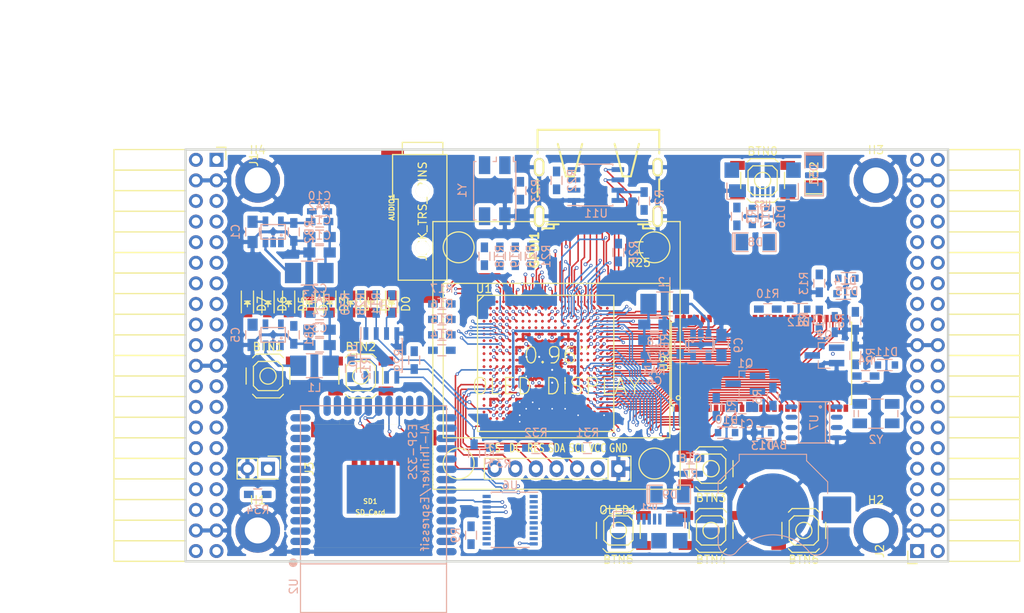
<source format=kicad_pcb>
(kicad_pcb (version 4) (host pcbnew 4.0.5+dfsg1-4)
  (layers (0 F.Cu signal) (1 In1.Cu signal) (2 In2.Cu signal) (31 B.Cu signal) (34 B.Paste user) (35 F.Paste user) (36 B.SilkS user) (37 F.SilkS user) (38 B.Mask user) (39 F.Mask user) (44 Edge.Cuts user))
  (net 0 "")
  (net 1 GND)
  (net 2 +5V)
  (net 3 /gpio/IN5V)
  (net 4 /gpio/OUT5V)
  (net 5 +3V3)
  (net 6 "Net-(L1-Pad1)")
  (net 7 "Net-(L2-Pad1)")
  (net 8 +1V2)
  (net 9 BTN_D)
  (net 10 BTN_F1)
  (net 11 BTN_F2)
  (net 12 BTN_L)
  (net 13 BTN_R)
  (net 14 BTN_U)
  (net 15 /power/FB1)
  (net 16 +2V5)
  (net 17 "Net-(L3-Pad1)")
  (net 18 /power/PWREN)
  (net 19 /power/FB3)
  (net 20 /power/FB2)
  (net 21 "Net-(D9-Pad1)")
  (net 22 /power/VBAT)
  (net 23 JTAG_TDI)
  (net 24 JTAG_TCK)
  (net 25 JTAG_TMS)
  (net 26 JTAG_TDO)
  (net 27 /power/WAKEUPn)
  (net 28 /power/WKUP)
  (net 29 /power/SHUT)
  (net 30 /power/WAKE)
  (net 31 /power/HOLD)
  (net 32 /power/WKn)
  (net 33 /power/OSCI_32k)
  (net 34 /power/OSCO_32k)
  (net 35 FTDI_nSUSPEND)
  (net 36 "Net-(Q2-Pad3)")
  (net 37 SHUTDOWN)
  (net 38 /analog/AUDIO_L)
  (net 39 /analog/AUDIO_R)
  (net 40 GPDI_5V_SCL)
  (net 41 GPDI_5V_SDA)
  (net 42 GPDI_SDA)
  (net 43 GPDI_SCL)
  (net 44 /gpdi/VREF2)
  (net 45 /blinkey/BTNPU)
  (net 46 SD_CMD)
  (net 47 SD_CLK)
  (net 48 SD_D0)
  (net 49 SD_D1)
  (net 50 USB5V)
  (net 51 "Net-(BTN0-Pad1)")
  (net 52 GPDI_CEC)
  (net 53 nRESET)
  (net 54 /usb/FT3V3)
  (net 55 FTDI_nDTR)
  (net 56 SDRAM_CKE)
  (net 57 SDRAM_A7)
  (net 58 SDRAM_D15)
  (net 59 SDRAM_BA1)
  (net 60 SDRAM_D7)
  (net 61 SDRAM_A6)
  (net 62 SDRAM_CLK)
  (net 63 SDRAM_D13)
  (net 64 SDRAM_BA0)
  (net 65 SDRAM_D6)
  (net 66 SDRAM_A5)
  (net 67 SDRAM_D14)
  (net 68 SDRAM_A11)
  (net 69 SDRAM_D12)
  (net 70 SDRAM_D5)
  (net 71 SDRAM_A4)
  (net 72 SDRAM_A10)
  (net 73 SDRAM_D11)
  (net 74 SDRAM_A3)
  (net 75 SDRAM_D4)
  (net 76 SDRAM_D10)
  (net 77 SDRAM_D9)
  (net 78 SDRAM_A9)
  (net 79 SDRAM_D3)
  (net 80 SDRAM_D8)
  (net 81 SDRAM_A8)
  (net 82 SDRAM_A2)
  (net 83 SDRAM_A1)
  (net 84 SDRAM_A0)
  (net 85 SDRAM_D2)
  (net 86 SDRAM_D1)
  (net 87 SDRAM_D0)
  (net 88 SDRAM_DQM0)
  (net 89 SDRAM_nCS)
  (net 90 SDRAM_nRAS)
  (net 91 SDRAM_DQM1)
  (net 92 SDRAM_nCAS)
  (net 93 SDRAM_nWE)
  (net 94 /flash/FLASH_nWP)
  (net 95 /flash/FLASH_nHOLD)
  (net 96 /flash/FLASH_MOSI)
  (net 97 /flash/FLASH_MISO)
  (net 98 /flash/FLASH_SCK)
  (net 99 /flash/FLASH_nCS)
  (net 100 /flash/FPGA_PROGRAMN)
  (net 101 /flash/FPGA_DONE)
  (net 102 /flash/FPGA_INITN)
  (net 103 OLED_RES)
  (net 104 OLED_DC)
  (net 105 OLED_CS)
  (net 106 WIFI_EN)
  (net 107 FTDI_nRTS)
  (net 108 WIFI_GPIO2)
  (net 109 FTDI_TXD)
  (net 110 FTDI_RXD)
  (net 111 WIFI_RXD)
  (net 112 WIFI_GPIO0)
  (net 113 FTDI_nCTS)
  (net 114 WIFI_TXD)
  (net 115 FTDI_nRI)
  (net 116 FTDI_nDCD)
  (net 117 /gpdi/CLK_25MHz)
  (net 118 GPDI_ETH-)
  (net 119 GPDI_ETH+)
  (net 120 GPDI_D2+)
  (net 121 GPDI_D2-)
  (net 122 GPDI_D1+)
  (net 123 GPDI_D1-)
  (net 124 GPDI_D0+)
  (net 125 GPDI_D0-)
  (net 126 GPDI_CLK+)
  (net 127 GPDI_CLK-)
  (net 128 USB_FPGA_D+)
  (net 129 USB_FPGA_D-)
  (net 130 USB_FTDI_D+)
  (net 131 USB_FTDI_D-)
  (net 132 J1_17-)
  (net 133 J1_17+)
  (net 134 J1_23-)
  (net 135 J1_23+)
  (net 136 J1_25-)
  (net 137 J1_25+)
  (net 138 J1_27-)
  (net 139 J1_27+)
  (net 140 J1_29-)
  (net 141 J1_29+)
  (net 142 J1_31-)
  (net 143 J1_31+)
  (net 144 J1_33-)
  (net 145 J1_33+)
  (net 146 J1_35-)
  (net 147 J1_35+)
  (net 148 J2_5-)
  (net 149 J2_5+)
  (net 150 J2_7-)
  (net 151 J2_7+)
  (net 152 J2_9-)
  (net 153 J2_9+)
  (net 154 J2_13-)
  (net 155 J2_13+)
  (net 156 J2_17-)
  (net 157 J2_17+)
  (net 158 J2_11-)
  (net 159 J2_11+)
  (net 160 J2_23-)
  (net 161 J2_23+)
  (net 162 J1_5-)
  (net 163 J1_5+)
  (net 164 J1_7-)
  (net 165 J1_7+)
  (net 166 J1_9-)
  (net 167 J1_9+)
  (net 168 J1_11-)
  (net 169 J1_11+)
  (net 170 J1_13-)
  (net 171 J1_13+)
  (net 172 J1_15-)
  (net 173 J1_15+)
  (net 174 J2_15-)
  (net 175 J2_15+)
  (net 176 J2_25-)
  (net 177 J2_25+)
  (net 178 J2_27-)
  (net 179 J2_27+)
  (net 180 J2_29-)
  (net 181 J2_29+)
  (net 182 J2_31-)
  (net 183 J2_31+)
  (net 184 J2_33-)
  (net 185 J2_33+)
  (net 186 J2_35-)
  (net 187 J2_35+)
  (net 188 SD_D3)
  (net 189 AUDIO_L3)
  (net 190 AUDIO_L2)
  (net 191 AUDIO_L1)
  (net 192 AUDIO_L0)
  (net 193 AUDIO_R3)
  (net 194 AUDIO_R2)
  (net 195 AUDIO_R1)
  (net 196 AUDIO_R0)
  (net 197 FTDI_nDSR)
  (net 198 OLED_CLK)
  (net 199 OLED_MOSI)
  (net 200 WIFI_GPIO15)
  (net 201 LED0)
  (net 202 LED1)
  (net 203 LED2)
  (net 204 LED3)
  (net 205 LED4)
  (net 206 LED5)
  (net 207 LED6)
  (net 208 LED7)
  (net 209 BTN_PWRn)
  (module lfe5bg381:BGA-381_pitch0.8mm_dia0.4mm (layer F.Cu) (at 138.48 87.8)
    (fp_text reference U1 (at -7.6 -9.2) (layer F.SilkS))
    (fp_text value LFE5U-25F-6BG381C)
    (pad A2 smd circle (at -6.8 -7.6) (size 0.35 0.35) (layers F.Cu F.Paste F.Mask) (net 139 J1_27+))
    (pad A3 smd circle (at -6 -7.6) (size 0.35 0.35) (layers F.Cu F.Paste F.Mask) (net 192 AUDIO_L0))
    (pad A4 smd circle (at -5.2 -7.6) (size 0.35 0.35) (layers F.Cu F.Paste F.Mask) (net 137 J1_25+))
    (pad A5 smd circle (at -4.4 -7.6) (size 0.35 0.35) (layers F.Cu F.Paste F.Mask) (net 136 J1_25-))
    (pad A6 smd circle (at -3.6 -7.6) (size 0.35 0.35) (layers F.Cu F.Paste F.Mask) (net 135 J1_23+))
    (pad A7 smd circle (at -2.8 -7.6) (size 0.35 0.35) (layers F.Cu F.Paste F.Mask) (net 173 J1_15+))
    (pad A8 smd circle (at -2 -7.6) (size 0.35 0.35) (layers F.Cu F.Paste F.Mask) (net 172 J1_15-))
    (pad A9 smd circle (at -1.2 -7.6) (size 0.35 0.35) (layers F.Cu F.Paste F.Mask) (net 166 J1_9-))
    (pad A10 smd circle (at -0.4 -7.6) (size 0.35 0.35) (layers F.Cu F.Paste F.Mask) (net 165 J1_7+))
    (pad A11 smd circle (at 0.4 -7.6) (size 0.35 0.35) (layers F.Cu F.Paste F.Mask) (net 164 J1_7-))
    (pad A12 smd circle (at 1.2 -7.6) (size 0.35 0.35) (layers F.Cu F.Paste F.Mask) (net 119 GPDI_ETH+))
    (pad A13 smd circle (at 2 -7.6) (size 0.35 0.35) (layers F.Cu F.Paste F.Mask) (net 118 GPDI_ETH-))
    (pad A14 smd circle (at 2.8 -7.6) (size 0.35 0.35) (layers F.Cu F.Paste F.Mask) (net 120 GPDI_D2+))
    (pad A15 smd circle (at 3.6 -7.6) (size 0.35 0.35) (layers F.Cu F.Paste F.Mask))
    (pad A16 smd circle (at 4.4 -7.6) (size 0.35 0.35) (layers F.Cu F.Paste F.Mask) (net 122 GPDI_D1+))
    (pad A17 smd circle (at 5.2 -7.6) (size 0.35 0.35) (layers F.Cu F.Paste F.Mask) (net 124 GPDI_D0+))
    (pad A18 smd circle (at 6 -7.6) (size 0.35 0.35) (layers F.Cu F.Paste F.Mask) (net 126 GPDI_CLK+))
    (pad A19 smd circle (at 6.8 -7.6) (size 0.35 0.35) (layers F.Cu F.Paste F.Mask) (net 52 GPDI_CEC))
    (pad B1 smd circle (at -7.6 -6.8) (size 0.35 0.35) (layers F.Cu F.Paste F.Mask) (net 138 J1_27-))
    (pad B2 smd circle (at -6.8 -6.8) (size 0.35 0.35) (layers F.Cu F.Paste F.Mask) (net 203 LED2))
    (pad B3 smd circle (at -6 -6.8) (size 0.35 0.35) (layers F.Cu F.Paste F.Mask) (net 193 AUDIO_R3))
    (pad B4 smd circle (at -5.2 -6.8) (size 0.35 0.35) (layers F.Cu F.Paste F.Mask) (net 140 J1_29-))
    (pad B5 smd circle (at -4.4 -6.8) (size 0.35 0.35) (layers F.Cu F.Paste F.Mask) (net 191 AUDIO_L1))
    (pad B6 smd circle (at -3.6 -6.8) (size 0.35 0.35) (layers F.Cu F.Paste F.Mask) (net 134 J1_23-))
    (pad B7 smd circle (at -2.8 -6.8) (size 0.35 0.35) (layers F.Cu F.Paste F.Mask) (net 1 GND))
    (pad B8 smd circle (at -2 -6.8) (size 0.35 0.35) (layers F.Cu F.Paste F.Mask) (net 170 J1_13-))
    (pad B9 smd circle (at -1.2 -6.8) (size 0.35 0.35) (layers F.Cu F.Paste F.Mask) (net 169 J1_11+))
    (pad B10 smd circle (at -0.4 -6.8) (size 0.35 0.35) (layers F.Cu F.Paste F.Mask) (net 167 J1_9+))
    (pad B11 smd circle (at 0.4 -6.8) (size 0.35 0.35) (layers F.Cu F.Paste F.Mask) (net 163 J1_5+))
    (pad B12 smd circle (at 1.2 -6.8) (size 0.35 0.35) (layers F.Cu F.Paste F.Mask) (net 117 /gpdi/CLK_25MHz))
    (pad B13 smd circle (at 2 -6.8) (size 0.35 0.35) (layers F.Cu F.Paste F.Mask) (net 187 J2_35+))
    (pad B14 smd circle (at 2.8 -6.8) (size 0.35 0.35) (layers F.Cu F.Paste F.Mask) (net 1 GND))
    (pad B15 smd circle (at 3.6 -6.8) (size 0.35 0.35) (layers F.Cu F.Paste F.Mask) (net 183 J2_31+))
    (pad B16 smd circle (at 4.4 -6.8) (size 0.35 0.35) (layers F.Cu F.Paste F.Mask) (net 123 GPDI_D1-))
    (pad B17 smd circle (at 5.2 -6.8) (size 0.35 0.35) (layers F.Cu F.Paste F.Mask) (net 179 J2_27+))
    (pad B18 smd circle (at 6 -6.8) (size 0.35 0.35) (layers F.Cu F.Paste F.Mask) (net 125 GPDI_D0-))
    (pad B19 smd circle (at 6.8 -6.8) (size 0.35 0.35) (layers F.Cu F.Paste F.Mask) (net 127 GPDI_CLK-))
    (pad B20 smd circle (at 7.6 -6.8) (size 0.35 0.35) (layers F.Cu F.Paste F.Mask) (net 43 GPDI_SCL))
    (pad C1 smd circle (at -7.6 -6) (size 0.35 0.35) (layers F.Cu F.Paste F.Mask) (net 207 LED6))
    (pad C2 smd circle (at -6.8 -6) (size 0.35 0.35) (layers F.Cu F.Paste F.Mask) (net 204 LED3))
    (pad C3 smd circle (at -6 -6) (size 0.35 0.35) (layers F.Cu F.Paste F.Mask) (net 190 AUDIO_L2))
    (pad C4 smd circle (at -5.2 -6) (size 0.35 0.35) (layers F.Cu F.Paste F.Mask) (net 141 J1_29+))
    (pad C5 smd circle (at -4.4 -6) (size 0.35 0.35) (layers F.Cu F.Paste F.Mask) (net 195 AUDIO_R1))
    (pad C6 smd circle (at -3.6 -6) (size 0.35 0.35) (layers F.Cu F.Paste F.Mask) (net 133 J1_17+))
    (pad C7 smd circle (at -2.8 -6) (size 0.35 0.35) (layers F.Cu F.Paste F.Mask) (net 132 J1_17-))
    (pad C8 smd circle (at -2 -6) (size 0.35 0.35) (layers F.Cu F.Paste F.Mask) (net 171 J1_13+))
    (pad C9 smd circle (at -1.2 -6) (size 0.35 0.35) (layers F.Cu F.Paste F.Mask))
    (pad C10 smd circle (at -0.4 -6) (size 0.35 0.35) (layers F.Cu F.Paste F.Mask) (net 168 J1_11-))
    (pad C11 smd circle (at 0.4 -6) (size 0.35 0.35) (layers F.Cu F.Paste F.Mask) (net 162 J1_5-))
    (pad C12 smd circle (at 1.2 -6) (size 0.35 0.35) (layers F.Cu F.Paste F.Mask) (net 42 GPDI_SDA))
    (pad C13 smd circle (at 2 -6) (size 0.35 0.35) (layers F.Cu F.Paste F.Mask) (net 186 J2_35-))
    (pad C14 smd circle (at 2.8 -6) (size 0.35 0.35) (layers F.Cu F.Paste F.Mask) (net 121 GPDI_D2-))
    (pad C15 smd circle (at 3.6 -6) (size 0.35 0.35) (layers F.Cu F.Paste F.Mask) (net 182 J2_31-))
    (pad C16 smd circle (at 4.4 -6) (size 0.35 0.35) (layers F.Cu F.Paste F.Mask) (net 181 J2_29+))
    (pad C17 smd circle (at 5.2 -6) (size 0.35 0.35) (layers F.Cu F.Paste F.Mask) (net 178 J2_27-))
    (pad C18 smd circle (at 6 -6) (size 0.35 0.35) (layers F.Cu F.Paste F.Mask) (net 161 J2_23+))
    (pad C19 smd circle (at 6.8 -6) (size 0.35 0.35) (layers F.Cu F.Paste F.Mask) (net 1 GND))
    (pad C20 smd circle (at 7.6 -6) (size 0.35 0.35) (layers F.Cu F.Paste F.Mask) (net 58 SDRAM_D15))
    (pad D1 smd circle (at -7.6 -5.2) (size 0.35 0.35) (layers F.Cu F.Paste F.Mask) (net 208 LED7))
    (pad D2 smd circle (at -6.8 -5.2) (size 0.35 0.35) (layers F.Cu F.Paste F.Mask) (net 205 LED4))
    (pad D3 smd circle (at -6 -5.2) (size 0.35 0.35) (layers F.Cu F.Paste F.Mask) (net 194 AUDIO_R2))
    (pad D4 smd circle (at -5.2 -5.2) (size 0.35 0.35) (layers F.Cu F.Paste F.Mask) (net 1 GND))
    (pad D5 smd circle (at -4.4 -5.2) (size 0.35 0.35) (layers F.Cu F.Paste F.Mask) (net 202 LED1))
    (pad D6 smd circle (at -3.6 -5.2) (size 0.35 0.35) (layers F.Cu F.Paste F.Mask) (net 209 BTN_PWRn))
    (pad D7 smd circle (at -2.8 -5.2) (size 0.35 0.35) (layers F.Cu F.Paste F.Mask))
    (pad D8 smd circle (at -2 -5.2) (size 0.35 0.35) (layers F.Cu F.Paste F.Mask))
    (pad D9 smd circle (at -1.2 -5.2) (size 0.35 0.35) (layers F.Cu F.Paste F.Mask))
    (pad D10 smd circle (at -0.4 -5.2) (size 0.35 0.35) (layers F.Cu F.Paste F.Mask))
    (pad D11 smd circle (at 0.4 -5.2) (size 0.35 0.35) (layers F.Cu F.Paste F.Mask) (net 14 BTN_U))
    (pad D12 smd circle (at 1.2 -5.2) (size 0.35 0.35) (layers F.Cu F.Paste F.Mask))
    (pad D13 smd circle (at 2 -5.2) (size 0.35 0.35) (layers F.Cu F.Paste F.Mask) (net 185 J2_33+))
    (pad D14 smd circle (at 2.8 -5.2) (size 0.35 0.35) (layers F.Cu F.Paste F.Mask))
    (pad D15 smd circle (at 3.6 -5.2) (size 0.35 0.35) (layers F.Cu F.Paste F.Mask) (net 177 J2_25+))
    (pad D16 smd circle (at 4.4 -5.2) (size 0.35 0.35) (layers F.Cu F.Paste F.Mask) (net 180 J2_29-))
    (pad D17 smd circle (at 5.2 -5.2) (size 0.35 0.35) (layers F.Cu F.Paste F.Mask) (net 160 J2_23-))
    (pad D18 smd circle (at 6 -5.2) (size 0.35 0.35) (layers F.Cu F.Paste F.Mask) (net 157 J2_17+))
    (pad D19 smd circle (at 6.8 -5.2) (size 0.35 0.35) (layers F.Cu F.Paste F.Mask) (net 67 SDRAM_D14))
    (pad D20 smd circle (at 7.6 -5.2) (size 0.35 0.35) (layers F.Cu F.Paste F.Mask) (net 63 SDRAM_D13))
    (pad E1 smd circle (at -7.6 -4.4) (size 0.35 0.35) (layers F.Cu F.Paste F.Mask) (net 206 LED5))
    (pad E2 smd circle (at -6.8 -4.4) (size 0.35 0.35) (layers F.Cu F.Paste F.Mask))
    (pad E3 smd circle (at -6 -4.4) (size 0.35 0.35) (layers F.Cu F.Paste F.Mask) (net 142 J1_31-))
    (pad E4 smd circle (at -5.2 -4.4) (size 0.35 0.35) (layers F.Cu F.Paste F.Mask) (net 201 LED0))
    (pad E5 smd circle (at -4.4 -4.4) (size 0.35 0.35) (layers F.Cu F.Paste F.Mask) (net 189 AUDIO_L3))
    (pad E6 smd circle (at -3.6 -4.4) (size 0.35 0.35) (layers F.Cu F.Paste F.Mask))
    (pad E7 smd circle (at -2.8 -4.4) (size 0.35 0.35) (layers F.Cu F.Paste F.Mask))
    (pad E8 smd circle (at -2 -4.4) (size 0.35 0.35) (layers F.Cu F.Paste F.Mask))
    (pad E9 smd circle (at -1.2 -4.4) (size 0.35 0.35) (layers F.Cu F.Paste F.Mask))
    (pad E10 smd circle (at -0.4 -4.4) (size 0.35 0.35) (layers F.Cu F.Paste F.Mask))
    (pad E11 smd circle (at 0.4 -4.4) (size 0.35 0.35) (layers F.Cu F.Paste F.Mask))
    (pad E12 smd circle (at 1.2 -4.4) (size 0.35 0.35) (layers F.Cu F.Paste F.Mask))
    (pad E13 smd circle (at 2 -4.4) (size 0.35 0.35) (layers F.Cu F.Paste F.Mask) (net 184 J2_33-))
    (pad E14 smd circle (at 2.8 -4.4) (size 0.35 0.35) (layers F.Cu F.Paste F.Mask))
    (pad E15 smd circle (at 3.6 -4.4) (size 0.35 0.35) (layers F.Cu F.Paste F.Mask) (net 176 J2_25-))
    (pad E16 smd circle (at 4.4 -4.4) (size 0.35 0.35) (layers F.Cu F.Paste F.Mask))
    (pad E17 smd circle (at 5.2 -4.4) (size 0.35 0.35) (layers F.Cu F.Paste F.Mask) (net 156 J2_17-))
    (pad E18 smd circle (at 6 -4.4) (size 0.35 0.35) (layers F.Cu F.Paste F.Mask) (net 75 SDRAM_D4))
    (pad E19 smd circle (at 6.8 -4.4) (size 0.35 0.35) (layers F.Cu F.Paste F.Mask) (net 69 SDRAM_D12))
    (pad E20 smd circle (at 7.6 -4.4) (size 0.35 0.35) (layers F.Cu F.Paste F.Mask) (net 73 SDRAM_D11))
    (pad F1 smd circle (at -7.6 -3.6) (size 0.35 0.35) (layers F.Cu F.Paste F.Mask) (net 110 FTDI_RXD))
    (pad F2 smd circle (at -6.8 -3.6) (size 0.35 0.35) (layers F.Cu F.Paste F.Mask))
    (pad F3 smd circle (at -6 -3.6) (size 0.35 0.35) (layers F.Cu F.Paste F.Mask) (net 144 J1_33-))
    (pad F4 smd circle (at -5.2 -3.6) (size 0.35 0.35) (layers F.Cu F.Paste F.Mask) (net 143 J1_31+))
    (pad F5 smd circle (at -4.4 -3.6) (size 0.35 0.35) (layers F.Cu F.Paste F.Mask) (net 196 AUDIO_R0))
    (pad F6 smd circle (at -3.6 -3.6) (size 0.35 0.35) (layers F.Cu F.Paste F.Mask) (net 16 +2V5))
    (pad F7 smd circle (at -2.8 -3.6) (size 0.35 0.35) (layers F.Cu F.Paste F.Mask) (net 1 GND))
    (pad F8 smd circle (at -2 -3.6) (size 0.35 0.35) (layers F.Cu F.Paste F.Mask) (net 1 GND))
    (pad F9 smd circle (at -1.2 -3.6) (size 0.35 0.35) (layers F.Cu F.Paste F.Mask) (net 5 +3V3))
    (pad F10 smd circle (at -0.4 -3.6) (size 0.35 0.35) (layers F.Cu F.Paste F.Mask) (net 5 +3V3))
    (pad F11 smd circle (at 0.4 -3.6) (size 0.35 0.35) (layers F.Cu F.Paste F.Mask) (net 5 +3V3))
    (pad F12 smd circle (at 1.2 -3.6) (size 0.35 0.35) (layers F.Cu F.Paste F.Mask) (net 5 +3V3))
    (pad F13 smd circle (at 2 -3.6) (size 0.35 0.35) (layers F.Cu F.Paste F.Mask) (net 1 GND))
    (pad F14 smd circle (at 2.8 -3.6) (size 0.35 0.35) (layers F.Cu F.Paste F.Mask) (net 1 GND))
    (pad F15 smd circle (at 3.6 -3.6) (size 0.35 0.35) (layers F.Cu F.Paste F.Mask) (net 16 +2V5))
    (pad F16 smd circle (at 4.4 -3.6) (size 0.35 0.35) (layers F.Cu F.Paste F.Mask))
    (pad F17 smd circle (at 5.2 -3.6) (size 0.35 0.35) (layers F.Cu F.Paste F.Mask) (net 175 J2_15+))
    (pad F18 smd circle (at 6 -3.6) (size 0.35 0.35) (layers F.Cu F.Paste F.Mask) (net 70 SDRAM_D5))
    (pad F19 smd circle (at 6.8 -3.6) (size 0.35 0.35) (layers F.Cu F.Paste F.Mask) (net 76 SDRAM_D10))
    (pad F20 smd circle (at 7.6 -3.6) (size 0.35 0.35) (layers F.Cu F.Paste F.Mask) (net 77 SDRAM_D9))
    (pad G1 smd circle (at -7.6 -2.8) (size 0.35 0.35) (layers F.Cu F.Paste F.Mask) (net 109 FTDI_TXD))
    (pad G2 smd circle (at -6.8 -2.8) (size 0.35 0.35) (layers F.Cu F.Paste F.Mask) (net 111 WIFI_RXD))
    (pad G3 smd circle (at -6 -2.8) (size 0.35 0.35) (layers F.Cu F.Paste F.Mask) (net 145 J1_33+))
    (pad G4 smd circle (at -5.2 -2.8) (size 0.35 0.35) (layers F.Cu F.Paste F.Mask) (net 1 GND))
    (pad G5 smd circle (at -4.4 -2.8) (size 0.35 0.35) (layers F.Cu F.Paste F.Mask) (net 146 J1_35-))
    (pad G6 smd circle (at -3.6 -2.8) (size 0.35 0.35) (layers F.Cu F.Paste F.Mask) (net 1 GND))
    (pad G7 smd circle (at -2.8 -2.8) (size 0.35 0.35) (layers F.Cu F.Paste F.Mask) (net 1 GND))
    (pad G8 smd circle (at -2 -2.8) (size 0.35 0.35) (layers F.Cu F.Paste F.Mask) (net 1 GND))
    (pad G9 smd circle (at -1.2 -2.8) (size 0.35 0.35) (layers F.Cu F.Paste F.Mask) (net 1 GND))
    (pad G10 smd circle (at -0.4 -2.8) (size 0.35 0.35) (layers F.Cu F.Paste F.Mask) (net 1 GND))
    (pad G11 smd circle (at 0.4 -2.8) (size 0.35 0.35) (layers F.Cu F.Paste F.Mask) (net 1 GND))
    (pad G12 smd circle (at 1.2 -2.8) (size 0.35 0.35) (layers F.Cu F.Paste F.Mask) (net 1 GND))
    (pad G13 smd circle (at 2 -2.8) (size 0.35 0.35) (layers F.Cu F.Paste F.Mask) (net 1 GND))
    (pad G14 smd circle (at 2.8 -2.8) (size 0.35 0.35) (layers F.Cu F.Paste F.Mask) (net 1 GND))
    (pad G15 smd circle (at 3.6 -2.8) (size 0.35 0.35) (layers F.Cu F.Paste F.Mask) (net 1 GND))
    (pad G16 smd circle (at 4.4 -2.8) (size 0.35 0.35) (layers F.Cu F.Paste F.Mask))
    (pad G17 smd circle (at 5.2 -2.8) (size 0.35 0.35) (layers F.Cu F.Paste F.Mask) (net 1 GND))
    (pad G18 smd circle (at 6 -2.8) (size 0.35 0.35) (layers F.Cu F.Paste F.Mask) (net 174 J2_15-))
    (pad G19 smd circle (at 6.8 -2.8) (size 0.35 0.35) (layers F.Cu F.Paste F.Mask) (net 80 SDRAM_D8))
    (pad G20 smd circle (at 7.6 -2.8) (size 0.35 0.35) (layers F.Cu F.Paste F.Mask) (net 91 SDRAM_DQM1))
    (pad H1 smd circle (at -7.6 -2) (size 0.35 0.35) (layers F.Cu F.Paste F.Mask) (net 200 WIFI_GPIO15))
    (pad H2 smd circle (at -6.8 -2) (size 0.35 0.35) (layers F.Cu F.Paste F.Mask) (net 114 WIFI_TXD))
    (pad H3 smd circle (at -6 -2) (size 0.35 0.35) (layers F.Cu F.Paste F.Mask))
    (pad H4 smd circle (at -5.2 -2) (size 0.35 0.35) (layers F.Cu F.Paste F.Mask) (net 147 J1_35+))
    (pad H5 smd circle (at -4.4 -2) (size 0.35 0.35) (layers F.Cu F.Paste F.Mask))
    (pad H6 smd circle (at -3.6 -2) (size 0.35 0.35) (layers F.Cu F.Paste F.Mask) (net 5 +3V3))
    (pad H7 smd circle (at -2.8 -2) (size 0.35 0.35) (layers F.Cu F.Paste F.Mask) (net 5 +3V3))
    (pad H8 smd circle (at -2 -2) (size 0.35 0.35) (layers F.Cu F.Paste F.Mask) (net 8 +1V2))
    (pad H9 smd circle (at -1.2 -2) (size 0.35 0.35) (layers F.Cu F.Paste F.Mask) (net 8 +1V2))
    (pad H10 smd circle (at -0.4 -2) (size 0.35 0.35) (layers F.Cu F.Paste F.Mask) (net 8 +1V2))
    (pad H11 smd circle (at 0.4 -2) (size 0.35 0.35) (layers F.Cu F.Paste F.Mask) (net 8 +1V2))
    (pad H12 smd circle (at 1.2 -2) (size 0.35 0.35) (layers F.Cu F.Paste F.Mask) (net 8 +1V2))
    (pad H13 smd circle (at 2 -2) (size 0.35 0.35) (layers F.Cu F.Paste F.Mask) (net 8 +1V2))
    (pad H14 smd circle (at 2.8 -2) (size 0.35 0.35) (layers F.Cu F.Paste F.Mask) (net 5 +3V3))
    (pad H15 smd circle (at 3.6 -2) (size 0.35 0.35) (layers F.Cu F.Paste F.Mask) (net 5 +3V3))
    (pad H16 smd circle (at 4.4 -2) (size 0.35 0.35) (layers F.Cu F.Paste F.Mask))
    (pad H17 smd circle (at 5.2 -2) (size 0.35 0.35) (layers F.Cu F.Paste F.Mask) (net 154 J2_13-))
    (pad H18 smd circle (at 6 -2) (size 0.35 0.35) (layers F.Cu F.Paste F.Mask) (net 155 J2_13+))
    (pad H19 smd circle (at 6.8 -2) (size 0.35 0.35) (layers F.Cu F.Paste F.Mask) (net 1 GND))
    (pad H20 smd circle (at 7.6 -2) (size 0.35 0.35) (layers F.Cu F.Paste F.Mask) (net 62 SDRAM_CLK))
    (pad J1 smd circle (at -7.6 -1.2) (size 0.35 0.35) (layers F.Cu F.Paste F.Mask))
    (pad J2 smd circle (at -6.8 -1.2) (size 0.35 0.35) (layers F.Cu F.Paste F.Mask) (net 1 GND))
    (pad J3 smd circle (at -6 -1.2) (size 0.35 0.35) (layers F.Cu F.Paste F.Mask) (net 112 WIFI_GPIO0))
    (pad J4 smd circle (at -5.2 -1.2) (size 0.35 0.35) (layers F.Cu F.Paste F.Mask) (net 108 WIFI_GPIO2))
    (pad J5 smd circle (at -4.4 -1.2) (size 0.35 0.35) (layers F.Cu F.Paste F.Mask) (net 113 FTDI_nCTS))
    (pad J6 smd circle (at -3.6 -1.2) (size 0.35 0.35) (layers F.Cu F.Paste F.Mask) (net 5 +3V3))
    (pad J7 smd circle (at -2.8 -1.2) (size 0.35 0.35) (layers F.Cu F.Paste F.Mask) (net 1 GND))
    (pad J8 smd circle (at -2 -1.2) (size 0.35 0.35) (layers F.Cu F.Paste F.Mask) (net 8 +1V2))
    (pad J9 smd circle (at -1.2 -1.2) (size 0.35 0.35) (layers F.Cu F.Paste F.Mask) (net 1 GND))
    (pad J10 smd circle (at -0.4 -1.2) (size 0.35 0.35) (layers F.Cu F.Paste F.Mask) (net 1 GND))
    (pad J11 smd circle (at 0.4 -1.2) (size 0.35 0.35) (layers F.Cu F.Paste F.Mask) (net 1 GND))
    (pad J12 smd circle (at 1.2 -1.2) (size 0.35 0.35) (layers F.Cu F.Paste F.Mask) (net 1 GND))
    (pad J13 smd circle (at 2 -1.2) (size 0.35 0.35) (layers F.Cu F.Paste F.Mask) (net 8 +1V2))
    (pad J14 smd circle (at 2.8 -1.2) (size 0.35 0.35) (layers F.Cu F.Paste F.Mask) (net 1 GND))
    (pad J15 smd circle (at 3.6 -1.2) (size 0.35 0.35) (layers F.Cu F.Paste F.Mask) (net 5 +3V3))
    (pad J16 smd circle (at 4.4 -1.2) (size 0.35 0.35) (layers F.Cu F.Paste F.Mask))
    (pad J17 smd circle (at 5.2 -1.2) (size 0.35 0.35) (layers F.Cu F.Paste F.Mask))
    (pad J18 smd circle (at 6 -1.2) (size 0.35 0.35) (layers F.Cu F.Paste F.Mask) (net 79 SDRAM_D3))
    (pad J19 smd circle (at 6.8 -1.2) (size 0.35 0.35) (layers F.Cu F.Paste F.Mask) (net 56 SDRAM_CKE))
    (pad J20 smd circle (at 7.6 -1.2) (size 0.35 0.35) (layers F.Cu F.Paste F.Mask) (net 68 SDRAM_A11))
    (pad K1 smd circle (at -7.6 -0.4) (size 0.35 0.35) (layers F.Cu F.Paste F.Mask) (net 55 FTDI_nDTR))
    (pad K2 smd circle (at -6.8 -0.4) (size 0.35 0.35) (layers F.Cu F.Paste F.Mask))
    (pad K3 smd circle (at -6 -0.4) (size 0.35 0.35) (layers F.Cu F.Paste F.Mask) (net 107 FTDI_nRTS))
    (pad K4 smd circle (at -5.2 -0.4) (size 0.35 0.35) (layers F.Cu F.Paste F.Mask))
    (pad K5 smd circle (at -4.4 -0.4) (size 0.35 0.35) (layers F.Cu F.Paste F.Mask))
    (pad K6 smd circle (at -3.6 -0.4) (size 0.35 0.35) (layers F.Cu F.Paste F.Mask) (net 1 GND))
    (pad K7 smd circle (at -2.8 -0.4) (size 0.35 0.35) (layers F.Cu F.Paste F.Mask) (net 1 GND))
    (pad K8 smd circle (at -2 -0.4) (size 0.35 0.35) (layers F.Cu F.Paste F.Mask) (net 8 +1V2))
    (pad K9 smd circle (at -1.2 -0.4) (size 0.35 0.35) (layers F.Cu F.Paste F.Mask) (net 1 GND))
    (pad K10 smd circle (at -0.4 -0.4) (size 0.35 0.35) (layers F.Cu F.Paste F.Mask) (net 1 GND))
    (pad K11 smd circle (at 0.4 -0.4) (size 0.35 0.35) (layers F.Cu F.Paste F.Mask) (net 1 GND))
    (pad K12 smd circle (at 1.2 -0.4) (size 0.35 0.35) (layers F.Cu F.Paste F.Mask) (net 1 GND))
    (pad K13 smd circle (at 2 -0.4) (size 0.35 0.35) (layers F.Cu F.Paste F.Mask) (net 8 +1V2))
    (pad K14 smd circle (at 2.8 -0.4) (size 0.35 0.35) (layers F.Cu F.Paste F.Mask) (net 1 GND))
    (pad K15 smd circle (at 3.6 -0.4) (size 0.35 0.35) (layers F.Cu F.Paste F.Mask) (net 1 GND))
    (pad K16 smd circle (at 4.4 -0.4) (size 0.35 0.35) (layers F.Cu F.Paste F.Mask))
    (pad K17 smd circle (at 5.2 -0.4) (size 0.35 0.35) (layers F.Cu F.Paste F.Mask))
    (pad K18 smd circle (at 6 -0.4) (size 0.35 0.35) (layers F.Cu F.Paste F.Mask) (net 85 SDRAM_D2))
    (pad K19 smd circle (at 6.8 -0.4) (size 0.35 0.35) (layers F.Cu F.Paste F.Mask) (net 78 SDRAM_A9))
    (pad K20 smd circle (at 7.6 -0.4) (size 0.35 0.35) (layers F.Cu F.Paste F.Mask) (net 81 SDRAM_A8))
    (pad L1 smd circle (at -7.6 0.4) (size 0.35 0.35) (layers F.Cu F.Paste F.Mask) (net 48 SD_D0))
    (pad L2 smd circle (at -6.8 0.4) (size 0.35 0.35) (layers F.Cu F.Paste F.Mask) (net 116 FTDI_nDCD))
    (pad L3 smd circle (at -6 0.4) (size 0.35 0.35) (layers F.Cu F.Paste F.Mask) (net 105 OLED_CS))
    (pad L4 smd circle (at -5.2 0.4) (size 0.35 0.35) (layers F.Cu F.Paste F.Mask) (net 106 WIFI_EN))
    (pad L5 smd circle (at -4.4 0.4) (size 0.35 0.35) (layers F.Cu F.Paste F.Mask) (net 197 FTDI_nDSR))
    (pad L6 smd circle (at -3.6 0.4) (size 0.35 0.35) (layers F.Cu F.Paste F.Mask) (net 5 +3V3))
    (pad L7 smd circle (at -2.8 0.4) (size 0.35 0.35) (layers F.Cu F.Paste F.Mask) (net 5 +3V3))
    (pad L8 smd circle (at -2 0.4) (size 0.35 0.35) (layers F.Cu F.Paste F.Mask) (net 8 +1V2))
    (pad L9 smd circle (at -1.2 0.4) (size 0.35 0.35) (layers F.Cu F.Paste F.Mask) (net 1 GND))
    (pad L10 smd circle (at -0.4 0.4) (size 0.35 0.35) (layers F.Cu F.Paste F.Mask) (net 1 GND))
    (pad L11 smd circle (at 0.4 0.4) (size 0.35 0.35) (layers F.Cu F.Paste F.Mask) (net 1 GND))
    (pad L12 smd circle (at 1.2 0.4) (size 0.35 0.35) (layers F.Cu F.Paste F.Mask) (net 1 GND))
    (pad L13 smd circle (at 2 0.4) (size 0.35 0.35) (layers F.Cu F.Paste F.Mask) (net 8 +1V2))
    (pad L14 smd circle (at 2.8 0.4) (size 0.35 0.35) (layers F.Cu F.Paste F.Mask) (net 5 +3V3))
    (pad L15 smd circle (at 3.6 0.4) (size 0.35 0.35) (layers F.Cu F.Paste F.Mask) (net 5 +3V3))
    (pad L16 smd circle (at 4.4 0.4) (size 0.35 0.35) (layers F.Cu F.Paste F.Mask) (net 159 J2_11+))
    (pad L17 smd circle (at 5.2 0.4) (size 0.35 0.35) (layers F.Cu F.Paste F.Mask) (net 158 J2_11-))
    (pad L18 smd circle (at 6 0.4) (size 0.35 0.35) (layers F.Cu F.Paste F.Mask) (net 86 SDRAM_D1))
    (pad L19 smd circle (at 6.8 0.4) (size 0.35 0.35) (layers F.Cu F.Paste F.Mask) (net 57 SDRAM_A7))
    (pad L20 smd circle (at 7.6 0.4) (size 0.35 0.35) (layers F.Cu F.Paste F.Mask) (net 61 SDRAM_A6))
    (pad M1 smd circle (at -7.6 1.2) (size 0.35 0.35) (layers F.Cu F.Paste F.Mask) (net 46 SD_CMD))
    (pad M2 smd circle (at -6.8 1.2) (size 0.35 0.35) (layers F.Cu F.Paste F.Mask) (net 1 GND))
    (pad M3 smd circle (at -6 1.2) (size 0.35 0.35) (layers F.Cu F.Paste F.Mask) (net 129 USB_FPGA_D-))
    (pad M4 smd circle (at -5.2 1.2) (size 0.35 0.35) (layers F.Cu F.Paste F.Mask))
    (pad M5 smd circle (at -4.4 1.2) (size 0.35 0.35) (layers F.Cu F.Paste F.Mask))
    (pad M6 smd circle (at -3.6 1.2) (size 0.35 0.35) (layers F.Cu F.Paste F.Mask) (net 5 +3V3))
    (pad M7 smd circle (at -2.8 1.2) (size 0.35 0.35) (layers F.Cu F.Paste F.Mask) (net 1 GND))
    (pad M8 smd circle (at -2 1.2) (size 0.35 0.35) (layers F.Cu F.Paste F.Mask) (net 8 +1V2))
    (pad M9 smd circle (at -1.2 1.2) (size 0.35 0.35) (layers F.Cu F.Paste F.Mask) (net 1 GND))
    (pad M10 smd circle (at -0.4 1.2) (size 0.35 0.35) (layers F.Cu F.Paste F.Mask) (net 1 GND))
    (pad M11 smd circle (at 0.4 1.2) (size 0.35 0.35) (layers F.Cu F.Paste F.Mask) (net 1 GND))
    (pad M12 smd circle (at 1.2 1.2) (size 0.35 0.35) (layers F.Cu F.Paste F.Mask) (net 1 GND))
    (pad M13 smd circle (at 2 1.2) (size 0.35 0.35) (layers F.Cu F.Paste F.Mask) (net 8 +1V2))
    (pad M14 smd circle (at 2.8 1.2) (size 0.35 0.35) (layers F.Cu F.Paste F.Mask) (net 1 GND))
    (pad M15 smd circle (at 3.6 1.2) (size 0.35 0.35) (layers F.Cu F.Paste F.Mask) (net 5 +3V3))
    (pad M16 smd circle (at 4.4 1.2) (size 0.35 0.35) (layers F.Cu F.Paste F.Mask) (net 1 GND))
    (pad M17 smd circle (at 5.2 1.2) (size 0.35 0.35) (layers F.Cu F.Paste F.Mask) (net 152 J2_9-))
    (pad M18 smd circle (at 6 1.2) (size 0.35 0.35) (layers F.Cu F.Paste F.Mask) (net 87 SDRAM_D0))
    (pad M19 smd circle (at 6.8 1.2) (size 0.35 0.35) (layers F.Cu F.Paste F.Mask) (net 66 SDRAM_A5))
    (pad M20 smd circle (at 7.6 1.2) (size 0.35 0.35) (layers F.Cu F.Paste F.Mask) (net 71 SDRAM_A4))
    (pad N1 smd circle (at -7.6 2) (size 0.35 0.35) (layers F.Cu F.Paste F.Mask) (net 47 SD_CLK))
    (pad N2 smd circle (at -6.8 2) (size 0.35 0.35) (layers F.Cu F.Paste F.Mask) (net 188 SD_D3))
    (pad N3 smd circle (at -6 2) (size 0.35 0.35) (layers F.Cu F.Paste F.Mask) (net 128 USB_FPGA_D+))
    (pad N4 smd circle (at -5.2 2) (size 0.35 0.35) (layers F.Cu F.Paste F.Mask) (net 49 SD_D1))
    (pad N5 smd circle (at -4.4 2) (size 0.35 0.35) (layers F.Cu F.Paste F.Mask))
    (pad N6 smd circle (at -3.6 2) (size 0.35 0.35) (layers F.Cu F.Paste F.Mask) (net 1 GND))
    (pad N7 smd circle (at -2.8 2) (size 0.35 0.35) (layers F.Cu F.Paste F.Mask) (net 1 GND))
    (pad N8 smd circle (at -2 2) (size 0.35 0.35) (layers F.Cu F.Paste F.Mask) (net 8 +1V2))
    (pad N9 smd circle (at -1.2 2) (size 0.35 0.35) (layers F.Cu F.Paste F.Mask) (net 8 +1V2))
    (pad N10 smd circle (at -0.4 2) (size 0.35 0.35) (layers F.Cu F.Paste F.Mask) (net 8 +1V2))
    (pad N11 smd circle (at 0.4 2) (size 0.35 0.35) (layers F.Cu F.Paste F.Mask) (net 8 +1V2))
    (pad N12 smd circle (at 1.2 2) (size 0.35 0.35) (layers F.Cu F.Paste F.Mask) (net 8 +1V2))
    (pad N13 smd circle (at 2 2) (size 0.35 0.35) (layers F.Cu F.Paste F.Mask) (net 8 +1V2))
    (pad N14 smd circle (at 2.8 2) (size 0.35 0.35) (layers F.Cu F.Paste F.Mask) (net 1 GND))
    (pad N15 smd circle (at 3.6 2) (size 0.35 0.35) (layers F.Cu F.Paste F.Mask) (net 1 GND))
    (pad N16 smd circle (at 4.4 2) (size 0.35 0.35) (layers F.Cu F.Paste F.Mask) (net 153 J2_9+))
    (pad N17 smd circle (at 5.2 2) (size 0.35 0.35) (layers F.Cu F.Paste F.Mask) (net 151 J2_7+))
    (pad N18 smd circle (at 6 2) (size 0.35 0.35) (layers F.Cu F.Paste F.Mask) (net 65 SDRAM_D6))
    (pad N19 smd circle (at 6.8 2) (size 0.35 0.35) (layers F.Cu F.Paste F.Mask) (net 74 SDRAM_A3))
    (pad N20 smd circle (at 7.6 2) (size 0.35 0.35) (layers F.Cu F.Paste F.Mask) (net 82 SDRAM_A2))
    (pad P1 smd circle (at -7.6 2.8) (size 0.35 0.35) (layers F.Cu F.Paste F.Mask) (net 104 OLED_DC))
    (pad P2 smd circle (at -6.8 2.8) (size 0.35 0.35) (layers F.Cu F.Paste F.Mask) (net 103 OLED_RES))
    (pad P3 smd circle (at -6 2.8) (size 0.35 0.35) (layers F.Cu F.Paste F.Mask) (net 199 OLED_MOSI))
    (pad P4 smd circle (at -5.2 2.8) (size 0.35 0.35) (layers F.Cu F.Paste F.Mask) (net 198 OLED_CLK))
    (pad P5 smd circle (at -4.4 2.8) (size 0.35 0.35) (layers F.Cu F.Paste F.Mask) (net 115 FTDI_nRI))
    (pad P6 smd circle (at -3.6 2.8) (size 0.35 0.35) (layers F.Cu F.Paste F.Mask) (net 16 +2V5))
    (pad P7 smd circle (at -2.8 2.8) (size 0.35 0.35) (layers F.Cu F.Paste F.Mask) (net 1 GND))
    (pad P8 smd circle (at -2 2.8) (size 0.35 0.35) (layers F.Cu F.Paste F.Mask) (net 1 GND))
    (pad P9 smd circle (at -1.2 2.8) (size 0.35 0.35) (layers F.Cu F.Paste F.Mask) (net 5 +3V3))
    (pad P10 smd circle (at -0.4 2.8) (size 0.35 0.35) (layers F.Cu F.Paste F.Mask) (net 5 +3V3))
    (pad P11 smd circle (at 0.4 2.8) (size 0.35 0.35) (layers F.Cu F.Paste F.Mask) (net 1 GND))
    (pad P12 smd circle (at 1.2 2.8) (size 0.35 0.35) (layers F.Cu F.Paste F.Mask) (net 1 GND))
    (pad P13 smd circle (at 2 2.8) (size 0.35 0.35) (layers F.Cu F.Paste F.Mask) (net 1 GND))
    (pad P14 smd circle (at 2.8 2.8) (size 0.35 0.35) (layers F.Cu F.Paste F.Mask) (net 1 GND))
    (pad P15 smd circle (at 3.6 2.8) (size 0.35 0.35) (layers F.Cu F.Paste F.Mask) (net 16 +2V5))
    (pad P16 smd circle (at 4.4 2.8) (size 0.35 0.35) (layers F.Cu F.Paste F.Mask) (net 150 J2_7-))
    (pad P17 smd circle (at 5.2 2.8) (size 0.35 0.35) (layers F.Cu F.Paste F.Mask))
    (pad P18 smd circle (at 6 2.8) (size 0.35 0.35) (layers F.Cu F.Paste F.Mask) (net 60 SDRAM_D7))
    (pad P19 smd circle (at 6.8 2.8) (size 0.35 0.35) (layers F.Cu F.Paste F.Mask) (net 83 SDRAM_A1))
    (pad P20 smd circle (at 7.6 2.8) (size 0.35 0.35) (layers F.Cu F.Paste F.Mask) (net 84 SDRAM_A0))
    (pad R1 smd circle (at -7.6 3.6) (size 0.35 0.35) (layers F.Cu F.Paste F.Mask) (net 10 BTN_F1))
    (pad R2 smd circle (at -6.8 3.6) (size 0.35 0.35) (layers F.Cu F.Paste F.Mask) (net 99 /flash/FLASH_nCS))
    (pad R3 smd circle (at -6 3.6) (size 0.35 0.35) (layers F.Cu F.Paste F.Mask))
    (pad R4 smd circle (at -5.2 3.6) (size 0.35 0.35) (layers F.Cu F.Paste F.Mask) (net 1 GND))
    (pad R5 smd circle (at -4.4 3.6) (size 0.35 0.35) (layers F.Cu F.Paste F.Mask) (net 23 JTAG_TDI))
    (pad R16 smd circle (at 4.4 3.6) (size 0.35 0.35) (layers F.Cu F.Paste F.Mask))
    (pad R17 smd circle (at 5.2 3.6) (size 0.35 0.35) (layers F.Cu F.Paste F.Mask))
    (pad R18 smd circle (at 6 3.6) (size 0.35 0.35) (layers F.Cu F.Paste F.Mask) (net 88 SDRAM_DQM0))
    (pad R19 smd circle (at 6.8 3.6) (size 0.35 0.35) (layers F.Cu F.Paste F.Mask) (net 1 GND))
    (pad R20 smd circle (at 7.6 3.6) (size 0.35 0.35) (layers F.Cu F.Paste F.Mask) (net 72 SDRAM_A10))
    (pad T1 smd circle (at -7.6 4.4) (size 0.35 0.35) (layers F.Cu F.Paste F.Mask) (net 11 BTN_F2))
    (pad T2 smd circle (at -6.8 4.4) (size 0.35 0.35) (layers F.Cu F.Paste F.Mask) (net 5 +3V3))
    (pad T3 smd circle (at -6 4.4) (size 0.35 0.35) (layers F.Cu F.Paste F.Mask) (net 5 +3V3))
    (pad T4 smd circle (at -5.2 4.4) (size 0.35 0.35) (layers F.Cu F.Paste F.Mask) (net 5 +3V3))
    (pad T5 smd circle (at -4.4 4.4) (size 0.35 0.35) (layers F.Cu F.Paste F.Mask) (net 24 JTAG_TCK))
    (pad T6 smd circle (at -3.6 4.4) (size 0.35 0.35) (layers F.Cu F.Paste F.Mask) (net 1 GND))
    (pad T7 smd circle (at -2.8 4.4) (size 0.35 0.35) (layers F.Cu F.Paste F.Mask) (net 1 GND))
    (pad T8 smd circle (at -2 4.4) (size 0.35 0.35) (layers F.Cu F.Paste F.Mask) (net 1 GND))
    (pad T9 smd circle (at -1.2 4.4) (size 0.35 0.35) (layers F.Cu F.Paste F.Mask) (net 1 GND))
    (pad T10 smd circle (at -0.4 4.4) (size 0.35 0.35) (layers F.Cu F.Paste F.Mask) (net 1 GND))
    (pad T11 smd circle (at 0.4 4.4) (size 0.35 0.35) (layers F.Cu F.Paste F.Mask))
    (pad T12 smd circle (at 1.2 4.4) (size 0.35 0.35) (layers F.Cu F.Paste F.Mask))
    (pad T13 smd circle (at 2 4.4) (size 0.35 0.35) (layers F.Cu F.Paste F.Mask))
    (pad T14 smd circle (at 2.8 4.4) (size 0.35 0.35) (layers F.Cu F.Paste F.Mask))
    (pad T15 smd circle (at 3.6 4.4) (size 0.35 0.35) (layers F.Cu F.Paste F.Mask))
    (pad T16 smd circle (at 4.4 4.4) (size 0.35 0.35) (layers F.Cu F.Paste F.Mask))
    (pad T17 smd circle (at 5.2 4.4) (size 0.35 0.35) (layers F.Cu F.Paste F.Mask) (net 92 SDRAM_nCAS))
    (pad T18 smd circle (at 6 4.4) (size 0.35 0.35) (layers F.Cu F.Paste F.Mask) (net 93 SDRAM_nWE))
    (pad T19 smd circle (at 6.8 4.4) (size 0.35 0.35) (layers F.Cu F.Paste F.Mask) (net 59 SDRAM_BA1))
    (pad T20 smd circle (at 7.6 4.4) (size 0.35 0.35) (layers F.Cu F.Paste F.Mask) (net 64 SDRAM_BA0))
    (pad U1 smd circle (at -7.6 5.2) (size 0.35 0.35) (layers F.Cu F.Paste F.Mask) (net 14 BTN_U))
    (pad U2 smd circle (at -6.8 5.2) (size 0.35 0.35) (layers F.Cu F.Paste F.Mask) (net 5 +3V3))
    (pad U3 smd circle (at -6 5.2) (size 0.35 0.35) (layers F.Cu F.Paste F.Mask) (net 98 /flash/FLASH_SCK))
    (pad U4 smd circle (at -5.2 5.2) (size 0.35 0.35) (layers F.Cu F.Paste F.Mask) (net 1 GND))
    (pad U5 smd circle (at -4.4 5.2) (size 0.35 0.35) (layers F.Cu F.Paste F.Mask) (net 25 JTAG_TMS))
    (pad U6 smd circle (at -3.6 5.2) (size 0.35 0.35) (layers F.Cu F.Paste F.Mask) (net 1 GND))
    (pad U7 smd circle (at -2.8 5.2) (size 0.35 0.35) (layers F.Cu F.Paste F.Mask) (net 1 GND))
    (pad U8 smd circle (at -2 5.2) (size 0.35 0.35) (layers F.Cu F.Paste F.Mask) (net 1 GND))
    (pad U9 smd circle (at -1.2 5.2) (size 0.35 0.35) (layers F.Cu F.Paste F.Mask) (net 1 GND))
    (pad U10 smd circle (at -0.4 5.2) (size 0.35 0.35) (layers F.Cu F.Paste F.Mask) (net 1 GND))
    (pad U11 smd circle (at 0.4 5.2) (size 0.35 0.35) (layers F.Cu F.Paste F.Mask) (net 1 GND))
    (pad U12 smd circle (at 1.2 5.2) (size 0.35 0.35) (layers F.Cu F.Paste F.Mask) (net 1 GND))
    (pad U13 smd circle (at 2 5.2) (size 0.35 0.35) (layers F.Cu F.Paste F.Mask) (net 1 GND))
    (pad U14 smd circle (at 2.8 5.2) (size 0.35 0.35) (layers F.Cu F.Paste F.Mask) (net 1 GND))
    (pad U15 smd circle (at 3.6 5.2) (size 0.35 0.35) (layers F.Cu F.Paste F.Mask))
    (pad U16 smd circle (at 4.4 5.2) (size 0.35 0.35) (layers F.Cu F.Paste F.Mask))
    (pad U17 smd circle (at 5.2 5.2) (size 0.35 0.35) (layers F.Cu F.Paste F.Mask) (net 148 J2_5-))
    (pad U18 smd circle (at 6 5.2) (size 0.35 0.35) (layers F.Cu F.Paste F.Mask) (net 149 J2_5+))
    (pad U19 smd circle (at 6.8 5.2) (size 0.35 0.35) (layers F.Cu F.Paste F.Mask) (net 89 SDRAM_nCS))
    (pad U20 smd circle (at 7.6 5.2) (size 0.35 0.35) (layers F.Cu F.Paste F.Mask) (net 90 SDRAM_nRAS))
    (pad V1 smd circle (at -7.6 6) (size 0.35 0.35) (layers F.Cu F.Paste F.Mask) (net 9 BTN_D))
    (pad V2 smd circle (at -6.8 6) (size 0.35 0.35) (layers F.Cu F.Paste F.Mask) (net 97 /flash/FLASH_MISO))
    (pad V3 smd circle (at -6 6) (size 0.35 0.35) (layers F.Cu F.Paste F.Mask) (net 102 /flash/FPGA_INITN))
    (pad V4 smd circle (at -5.2 6) (size 0.35 0.35) (layers F.Cu F.Paste F.Mask) (net 26 JTAG_TDO))
    (pad V5 smd circle (at -4.4 6) (size 0.35 0.35) (layers F.Cu F.Paste F.Mask) (net 1 GND))
    (pad V6 smd circle (at -3.6 6) (size 0.35 0.35) (layers F.Cu F.Paste F.Mask) (net 1 GND))
    (pad V7 smd circle (at -2.8 6) (size 0.35 0.35) (layers F.Cu F.Paste F.Mask) (net 1 GND))
    (pad V8 smd circle (at -2 6) (size 0.35 0.35) (layers F.Cu F.Paste F.Mask) (net 1 GND))
    (pad V9 smd circle (at -1.2 6) (size 0.35 0.35) (layers F.Cu F.Paste F.Mask) (net 1 GND))
    (pad V10 smd circle (at -0.4 6) (size 0.35 0.35) (layers F.Cu F.Paste F.Mask) (net 1 GND))
    (pad V11 smd circle (at 0.4 6) (size 0.35 0.35) (layers F.Cu F.Paste F.Mask) (net 1 GND))
    (pad V12 smd circle (at 1.2 6) (size 0.35 0.35) (layers F.Cu F.Paste F.Mask) (net 1 GND))
    (pad V13 smd circle (at 2 6) (size 0.35 0.35) (layers F.Cu F.Paste F.Mask) (net 1 GND))
    (pad V14 smd circle (at 2.8 6) (size 0.35 0.35) (layers F.Cu F.Paste F.Mask) (net 1 GND))
    (pad V15 smd circle (at 3.6 6) (size 0.35 0.35) (layers F.Cu F.Paste F.Mask) (net 1 GND))
    (pad V16 smd circle (at 4.4 6) (size 0.35 0.35) (layers F.Cu F.Paste F.Mask) (net 1 GND))
    (pad V17 smd circle (at 5.2 6) (size 0.35 0.35) (layers F.Cu F.Paste F.Mask))
    (pad V18 smd circle (at 6 6) (size 0.35 0.35) (layers F.Cu F.Paste F.Mask))
    (pad V19 smd circle (at 6.8 6) (size 0.35 0.35) (layers F.Cu F.Paste F.Mask) (net 1 GND))
    (pad V20 smd circle (at 7.6 6) (size 0.35 0.35) (layers F.Cu F.Paste F.Mask) (net 1 GND))
    (pad W1 smd circle (at -7.6 6.8) (size 0.35 0.35) (layers F.Cu F.Paste F.Mask) (net 12 BTN_L))
    (pad W2 smd circle (at -6.8 6.8) (size 0.35 0.35) (layers F.Cu F.Paste F.Mask) (net 96 /flash/FLASH_MOSI))
    (pad W3 smd circle (at -6 6.8) (size 0.35 0.35) (layers F.Cu F.Paste F.Mask) (net 100 /flash/FPGA_PROGRAMN))
    (pad W4 smd circle (at -5.2 6.8) (size 0.35 0.35) (layers F.Cu F.Paste F.Mask))
    (pad W5 smd circle (at -4.4 6.8) (size 0.35 0.35) (layers F.Cu F.Paste F.Mask))
    (pad W6 smd circle (at -3.6 6.8) (size 0.35 0.35) (layers F.Cu F.Paste F.Mask) (net 1 GND))
    (pad W7 smd circle (at -2.8 6.8) (size 0.35 0.35) (layers F.Cu F.Paste F.Mask) (net 1 GND))
    (pad W8 smd circle (at -2 6.8) (size 0.35 0.35) (layers F.Cu F.Paste F.Mask))
    (pad W9 smd circle (at -1.2 6.8) (size 0.35 0.35) (layers F.Cu F.Paste F.Mask))
    (pad W10 smd circle (at -0.4 6.8) (size 0.35 0.35) (layers F.Cu F.Paste F.Mask))
    (pad W11 smd circle (at 0.4 6.8) (size 0.35 0.35) (layers F.Cu F.Paste F.Mask))
    (pad W12 smd circle (at 1.2 6.8) (size 0.35 0.35) (layers F.Cu F.Paste F.Mask) (net 1 GND))
    (pad W13 smd circle (at 2 6.8) (size 0.35 0.35) (layers F.Cu F.Paste F.Mask))
    (pad W14 smd circle (at 2.8 6.8) (size 0.35 0.35) (layers F.Cu F.Paste F.Mask))
    (pad W15 smd circle (at 3.6 6.8) (size 0.35 0.35) (layers F.Cu F.Paste F.Mask) (net 1 GND))
    (pad W16 smd circle (at 4.4 6.8) (size 0.35 0.35) (layers F.Cu F.Paste F.Mask) (net 1 GND))
    (pad W17 smd circle (at 5.2 6.8) (size 0.35 0.35) (layers F.Cu F.Paste F.Mask))
    (pad W18 smd circle (at 6 6.8) (size 0.35 0.35) (layers F.Cu F.Paste F.Mask))
    (pad W19 smd circle (at 6.8 6.8) (size 0.35 0.35) (layers F.Cu F.Paste F.Mask) (net 1 GND))
    (pad W20 smd circle (at 7.6 6.8) (size 0.35 0.35) (layers F.Cu F.Paste F.Mask))
    (pad Y2 smd circle (at -6.8 7.6) (size 0.35 0.35) (layers F.Cu F.Paste F.Mask) (net 13 BTN_R))
    (pad Y3 smd circle (at -6 7.6) (size 0.35 0.35) (layers F.Cu F.Paste F.Mask) (net 101 /flash/FPGA_DONE))
    (pad Y5 smd circle (at -4.4 7.6) (size 0.35 0.35) (layers F.Cu F.Paste F.Mask) (net 1 GND))
    (pad Y6 smd circle (at -3.6 7.6) (size 0.35 0.35) (layers F.Cu F.Paste F.Mask) (net 1 GND))
    (pad Y7 smd circle (at -2.8 7.6) (size 0.35 0.35) (layers F.Cu F.Paste F.Mask) (net 1 GND))
    (pad Y8 smd circle (at -2 7.6) (size 0.35 0.35) (layers F.Cu F.Paste F.Mask) (net 1 GND))
    (pad Y11 smd circle (at 0.4 7.6) (size 0.35 0.35) (layers F.Cu F.Paste F.Mask) (net 1 GND))
    (pad Y12 smd circle (at 1.2 7.6) (size 0.35 0.35) (layers F.Cu F.Paste F.Mask) (net 1 GND))
    (pad Y14 smd circle (at 2.8 7.6) (size 0.35 0.35) (layers F.Cu F.Paste F.Mask))
    (pad Y15 smd circle (at 3.6 7.6) (size 0.35 0.35) (layers F.Cu F.Paste F.Mask))
    (pad Y16 smd circle (at 4.4 7.6) (size 0.35 0.35) (layers F.Cu F.Paste F.Mask))
    (pad Y17 smd circle (at 5.2 7.6) (size 0.35 0.35) (layers F.Cu F.Paste F.Mask))
    (pad Y19 smd circle (at 6.8 7.6) (size 0.35 0.35) (layers F.Cu F.Paste F.Mask))
  )
  (module Keystone_3000_1x12mm-CoinCell:Keystone_3000_1x12mm-CoinCell (layer B.Cu) (at 166.49 105.87 180)
    (fp_text reference BAT1 (at 0 8 180) (layer B.SilkS) (effects (justify mirror)))
    (fp_text value CR1225)
    (pad 1 smd rect (at -7.9 0 180) (size 3.5 3.3) (layers B.Cu B.Paste B.Mask) (net 22 /power/VBAT))
    (pad 1 smd rect (at 7.9 0 180) (size 3.5 3.3) (layers B.Cu B.Paste B.Mask) (net 22 /power/VBAT))
    (pad 2 smd circle (at 0 0 180) (size 9 9) (layers B.Cu B.Mask) (net 1 GND))
  )
  (module SMD_Packages:SMD-1206_Pol (layer F.Cu) (at 171.57 64.341 90)
    (fp_text reference D52 (at 0 0 90) (layer F.SilkS))
    (fp_text value 2A)
    (pad 1 smd rect (at -1.651 0 90) (size 1.524 2.032) (layers F.Cu F.Paste F.Mask) (net 4 /gpio/OUT5V))
    (pad 2 smd rect (at 1.651 0 90) (size 1.524 2.032) (layers F.Cu F.Paste F.Mask) (net 2 +5V))
  )
  (module SMD_Packages:SMD-1206_Pol (layer B.Cu) (at 171.57 64.595 270)
    (fp_text reference D51 (at 0 0 270) (layer B.SilkS) (effects (justify mirror)))
    (fp_text value 2A)
    (pad 1 smd rect (at -1.651 0 270) (size 1.524 2.032) (layers B.Cu B.Paste B.Mask) (net 2 +5V))
    (pad 2 smd rect (at 1.651 0 270) (size 1.524 2.032) (layers B.Cu B.Paste B.Mask) (net 3 /gpio/IN5V))
  )
  (module micro-sd:MicroSD_TF02D (layer F.Cu) (at 116.87 110.52 180)
    (fp_text reference SD1 (at 0 5.7 180) (layer F.SilkS) (effects (font (size 0.59944 0.59944) (thickness 0.12446))))
    (fp_text value SD_Card (at 0 4.35 180) (layer F.SilkS) (effects (font (size 0.59944 0.59944) (thickness 0.12446))))
    (pad 1 smd rect (at 1.94 11 180) (size 0.7 1.8) (layers F.Cu F.Paste F.Mask) (net 188 SD_D3))
    (pad 2 smd rect (at 0.84 11 180) (size 0.7 1.8) (layers F.Cu F.Paste F.Mask) (net 46 SD_CMD))
    (pad 3 smd rect (at -0.26 11 180) (size 0.7 1.8) (layers F.Cu F.Paste F.Mask) (net 1 GND))
    (pad 4 smd rect (at -1.36 11 180) (size 0.7 1.8) (layers F.Cu F.Paste F.Mask) (net 5 +3V3))
    (pad 5 smd rect (at -2.46 11 180) (size 0.7 1.8) (layers F.Cu F.Paste F.Mask) (net 47 SD_CLK))
    (pad 6 smd rect (at -3.56 11 180) (size 0.7 1.8) (layers F.Cu F.Paste F.Mask) (net 1 GND))
    (pad 7 smd rect (at -4.66 11 180) (size 0.7 1.8) (layers F.Cu F.Paste F.Mask) (net 48 SD_D0))
    (pad 8 smd rect (at -5.76 11 180) (size 0.7 1.8) (layers F.Cu F.Paste F.Mask) (net 49 SD_D1))
    (pad S smd rect (at -5.05 0.4 180) (size 1.6 1.4) (layers F.Cu F.Paste F.Mask))
    (pad S smd rect (at 0.75 0.4 180) (size 1.8 1.4) (layers F.Cu F.Paste F.Mask))
    (pad G smd rect (at -7.45 13.55 180) (size 1.4 1.9) (layers F.Cu F.Paste F.Mask))
    (pad G smd rect (at 6.6 14.55 180) (size 1.4 1.9) (layers F.Cu F.Paste F.Mask))
  )
  (module Resistors_SMD:R_1210_HandSoldering (layer B.Cu) (at 109.975 88.09)
    (fp_text reference L1 (at 0 2.7) (layer B.SilkS) (effects (justify mirror)))
    (fp_text value 2.2uH)
    (pad 1 smd rect (at -2 0) (size 2 2.5) (layers B.Cu B.Paste B.Mask) (net 6 "Net-(L1-Pad1)"))
    (pad 2 smd rect (at 2 0) (size 2 2.5) (layers B.Cu B.Paste B.Mask) (net 8 +1V2))
  )
  (module TSOT-25:TSOT-25 (layer B.Cu) (at 104.895 84.28 180)
    (fp_text reference U3 (at 0 -0.5 180) (layer B.SilkS) (effects (font (size 0.15 0.15) (thickness 0.0375)) (justify mirror)))
    (fp_text value AP3429A)
    (pad 1 smd rect (at -0.95 -1.3 180) (size 0.7 1.2) (layers B.Cu B.Paste B.Mask) (net 18 /power/PWREN))
    (pad 2 smd rect (at 0 -1.3 180) (size 0.7 1.2) (layers B.Cu B.Paste B.Mask) (net 1 GND))
    (pad 3 smd rect (at 0.95 -1.3 180) (size 0.7 1.2) (layers B.Cu B.Paste B.Mask) (net 6 "Net-(L1-Pad1)"))
    (pad 4 smd rect (at 0.95 1.3 180) (size 0.7 1.2) (layers B.Cu B.Paste B.Mask) (net 2 +5V))
    (pad 5 smd rect (at -0.95 1.3 180) (size 0.7 1.2) (layers B.Cu B.Paste B.Mask) (net 15 /power/FB1))
  )
  (module Resistors_SMD:R_1210_HandSoldering (layer B.Cu) (at 153.155 80.47 180)
    (fp_text reference L2 (at 0 2.7 180) (layer B.SilkS) (effects (justify mirror)))
    (fp_text value 2.2uH)
    (pad 1 smd rect (at -2 0 180) (size 2 2.5) (layers B.Cu B.Paste B.Mask) (net 7 "Net-(L2-Pad1)"))
    (pad 2 smd rect (at 2 0 180) (size 2 2.5) (layers B.Cu B.Paste B.Mask) (net 5 +3V3))
  )
  (module TSOT-25:TSOT-25 (layer B.Cu) (at 157.6 85.52)
    (fp_text reference U4 (at 0 -0.5) (layer B.SilkS) (effects (font (size 0.15 0.15) (thickness 0.0375)) (justify mirror)))
    (fp_text value AP3429A)
    (pad 1 smd rect (at -0.95 -1.3) (size 0.7 1.2) (layers B.Cu B.Paste B.Mask) (net 18 /power/PWREN))
    (pad 2 smd rect (at 0 -1.3) (size 0.7 1.2) (layers B.Cu B.Paste B.Mask) (net 1 GND))
    (pad 3 smd rect (at 0.95 -1.3) (size 0.7 1.2) (layers B.Cu B.Paste B.Mask) (net 7 "Net-(L2-Pad1)"))
    (pad 4 smd rect (at 0.95 1.3) (size 0.7 1.2) (layers B.Cu B.Paste B.Mask) (net 2 +5V))
    (pad 5 smd rect (at -0.95 1.3) (size 0.7 1.2) (layers B.Cu B.Paste B.Mask) (net 19 /power/FB3))
  )
  (module Buttons_Switches_SMD:SW_SPST_SKQG (layer F.Cu) (at 104.26 89.36)
    (fp_text reference BTN1 (at 0 -3.6) (layer F.SilkS))
    (fp_text value FIRE1)
    (pad 1 smd rect (at -3.1 -1.85) (size 1.8 1.1) (layers F.Cu F.Paste F.Mask) (net 45 /blinkey/BTNPU))
    (pad 1 smd rect (at 3.1 -1.85) (size 1.8 1.1) (layers F.Cu F.Paste F.Mask) (net 45 /blinkey/BTNPU))
    (pad 2 smd rect (at -3.1 1.85) (size 1.8 1.1) (layers F.Cu F.Paste F.Mask) (net 10 BTN_F1))
    (pad 2 smd rect (at 3.1 1.85) (size 1.8 1.1) (layers F.Cu F.Paste F.Mask) (net 10 BTN_F1))
  )
  (module Buttons_Switches_SMD:SW_SPST_SKQG (layer F.Cu) (at 115.69 89.36)
    (fp_text reference BTN2 (at 0 -3.6) (layer F.SilkS))
    (fp_text value FIRE2)
    (pad 1 smd rect (at -3.1 -1.85) (size 1.8 1.1) (layers F.Cu F.Paste F.Mask) (net 45 /blinkey/BTNPU))
    (pad 1 smd rect (at 3.1 -1.85) (size 1.8 1.1) (layers F.Cu F.Paste F.Mask) (net 45 /blinkey/BTNPU))
    (pad 2 smd rect (at -3.1 1.85) (size 1.8 1.1) (layers F.Cu F.Paste F.Mask) (net 11 BTN_F2))
    (pad 2 smd rect (at 3.1 1.85) (size 1.8 1.1) (layers F.Cu F.Paste F.Mask) (net 11 BTN_F2))
  )
  (module Buttons_Switches_SMD:SW_SPST_SKQG (layer F.Cu) (at 158.87 100.79 180)
    (fp_text reference BTN3 (at 0 -3.6 180) (layer F.SilkS))
    (fp_text value UP)
    (pad 1 smd rect (at -3.1 -1.85 180) (size 1.8 1.1) (layers F.Cu F.Paste F.Mask) (net 45 /blinkey/BTNPU))
    (pad 1 smd rect (at 3.1 -1.85 180) (size 1.8 1.1) (layers F.Cu F.Paste F.Mask) (net 45 /blinkey/BTNPU))
    (pad 2 smd rect (at -3.1 1.85 180) (size 1.8 1.1) (layers F.Cu F.Paste F.Mask) (net 14 BTN_U))
    (pad 2 smd rect (at 3.1 1.85 180) (size 1.8 1.1) (layers F.Cu F.Paste F.Mask) (net 14 BTN_U))
  )
  (module Buttons_Switches_SMD:SW_SPST_SKQG (layer F.Cu) (at 158.87 108.41 180)
    (fp_text reference BTN4 (at 0 -3.6 180) (layer F.SilkS))
    (fp_text value DOWN)
    (pad 1 smd rect (at -3.1 -1.85 180) (size 1.8 1.1) (layers F.Cu F.Paste F.Mask) (net 45 /blinkey/BTNPU))
    (pad 1 smd rect (at 3.1 -1.85 180) (size 1.8 1.1) (layers F.Cu F.Paste F.Mask) (net 45 /blinkey/BTNPU))
    (pad 2 smd rect (at -3.1 1.85 180) (size 1.8 1.1) (layers F.Cu F.Paste F.Mask) (net 9 BTN_D))
    (pad 2 smd rect (at 3.1 1.85 180) (size 1.8 1.1) (layers F.Cu F.Paste F.Mask) (net 9 BTN_D))
  )
  (module Buttons_Switches_SMD:SW_SPST_SKQG (layer F.Cu) (at 147.44 108.41 180)
    (fp_text reference BTN5 (at 0 -3.6 180) (layer F.SilkS))
    (fp_text value LEFT)
    (pad 1 smd rect (at -3.1 -1.85 180) (size 1.8 1.1) (layers F.Cu F.Paste F.Mask) (net 45 /blinkey/BTNPU))
    (pad 1 smd rect (at 3.1 -1.85 180) (size 1.8 1.1) (layers F.Cu F.Paste F.Mask) (net 45 /blinkey/BTNPU))
    (pad 2 smd rect (at -3.1 1.85 180) (size 1.8 1.1) (layers F.Cu F.Paste F.Mask) (net 12 BTN_L))
    (pad 2 smd rect (at 3.1 1.85 180) (size 1.8 1.1) (layers F.Cu F.Paste F.Mask) (net 12 BTN_L))
  )
  (module Buttons_Switches_SMD:SW_SPST_SKQG (layer F.Cu) (at 170.3 108.41 180)
    (fp_text reference BTN6 (at 0 -3.6 180) (layer F.SilkS))
    (fp_text value RIGHT)
    (pad 1 smd rect (at -3.1 -1.85 180) (size 1.8 1.1) (layers F.Cu F.Paste F.Mask) (net 45 /blinkey/BTNPU))
    (pad 1 smd rect (at 3.1 -1.85 180) (size 1.8 1.1) (layers F.Cu F.Paste F.Mask) (net 45 /blinkey/BTNPU))
    (pad 2 smd rect (at -3.1 1.85 180) (size 1.8 1.1) (layers F.Cu F.Paste F.Mask) (net 13 BTN_R))
    (pad 2 smd rect (at 3.1 1.85 180) (size 1.8 1.1) (layers F.Cu F.Paste F.Mask) (net 13 BTN_R))
  )
  (module LEDs:LED_0805 (layer F.Cu) (at 119.5 80.47 270)
    (fp_text reference D0 (at 0 -1.75 270) (layer F.SilkS))
    (fp_text value LED)
    (pad 2 smd rect (at 1.04902 0 90) (size 1.19888 1.19888) (layers F.Cu F.Paste F.Mask) (net 201 LED0))
    (pad 1 smd rect (at -1.04902 0 90) (size 1.19888 1.19888) (layers F.Cu F.Paste F.Mask) (net 1 GND))
  )
  (module LEDs:LED_0805 (layer F.Cu) (at 116.96 80.47 270)
    (fp_text reference D1 (at 0 -1.75 270) (layer F.SilkS))
    (fp_text value LED)
    (pad 2 smd rect (at 1.04902 0 90) (size 1.19888 1.19888) (layers F.Cu F.Paste F.Mask) (net 202 LED1))
    (pad 1 smd rect (at -1.04902 0 90) (size 1.19888 1.19888) (layers F.Cu F.Paste F.Mask) (net 1 GND))
  )
  (module LEDs:LED_0805 (layer F.Cu) (at 114.42 80.47 270)
    (fp_text reference D2 (at 0 -1.75 270) (layer F.SilkS))
    (fp_text value LED)
    (pad 2 smd rect (at 1.04902 0 90) (size 1.19888 1.19888) (layers F.Cu F.Paste F.Mask) (net 203 LED2))
    (pad 1 smd rect (at -1.04902 0 90) (size 1.19888 1.19888) (layers F.Cu F.Paste F.Mask) (net 1 GND))
  )
  (module LEDs:LED_0805 (layer F.Cu) (at 111.88 80.47 270)
    (fp_text reference D3 (at 0 -1.75 270) (layer F.SilkS))
    (fp_text value LED)
    (pad 2 smd rect (at 1.04902 0 90) (size 1.19888 1.19888) (layers F.Cu F.Paste F.Mask) (net 204 LED3))
    (pad 1 smd rect (at -1.04902 0 90) (size 1.19888 1.19888) (layers F.Cu F.Paste F.Mask) (net 1 GND))
  )
  (module LEDs:LED_0805 (layer F.Cu) (at 109.34 80.47 270)
    (fp_text reference D4 (at 0 -1.75 270) (layer F.SilkS))
    (fp_text value LED)
    (pad 2 smd rect (at 1.04902 0 90) (size 1.19888 1.19888) (layers F.Cu F.Paste F.Mask) (net 205 LED4))
    (pad 1 smd rect (at -1.04902 0 90) (size 1.19888 1.19888) (layers F.Cu F.Paste F.Mask) (net 1 GND))
  )
  (module LEDs:LED_0805 (layer F.Cu) (at 106.8 80.47 270)
    (fp_text reference D5 (at 0 -1.75 270) (layer F.SilkS))
    (fp_text value LED)
    (pad 2 smd rect (at 1.04902 0 90) (size 1.19888 1.19888) (layers F.Cu F.Paste F.Mask) (net 206 LED5))
    (pad 1 smd rect (at -1.04902 0 90) (size 1.19888 1.19888) (layers F.Cu F.Paste F.Mask) (net 1 GND))
  )
  (module LEDs:LED_0805 (layer F.Cu) (at 104.26 80.47 270)
    (fp_text reference D6 (at 0 -1.75 270) (layer F.SilkS))
    (fp_text value LED)
    (pad 2 smd rect (at 1.04902 0 90) (size 1.19888 1.19888) (layers F.Cu F.Paste F.Mask) (net 207 LED6))
    (pad 1 smd rect (at -1.04902 0 90) (size 1.19888 1.19888) (layers F.Cu F.Paste F.Mask) (net 1 GND))
  )
  (module LEDs:LED_0805 (layer F.Cu) (at 101.72 80.47 270)
    (fp_text reference D7 (at 0 -1.75 270) (layer F.SilkS))
    (fp_text value LED)
    (pad 2 smd rect (at 1.04902 0 90) (size 1.19888 1.19888) (layers F.Cu F.Paste F.Mask) (net 208 LED7))
    (pad 1 smd rect (at -1.04902 0 90) (size 1.19888 1.19888) (layers F.Cu F.Paste F.Mask) (net 1 GND))
  )
  (module Resistors_SMD:R_1210_HandSoldering (layer B.Cu) (at 109.34 76.66)
    (fp_text reference L3 (at 0 2.7) (layer B.SilkS) (effects (justify mirror)))
    (fp_text value 2.2uH)
    (pad 1 smd rect (at -2 0) (size 2 2.5) (layers B.Cu B.Paste B.Mask) (net 17 "Net-(L3-Pad1)"))
    (pad 2 smd rect (at 2 0) (size 2 2.5) (layers B.Cu B.Paste B.Mask) (net 16 +2V5))
  )
  (module TSOT-25:TSOT-25 (layer B.Cu) (at 104.895 71.58 180)
    (fp_text reference U5 (at 0 -0.5 180) (layer B.SilkS) (effects (font (size 0.15 0.15) (thickness 0.0375)) (justify mirror)))
    (fp_text value AP3429A)
    (pad 1 smd rect (at -0.95 -1.3 180) (size 0.7 1.2) (layers B.Cu B.Paste B.Mask) (net 18 /power/PWREN))
    (pad 2 smd rect (at 0 -1.3 180) (size 0.7 1.2) (layers B.Cu B.Paste B.Mask) (net 1 GND))
    (pad 3 smd rect (at 0.95 -1.3 180) (size 0.7 1.2) (layers B.Cu B.Paste B.Mask) (net 17 "Net-(L3-Pad1)"))
    (pad 4 smd rect (at 0.95 1.3 180) (size 0.7 1.2) (layers B.Cu B.Paste B.Mask) (net 2 +5V))
    (pad 5 smd rect (at -0.95 1.3 180) (size 0.7 1.2) (layers B.Cu B.Paste B.Mask) (net 20 /power/FB2))
  )
  (module Capacitors_SMD:C_0805_HandSoldering (layer B.Cu) (at 102.355 71.58 270)
    (fp_text reference C1 (at 0 2.1 270) (layer B.SilkS) (effects (justify mirror)))
    (fp_text value 22uF)
    (pad 1 smd rect (at -1.25 0 270) (size 1.5 1.25) (layers B.Cu B.Paste B.Mask) (net 2 +5V))
    (pad 2 smd rect (at 1.25 0 270) (size 1.5 1.25) (layers B.Cu B.Paste B.Mask) (net 1 GND))
  )
  (module Capacitors_SMD:C_0805_HandSoldering (layer B.Cu) (at 110.61 85.55 180)
    (fp_text reference C3 (at 0 2.1 180) (layer B.SilkS) (effects (justify mirror)))
    (fp_text value 22uF)
    (pad 1 smd rect (at -1.25 0 180) (size 1.5 1.25) (layers B.Cu B.Paste B.Mask) (net 8 +1V2))
    (pad 2 smd rect (at 1.25 0 180) (size 1.5 1.25) (layers B.Cu B.Paste B.Mask) (net 1 GND))
  )
  (module Capacitors_SMD:C_0805_HandSoldering (layer B.Cu) (at 110.61 83.645 180)
    (fp_text reference C4 (at 0 2.1 180) (layer B.SilkS) (effects (justify mirror)))
    (fp_text value 22uF)
    (pad 1 smd rect (at -1.25 0 180) (size 1.5 1.25) (layers B.Cu B.Paste B.Mask) (net 8 +1V2))
    (pad 2 smd rect (at 1.25 0 180) (size 1.5 1.25) (layers B.Cu B.Paste B.Mask) (net 1 GND))
  )
  (module Capacitors_SMD:C_0805_HandSoldering (layer B.Cu) (at 102.355 84.28 270)
    (fp_text reference C5 (at 0 2.1 270) (layer B.SilkS) (effects (justify mirror)))
    (fp_text value 22uF)
    (pad 1 smd rect (at -1.25 0 270) (size 1.5 1.25) (layers B.Cu B.Paste B.Mask) (net 2 +5V))
    (pad 2 smd rect (at 1.25 0 270) (size 1.5 1.25) (layers B.Cu B.Paste B.Mask) (net 1 GND))
  )
  (module Capacitors_SMD:C_0805_HandSoldering (layer B.Cu) (at 151.885 84.915)
    (fp_text reference C7 (at 0 2.1) (layer B.SilkS) (effects (justify mirror)))
    (fp_text value 22uF)
    (pad 1 smd rect (at -1.25 0) (size 1.5 1.25) (layers B.Cu B.Paste B.Mask) (net 5 +3V3))
    (pad 2 smd rect (at 1.25 0) (size 1.5 1.25) (layers B.Cu B.Paste B.Mask) (net 1 GND))
  )
  (module Capacitors_SMD:C_0805_HandSoldering (layer B.Cu) (at 151.885 83.01)
    (fp_text reference C8 (at 0 2.1) (layer B.SilkS) (effects (justify mirror)))
    (fp_text value 22uF)
    (pad 1 smd rect (at -1.25 0) (size 1.5 1.25) (layers B.Cu B.Paste B.Mask) (net 5 +3V3))
    (pad 2 smd rect (at 1.25 0) (size 1.5 1.25) (layers B.Cu B.Paste B.Mask) (net 1 GND))
  )
  (module Capacitors_SMD:C_0805_HandSoldering (layer B.Cu) (at 160.14 85.55 90)
    (fp_text reference C9 (at 0 2.1 90) (layer B.SilkS) (effects (justify mirror)))
    (fp_text value 22uF)
    (pad 1 smd rect (at -1.25 0 90) (size 1.5 1.25) (layers B.Cu B.Paste B.Mask) (net 2 +5V))
    (pad 2 smd rect (at 1.25 0 90) (size 1.5 1.25) (layers B.Cu B.Paste B.Mask) (net 1 GND))
  )
  (module Capacitors_SMD:C_0805_HandSoldering (layer B.Cu) (at 110.61 72.215 180)
    (fp_text reference C11 (at 0 2.1 180) (layer B.SilkS) (effects (justify mirror)))
    (fp_text value 22uF)
    (pad 1 smd rect (at -1.25 0 180) (size 1.5 1.25) (layers B.Cu B.Paste B.Mask) (net 16 +2V5))
    (pad 2 smd rect (at 1.25 0 180) (size 1.5 1.25) (layers B.Cu B.Paste B.Mask) (net 1 GND))
  )
  (module Capacitors_SMD:C_0805_HandSoldering (layer B.Cu) (at 110.61 74.12 180)
    (fp_text reference C12 (at 0 2.1 180) (layer B.SilkS) (effects (justify mirror)))
    (fp_text value 22uF)
    (pad 1 smd rect (at -1.25 0 180) (size 1.5 1.25) (layers B.Cu B.Paste B.Mask) (net 16 +2V5))
    (pad 2 smd rect (at 1.25 0 180) (size 1.5 1.25) (layers B.Cu B.Paste B.Mask) (net 1 GND))
  )
  (module SMD_Packages:SMD-1206_Pol (layer B.Cu) (at 164.331 72.85)
    (fp_text reference D8 (at 0 0) (layer B.SilkS) (effects (justify mirror)))
    (fp_text value 2A)
    (pad 1 smd rect (at -1.651 0) (size 1.524 2.032) (layers B.Cu B.Paste B.Mask) (net 2 +5V))
    (pad 2 smd rect (at 1.651 0) (size 1.524 2.032) (layers B.Cu B.Paste B.Mask) (net 50 USB5V))
  )
  (module SMD_Packages:SMD-1206_Pol (layer B.Cu) (at 153.79 103.965)
    (fp_text reference D9 (at 0 0) (layer B.SilkS) (effects (justify mirror)))
    (fp_text value 2A)
    (pad 1 smd rect (at -1.651 0) (size 1.524 2.032) (layers B.Cu B.Paste B.Mask) (net 21 "Net-(D9-Pad1)"))
    (pad 2 smd rect (at 1.651 0) (size 1.524 2.032) (layers B.Cu B.Paste B.Mask) (net 2 +5V))
  )
  (module Power_Integrations:SO-8 (layer B.Cu) (at 171.57 95.075 270)
    (fp_text reference U7 (at 0 0 270) (layer B.SilkS) (effects (justify mirror)))
    (fp_text value PCF8523)
    (pad 1 smd oval (at -1.905 -2.794 270) (size 0.6096 1.4732) (layers B.Cu B.Paste B.Mask) (net 33 /power/OSCI_32k))
    (pad 2 smd oval (at -0.635 -2.794 270) (size 0.6096 1.4732) (layers B.Cu B.Paste B.Mask) (net 34 /power/OSCO_32k))
    (pad 3 smd oval (at 0.635 -2.794 270) (size 0.6096 1.4732) (layers B.Cu B.Paste B.Mask) (net 22 /power/VBAT))
    (pad 4 smd oval (at 1.905 -2.794 270) (size 0.6096 1.4732) (layers B.Cu B.Paste B.Mask) (net 1 GND))
    (pad 5 smd oval (at 1.905 2.794 270) (size 0.6096 1.4732) (layers B.Cu B.Paste B.Mask))
    (pad 6 smd oval (at 0.635 2.794 270) (size 0.6096 1.4732) (layers B.Cu B.Paste B.Mask))
    (pad 7 smd oval (at -0.635 2.794 270) (size 0.6096 1.4732) (layers B.Cu B.Paste B.Mask) (net 27 /power/WAKEUPn))
    (pad 8 smd oval (at -1.905 2.794 270) (size 0.6096 1.4732) (layers B.Cu B.Paste B.Mask) (net 16 +2V5))
  )
  (module Capacitors_SMD:C_0805_HandSoldering (layer B.Cu) (at 162.68 93.17)
    (fp_text reference C13 (at 0 2.1) (layer B.SilkS) (effects (justify mirror)))
    (fp_text value 2.2uF)
    (pad 1 smd rect (at -1.25 0) (size 1.5 1.25) (layers B.Cu B.Paste B.Mask) (net 2 +5V))
    (pad 2 smd rect (at 1.25 0) (size 1.5 1.25) (layers B.Cu B.Paste B.Mask) (net 28 /power/WKUP))
  )
  (module Diodes_SMD:D_0805 (layer B.Cu) (at 160.775 96.345)
    (fp_text reference D10 (at 0 -1.6) (layer B.SilkS) (effects (justify mirror)))
    (fp_text value 1N4148)
    (pad 1 smd rect (at -1.05 0) (size 0.8 0.9) (layers B.Cu B.Paste B.Mask) (net 30 /power/WAKE))
    (pad 2 smd rect (at 1.05 0) (size 0.8 0.9) (layers B.Cu B.Paste B.Mask) (net 28 /power/WKUP))
  )
  (module Diodes_SMD:D_0805 (layer B.Cu) (at 180.48 88)
    (fp_text reference D11 (at 0 -1.6) (layer B.SilkS) (effects (justify mirror)))
    (fp_text value 1N4148)
    (pad 1 smd rect (at -1.05 0) (size 0.8 0.9) (layers B.Cu B.Paste B.Mask) (net 31 /power/HOLD))
    (pad 2 smd rect (at 1.05 0) (size 0.8 0.9) (layers B.Cu B.Paste B.Mask) (net 5 +3V3))
  )
  (module Diodes_SMD:D_0805 (layer B.Cu) (at 175.6 77.295 180)
    (fp_text reference D15 (at 0 -1.6 180) (layer B.SilkS) (effects (justify mirror)))
    (fp_text value BAT42)
    (pad 1 smd rect (at -1.05 0 180) (size 0.8 0.9) (layers B.Cu B.Paste B.Mask) (net 29 /power/SHUT))
    (pad 2 smd rect (at 1.05 0 180) (size 0.8 0.9) (layers B.Cu B.Paste B.Mask) (net 37 SHUTDOWN))
  )
  (module Diodes_SMD:D_0805 (layer B.Cu) (at 169.665 81.105 180)
    (fp_text reference D12 (at 0 -1.6 180) (layer B.SilkS) (effects (justify mirror)))
    (fp_text value 1N4148)
    (pad 1 smd rect (at -1.05 0 180) (size 0.8 0.9) (layers B.Cu B.Paste B.Mask) (net 18 /power/PWREN))
    (pad 2 smd rect (at 1.05 0 180) (size 0.8 0.9) (layers B.Cu B.Paste B.Mask) (net 35 FTDI_nSUSPEND))
  )
  (module usb_otg:USB-MICRO-B-FCI-10118192-0001LF (layer B.Cu) (at 151.25 109.68 180)
    (fp_text reference US1 (at 0 4.2 180) (layer B.SilkS) (effects (font (size 0.7 0.7)) (justify mirror)))
    (fp_text value USB_FTDI hide)
    (pad 6 smd rect (at -3.1 2.55 180) (size 2.1 1.6) (layers B.Cu B.Paste B.Mask) (net 1 GND))
    (pad 6 smd rect (at 3.1 2.55 180) (size 2.1 1.6) (layers B.Cu B.Paste B.Mask) (net 1 GND))
    (pad "" smd rect (at -1.2 0 180) (size 1.9 1.9) (layers B.Cu B.Paste B.Mask))
    (pad "" smd rect (at 1.2 0 180) (size 1.9 1.9) (layers B.Cu B.Paste B.Mask))
    (pad 1 smd rect (at -1.3 2.675 180) (size 0.4 1.35) (layers B.Cu B.Paste B.Mask) (net 50 USB5V))
    (pad 2 smd rect (at -0.65 2.675 180) (size 0.4 1.35) (layers B.Cu B.Paste B.Mask) (net 131 USB_FTDI_D-))
    (pad 3 smd rect (at 0 2.675 180) (size 0.4 1.35) (layers B.Cu B.Paste B.Mask) (net 130 USB_FTDI_D+))
    (pad 4 smd rect (at 0.65 2.675 180) (size 0.4 1.35) (layers B.Cu B.Paste B.Mask))
    (pad 5 smd rect (at 1.3 2.675 180) (size 0.4 1.35) (layers B.Cu B.Paste B.Mask) (net 1 GND))
    (pad "" smd rect (at -3.8 0 180) (size 1.8 1.9) (layers B.Cu B.Paste B.Mask))
    (pad "" smd rect (at 3.8 0 180) (size 1.8 1.9) (layers B.Cu B.Paste B.Mask))
  )
  (module usb_otg:USB-MICRO-B-FCI-10118192-0001LF (layer B.Cu) (at 165.22 63.96)
    (fp_text reference US2 (at 0 4.2) (layer B.SilkS) (effects (font (size 0.7 0.7)) (justify mirror)))
    (fp_text value USB_FPGA hide)
    (pad 6 smd rect (at -3.1 2.55) (size 2.1 1.6) (layers B.Cu B.Paste B.Mask) (net 1 GND))
    (pad 6 smd rect (at 3.1 2.55) (size 2.1 1.6) (layers B.Cu B.Paste B.Mask) (net 1 GND))
    (pad "" smd rect (at -1.2 0) (size 1.9 1.9) (layers B.Cu B.Paste B.Mask))
    (pad "" smd rect (at 1.2 0) (size 1.9 1.9) (layers B.Cu B.Paste B.Mask))
    (pad 1 smd rect (at -1.3 2.675) (size 0.4 1.35) (layers B.Cu B.Paste B.Mask) (net 21 "Net-(D9-Pad1)"))
    (pad 2 smd rect (at -0.65 2.675) (size 0.4 1.35) (layers B.Cu B.Paste B.Mask) (net 129 USB_FPGA_D-))
    (pad 3 smd rect (at 0 2.675) (size 0.4 1.35) (layers B.Cu B.Paste B.Mask) (net 128 USB_FPGA_D+))
    (pad 4 smd rect (at 0.65 2.675) (size 0.4 1.35) (layers B.Cu B.Paste B.Mask))
    (pad 5 smd rect (at 1.3 2.675) (size 0.4 1.35) (layers B.Cu B.Paste B.Mask) (net 1 GND))
    (pad "" smd rect (at -3.8 0) (size 1.8 1.9) (layers B.Cu B.Paste B.Mask))
    (pad "" smd rect (at 3.8 0) (size 1.8 1.9) (layers B.Cu B.Paste B.Mask))
  )
  (module audio-jack:CUI_SJ-43516-SMT (layer F.Cu) (at 123.31 69.04 270)
    (fp_text reference AUDIO1 (at -0.5 3.8 270) (layer F.SilkS) (effects (font (size 0.6096 0.6096) (thickness 0.1524))))
    (fp_text value JACK_TRS_6PINS (at 0 0 270) (layer F.SilkS))
    (pad 1 smd rect (at -6.4 3.7 270) (size 2.2 2.8) (layers F.Cu F.Paste F.Mask) (net 38 /analog/AUDIO_L))
    (pad 4 smd rect (at -3.6 3.7 270) (size 2.2 2.8) (layers F.Cu F.Paste F.Mask))
    (pad 2 smd rect (at 5.8 3.7 270) (size 2.8 2.8) (layers F.Cu F.Paste F.Mask) (net 1 GND))
    (pad 5 smd rect (at 9.9 -0.75 270) (size 2.8 2.8) (layers F.Cu F.Paste F.Mask))
    (pad 3 smd rect (at -1.7 -3.7 270) (size 2 2.8) (layers F.Cu F.Paste F.Mask) (net 39 /analog/AUDIO_R))
    (pad 6 smd rect (at -4.5 -3.7 270) (size 2 2.8) (layers F.Cu F.Paste F.Mask))
    (pad "" np_thru_hole circle (at -2.5 0 270) (size 1.7 1.7) (drill 1.7) (layers *.Cu *.Mask F.SilkS) (clearance 0.4))
    (pad "" np_thru_hole circle (at 4.5 0 270) (size 1.7 1.7) (drill 1.7) (layers *.Cu *.Mask F.SilkS) (clearance 0.4))
  )
  (module TSOP54:TSOP54 (layer F.Cu) (at 165.08 87.8 90)
    (fp_text reference U9 (at 0 -12 90) (layer F.SilkS))
    (fp_text value MT48LC16M16A2TG)
    (pad 28 smd rect (at 5.53 10.4 90) (size 0.9 0.56) (layers F.Cu F.Paste F.Mask) (net 1 GND))
    (pad 1 smd rect (at -5.53 -10.4 90) (size 0.9 0.56) (layers F.Cu F.Paste F.Mask) (net 5 +3V3))
    (pad 2 smd rect (at -5.53 -9.6 90) (size 0.9 0.56) (layers F.Cu F.Paste F.Mask) (net 87 SDRAM_D0))
    (pad 3 smd rect (at -5.53 -8.8 90) (size 0.9 0.56) (layers F.Cu F.Paste F.Mask) (net 5 +3V3))
    (pad 4 smd rect (at -5.53 -8 90) (size 0.9 0.56) (layers F.Cu F.Paste F.Mask) (net 86 SDRAM_D1))
    (pad 5 smd rect (at -5.53 -7.2 90) (size 0.9 0.56) (layers F.Cu F.Paste F.Mask) (net 85 SDRAM_D2))
    (pad 6 smd rect (at -5.53 -6.4 90) (size 0.9 0.56) (layers F.Cu F.Paste F.Mask) (net 1 GND))
    (pad 7 smd rect (at -5.53 -5.6 90) (size 0.9 0.56) (layers F.Cu F.Paste F.Mask) (net 79 SDRAM_D3))
    (pad 8 smd rect (at -5.53 -4.8 90) (size 0.9 0.56) (layers F.Cu F.Paste F.Mask) (net 75 SDRAM_D4))
    (pad 9 smd rect (at -5.53 -4 90) (size 0.9 0.56) (layers F.Cu F.Paste F.Mask) (net 5 +3V3))
    (pad 10 smd rect (at -5.53 -3.2 90) (size 0.9 0.56) (layers F.Cu F.Paste F.Mask) (net 70 SDRAM_D5))
    (pad 11 smd rect (at -5.53 -2.4 90) (size 0.9 0.56) (layers F.Cu F.Paste F.Mask) (net 65 SDRAM_D6))
    (pad 12 smd rect (at -5.53 -1.6 90) (size 0.9 0.56) (layers F.Cu F.Paste F.Mask) (net 1 GND))
    (pad 13 smd rect (at -5.53 -0.8 90) (size 0.9 0.56) (layers F.Cu F.Paste F.Mask) (net 60 SDRAM_D7))
    (pad 14 smd rect (at -5.53 0 90) (size 0.9 0.56) (layers F.Cu F.Paste F.Mask) (net 5 +3V3))
    (pad 15 smd rect (at -5.53 0.8 90) (size 0.9 0.56) (layers F.Cu F.Paste F.Mask) (net 88 SDRAM_DQM0))
    (pad 16 smd rect (at -5.53 1.6 90) (size 0.9 0.56) (layers F.Cu F.Paste F.Mask) (net 93 SDRAM_nWE))
    (pad 17 smd rect (at -5.53 2.4 90) (size 0.9 0.56) (layers F.Cu F.Paste F.Mask) (net 92 SDRAM_nCAS))
    (pad 18 smd rect (at -5.53 3.2 90) (size 0.9 0.56) (layers F.Cu F.Paste F.Mask) (net 90 SDRAM_nRAS))
    (pad 19 smd rect (at -5.53 4 90) (size 0.9 0.56) (layers F.Cu F.Paste F.Mask) (net 89 SDRAM_nCS))
    (pad 20 smd rect (at -5.53 4.8 90) (size 0.9 0.56) (layers F.Cu F.Paste F.Mask) (net 64 SDRAM_BA0))
    (pad 21 smd rect (at -5.53 5.6 90) (size 0.9 0.56) (layers F.Cu F.Paste F.Mask) (net 59 SDRAM_BA1))
    (pad 22 smd rect (at -5.53 6.4 90) (size 0.9 0.56) (layers F.Cu F.Paste F.Mask) (net 72 SDRAM_A10))
    (pad 23 smd rect (at -5.53 7.2 90) (size 0.9 0.56) (layers F.Cu F.Paste F.Mask) (net 84 SDRAM_A0))
    (pad 24 smd rect (at -5.53 8 90) (size 0.9 0.56) (layers F.Cu F.Paste F.Mask) (net 83 SDRAM_A1))
    (pad 25 smd rect (at -5.53 8.8 90) (size 0.9 0.56) (layers F.Cu F.Paste F.Mask) (net 82 SDRAM_A2))
    (pad 26 smd rect (at -5.53 9.6 90) (size 0.9 0.56) (layers F.Cu F.Paste F.Mask) (net 74 SDRAM_A3))
    (pad 27 smd rect (at -5.53 10.4 90) (size 0.9 0.56) (layers F.Cu F.Paste F.Mask) (net 5 +3V3))
    (pad 29 smd rect (at 5.53 9.6 90) (size 0.9 0.56) (layers F.Cu F.Paste F.Mask) (net 71 SDRAM_A4))
    (pad 30 smd rect (at 5.53 8.8 90) (size 0.9 0.56) (layers F.Cu F.Paste F.Mask) (net 66 SDRAM_A5))
    (pad 31 smd rect (at 5.53 8 90) (size 0.9 0.56) (layers F.Cu F.Paste F.Mask) (net 61 SDRAM_A6))
    (pad 32 smd rect (at 5.53 7.2 90) (size 0.9 0.56) (layers F.Cu F.Paste F.Mask) (net 57 SDRAM_A7))
    (pad 33 smd rect (at 5.53 6.4 90) (size 0.9 0.56) (layers F.Cu F.Paste F.Mask) (net 81 SDRAM_A8))
    (pad 34 smd rect (at 5.53 5.6 90) (size 0.9 0.56) (layers F.Cu F.Paste F.Mask) (net 78 SDRAM_A9))
    (pad 35 smd rect (at 5.53 4.8 90) (size 0.9 0.56) (layers F.Cu F.Paste F.Mask) (net 68 SDRAM_A11))
    (pad 36 smd rect (at 5.53 4 90) (size 0.9 0.56) (layers F.Cu F.Paste F.Mask))
    (pad 37 smd rect (at 5.53 3.2 90) (size 0.9 0.56) (layers F.Cu F.Paste F.Mask) (net 56 SDRAM_CKE))
    (pad 38 smd rect (at 5.53 2.4 90) (size 0.9 0.56) (layers F.Cu F.Paste F.Mask) (net 62 SDRAM_CLK))
    (pad 39 smd rect (at 5.53 1.6 90) (size 0.9 0.56) (layers F.Cu F.Paste F.Mask) (net 91 SDRAM_DQM1))
    (pad 40 smd rect (at 5.53 0.8 90) (size 0.9 0.56) (layers F.Cu F.Paste F.Mask))
    (pad 41 smd rect (at 5.53 0 90) (size 0.9 0.56) (layers F.Cu F.Paste F.Mask) (net 1 GND))
    (pad 42 smd rect (at 5.53 -0.8 90) (size 0.9 0.56) (layers F.Cu F.Paste F.Mask) (net 80 SDRAM_D8))
    (pad 43 smd rect (at 5.53 -1.6 90) (size 0.9 0.56) (layers F.Cu F.Paste F.Mask) (net 5 +3V3))
    (pad 44 smd rect (at 5.53 -2.4 90) (size 0.9 0.56) (layers F.Cu F.Paste F.Mask) (net 77 SDRAM_D9))
    (pad 45 smd rect (at 5.53 -3.2 90) (size 0.9 0.56) (layers F.Cu F.Paste F.Mask) (net 76 SDRAM_D10))
    (pad 46 smd rect (at 5.53 -4 90) (size 0.9 0.56) (layers F.Cu F.Paste F.Mask) (net 1 GND))
    (pad 47 smd rect (at 5.53 -4.8 90) (size 0.9 0.56) (layers F.Cu F.Paste F.Mask) (net 73 SDRAM_D11))
    (pad 48 smd rect (at 5.53 -5.6 90) (size 0.9 0.56) (layers F.Cu F.Paste F.Mask) (net 69 SDRAM_D12))
    (pad 49 smd rect (at 5.53 -6.4 90) (size 0.9 0.56) (layers F.Cu F.Paste F.Mask) (net 5 +3V3))
    (pad 50 smd rect (at 5.53 -7.2 90) (size 0.9 0.56) (layers F.Cu F.Paste F.Mask) (net 63 SDRAM_D13))
    (pad 51 smd rect (at 5.53 -8 90) (size 0.9 0.56) (layers F.Cu F.Paste F.Mask) (net 67 SDRAM_D14))
    (pad 52 smd rect (at 5.53 -8.8 90) (size 0.9 0.56) (layers F.Cu F.Paste F.Mask) (net 1 GND))
    (pad 53 smd rect (at 5.53 -9.6 90) (size 0.9 0.56) (layers F.Cu F.Paste F.Mask) (net 58 SDRAM_D15))
    (pad 54 smd rect (at 5.53 -10.4 90) (size 0.9 0.56) (layers F.Cu F.Paste F.Mask) (net 1 GND))
  )
  (module TO_SOT_Packages_SMD:SOT-23_Handsoldering (layer B.Cu) (at 163.085 90.31 180)
    (fp_text reference Q1 (at 0 2.5 180) (layer B.SilkS) (effects (justify mirror)))
    (fp_text value BC857)
    (pad 1 smd rect (at -1.5 0.95 180) (size 1.9 0.8) (layers B.Cu B.Paste B.Mask) (net 32 /power/WKn))
    (pad 2 smd rect (at -1.5 -0.95 180) (size 1.9 0.8) (layers B.Cu B.Paste B.Mask) (net 2 +5V))
    (pad 3 smd rect (at 1.5 0 180) (size 1.9 0.8) (layers B.Cu B.Paste B.Mask) (net 28 /power/WKUP))
  )
  (module TO_SOT_Packages_SMD:SOT-23_Handsoldering (layer B.Cu) (at 172.84 86.82 180)
    (fp_text reference Q2 (at 0 2.5 180) (layer B.SilkS) (effects (justify mirror)))
    (fp_text value 2N7002)
    (pad 1 smd rect (at -1.5 0.95 180) (size 1.9 0.8) (layers B.Cu B.Paste B.Mask) (net 29 /power/SHUT))
    (pad 2 smd rect (at -1.5 -0.95 180) (size 1.9 0.8) (layers B.Cu B.Paste B.Mask) (net 1 GND))
    (pad 3 smd rect (at 1.5 0 180) (size 1.9 0.8) (layers B.Cu B.Paste B.Mask) (net 36 "Net-(Q2-Pad3)"))
  )
  (module Capacitors_SMD:C_0603_HandSoldering (layer B.Cu) (at 110.61 80.47 180)
    (fp_text reference C2 (at 0 1.9 180) (layer B.SilkS) (effects (justify mirror)))
    (fp_text value 470pF)
    (pad 1 smd rect (at -0.95 0 180) (size 1.2 0.75) (layers B.Cu B.Paste B.Mask) (net 8 +1V2))
    (pad 2 smd rect (at 0.95 0 180) (size 1.2 0.75) (layers B.Cu B.Paste B.Mask) (net 15 /power/FB1))
  )
  (module Capacitors_SMD:C_0603_HandSoldering (layer B.Cu) (at 151.885 88.09)
    (fp_text reference C6 (at 0 1.9) (layer B.SilkS) (effects (justify mirror)))
    (fp_text value 470pF)
    (pad 1 smd rect (at -0.95 0) (size 1.2 0.75) (layers B.Cu B.Paste B.Mask) (net 5 +3V3))
    (pad 2 smd rect (at 0.95 0) (size 1.2 0.75) (layers B.Cu B.Paste B.Mask) (net 19 /power/FB3))
  )
  (module Capacitors_SMD:C_0603_HandSoldering (layer B.Cu) (at 110.61 69.04 180)
    (fp_text reference C10 (at 0 1.9 180) (layer B.SilkS) (effects (justify mirror)))
    (fp_text value 470pF)
    (pad 1 smd rect (at -0.95 0 180) (size 1.2 0.75) (layers B.Cu B.Paste B.Mask) (net 16 +2V5))
    (pad 2 smd rect (at 0.95 0 180) (size 1.2 0.75) (layers B.Cu B.Paste B.Mask) (net 20 /power/FB2))
  )
  (module Capacitors_SMD:C_0603_HandSoldering (layer B.Cu) (at 174.11 83.01 270)
    (fp_text reference C14 (at 0 1.9 270) (layer B.SilkS) (effects (justify mirror)))
    (fp_text value 100nF)
    (pad 1 smd rect (at -0.95 0 270) (size 1.2 0.75) (layers B.Cu B.Paste B.Mask) (net 29 /power/SHUT))
    (pad 2 smd rect (at 0.95 0 270) (size 1.2 0.75) (layers B.Cu B.Paste B.Mask) (net 1 GND))
  )
  (module Resistors_SMD:R_0603_HandSoldering (layer B.Cu) (at 159.505 93.17 90)
    (fp_text reference R1 (at 0 1.9 90) (layer B.SilkS) (effects (justify mirror)))
    (fp_text value 15k)
    (pad 1 smd rect (at -1.1 0 90) (size 1.2 0.9) (layers B.Cu B.Paste B.Mask) (net 30 /power/WAKE))
    (pad 2 smd rect (at 1.1 0 90) (size 1.2 0.9) (layers B.Cu B.Paste B.Mask) (net 18 /power/PWREN))
  )
  (module Resistors_SMD:R_0603_HandSoldering (layer B.Cu) (at 176.65 86.82 90)
    (fp_text reference R2 (at 0 1.9 90) (layer B.SilkS) (effects (justify mirror)))
    (fp_text value 47k)
    (pad 1 smd rect (at -1.1 0 90) (size 1.2 0.9) (layers B.Cu B.Paste B.Mask) (net 18 /power/PWREN))
    (pad 2 smd rect (at 1.1 0 90) (size 1.2 0.9) (layers B.Cu B.Paste B.Mask) (net 1 GND))
  )
  (module Resistors_SMD:R_0603_HandSoldering (layer B.Cu) (at 177.92 89.36 180)
    (fp_text reference R4 (at 0 1.9 180) (layer B.SilkS) (effects (justify mirror)))
    (fp_text value 15k)
    (pad 1 smd rect (at -1.1 0 180) (size 1.2 0.9) (layers B.Cu B.Paste B.Mask) (net 31 /power/HOLD))
    (pad 2 smd rect (at 1.1 0 180) (size 1.2 0.9) (layers B.Cu B.Paste B.Mask) (net 18 /power/PWREN))
  )
  (module Resistors_SMD:R_0603_HandSoldering (layer B.Cu) (at 176.65 82.545 270)
    (fp_text reference R5 (at 0 1.9 270) (layer B.SilkS) (effects (justify mirror)))
    (fp_text value 4.7M)
    (pad 1 smd rect (at -1.1 0 270) (size 1.2 0.9) (layers B.Cu B.Paste B.Mask) (net 29 /power/SHUT))
    (pad 2 smd rect (at 1.1 0 270) (size 1.2 0.9) (layers B.Cu B.Paste B.Mask) (net 1 GND))
  )
  (module Resistors_SMD:R_0603_HandSoldering (layer B.Cu) (at 166.49 91.9 270)
    (fp_text reference R6 (at 0 1.9 270) (layer B.SilkS) (effects (justify mirror)))
    (fp_text value 1k)
    (pad 1 smd rect (at -1.1 0 270) (size 1.2 0.9) (layers B.Cu B.Paste B.Mask) (net 32 /power/WKn))
    (pad 2 smd rect (at 1.1 0 270) (size 1.2 0.9) (layers B.Cu B.Paste B.Mask) (net 27 /power/WAKEUPn))
  )
  (module Resistors_SMD:R_0603_HandSoldering (layer B.Cu) (at 156.33 99.52)
    (fp_text reference R7 (at 0 1.9) (layer B.SilkS) (effects (justify mirror)))
    (fp_text value 220)
    (pad 1 smd rect (at -1.1 0) (size 1.2 0.9) (layers B.Cu B.Paste B.Mask) (net 5 +3V3))
    (pad 2 smd rect (at 1.1 0) (size 1.2 0.9) (layers B.Cu B.Paste B.Mask) (net 45 /blinkey/BTNPU))
  )
  (module Resistors_SMD:R_0603_HandSoldering (layer B.Cu) (at 172.205 82.375 270)
    (fp_text reference R8 (at 0 1.9 270) (layer B.SilkS) (effects (justify mirror)))
    (fp_text value 1k)
    (pad 1 smd rect (at -1.1 0 270) (size 1.2 0.9) (layers B.Cu B.Paste B.Mask) (net 18 /power/PWREN))
    (pad 2 smd rect (at 1.1 0 270) (size 1.2 0.9) (layers B.Cu B.Paste B.Mask) (net 36 "Net-(Q2-Pad3)"))
  )
  (module Resistors_SMD:R_0603_HandSoldering (layer B.Cu) (at 129.28 109 270)
    (fp_text reference R9 (at 0 1.9 270) (layer B.SilkS) (effects (justify mirror)))
    (fp_text value 15k)
    (pad 1 smd rect (at -1.1 0 270) (size 1.2 0.9) (layers B.Cu B.Paste B.Mask) (net 53 nRESET))
    (pad 2 smd rect (at 1.1 0 270) (size 1.2 0.9) (layers B.Cu B.Paste B.Mask) (net 54 /usb/FT3V3))
  )
  (module Resistors_SMD:R_0603_HandSoldering (layer B.Cu) (at 165.855 81.105 180)
    (fp_text reference R10 (at 0 1.9 180) (layer B.SilkS) (effects (justify mirror)))
    (fp_text value 220)
    (pad 1 smd rect (at -1.1 0 180) (size 1.2 0.9) (layers B.Cu B.Paste B.Mask) (net 35 FTDI_nSUSPEND))
    (pad 2 smd rect (at 1.1 0 180) (size 1.2 0.9) (layers B.Cu B.Paste B.Mask) (net 55 FTDI_nDTR))
  )
  (module Resistors_SMD:R_0603_HandSoldering (layer B.Cu) (at 172.205 77.93 270)
    (fp_text reference R13 (at 0 1.9 270) (layer B.SilkS) (effects (justify mirror)))
    (fp_text value 15k)
    (pad 1 smd rect (at -1.1 0 270) (size 1.2 0.9) (layers B.Cu B.Paste B.Mask) (net 37 SHUTDOWN))
    (pad 2 smd rect (at 1.1 0 270) (size 1.2 0.9) (layers B.Cu B.Paste B.Mask) (net 1 GND))
  )
  (module Resistors_SMD:R_0603_HandSoldering (layer B.Cu) (at 110.61 81.74 180)
    (fp_text reference RA1 (at 0 1.9 180) (layer B.SilkS) (effects (justify mirror)))
    (fp_text value 15k)
    (pad 1 smd rect (at -1.1 0 180) (size 1.2 0.9) (layers B.Cu B.Paste B.Mask) (net 8 +1V2))
    (pad 2 smd rect (at 1.1 0 180) (size 1.2 0.9) (layers B.Cu B.Paste B.Mask) (net 15 /power/FB1))
  )
  (module Resistors_SMD:R_0603_HandSoldering (layer B.Cu) (at 110.61 70.31 180)
    (fp_text reference RA2 (at 0 1.9 180) (layer B.SilkS) (effects (justify mirror)))
    (fp_text value 15k)
    (pad 1 smd rect (at -1.1 0 180) (size 1.2 0.9) (layers B.Cu B.Paste B.Mask) (net 16 +2V5))
    (pad 2 smd rect (at 1.1 0 180) (size 1.2 0.9) (layers B.Cu B.Paste B.Mask) (net 20 /power/FB2))
  )
  (module Resistors_SMD:R_0603_HandSoldering (layer B.Cu) (at 151.885 86.82)
    (fp_text reference RA3 (at 0 1.9) (layer B.SilkS) (effects (justify mirror)))
    (fp_text value 15k)
    (pad 1 smd rect (at -1.1 0) (size 1.2 0.9) (layers B.Cu B.Paste B.Mask) (net 5 +3V3))
    (pad 2 smd rect (at 1.1 0) (size 1.2 0.9) (layers B.Cu B.Paste B.Mask) (net 19 /power/FB3))
  )
  (module Resistors_SMD:R_0603_HandSoldering (layer B.Cu) (at 107.435 84.28 90)
    (fp_text reference RB1 (at 0 1.9 90) (layer B.SilkS) (effects (justify mirror)))
    (fp_text value 15k)
    (pad 1 smd rect (at -1.1 0 90) (size 1.2 0.9) (layers B.Cu B.Paste B.Mask) (net 1 GND))
    (pad 2 smd rect (at 1.1 0 90) (size 1.2 0.9) (layers B.Cu B.Paste B.Mask) (net 15 /power/FB1))
  )
  (module Resistors_SMD:R_0603_HandSoldering (layer B.Cu) (at 107.435 71.58 90)
    (fp_text reference RB2 (at 0 1.9 90) (layer B.SilkS) (effects (justify mirror)))
    (fp_text value 4.7k)
    (pad 1 smd rect (at -1.1 0 90) (size 1.2 0.9) (layers B.Cu B.Paste B.Mask) (net 1 GND))
    (pad 2 smd rect (at 1.1 0 90) (size 1.2 0.9) (layers B.Cu B.Paste B.Mask) (net 20 /power/FB2))
  )
  (module Resistors_SMD:R_0603_HandSoldering (layer B.Cu) (at 155.06 85.55 270)
    (fp_text reference RB3 (at 0 1.9 270) (layer B.SilkS) (effects (justify mirror)))
    (fp_text value 3.3k)
    (pad 1 smd rect (at -1.1 0 270) (size 1.2 0.9) (layers B.Cu B.Paste B.Mask) (net 1 GND))
    (pad 2 smd rect (at 1.1 0 270) (size 1.2 0.9) (layers B.Cu B.Paste B.Mask) (net 19 /power/FB3))
  )
  (module Resistors_SMD:R_0603_HandSoldering (layer B.Cu) (at 125.682 86.185 180)
    (fp_text reference R14 (at 0 1.9 180) (layer B.SilkS) (effects (justify mirror)))
    (fp_text value 800)
    (pad 1 smd rect (at -1.1 0 180) (size 1.2 0.9) (layers B.Cu B.Paste B.Mask) (net 189 AUDIO_L3))
    (pad 2 smd rect (at 1.1 0 180) (size 1.2 0.9) (layers B.Cu B.Paste B.Mask) (net 38 /analog/AUDIO_L))
  )
  (module Resistors_SMD:R_0603_HandSoldering (layer B.Cu) (at 125.682 84.279 180)
    (fp_text reference R15 (at 0 1.9 180) (layer B.SilkS) (effects (justify mirror)))
    (fp_text value 400)
    (pad 1 smd rect (at -1.1 0 180) (size 1.2 0.9) (layers B.Cu B.Paste B.Mask) (net 190 AUDIO_L2))
    (pad 2 smd rect (at 1.1 0 180) (size 1.2 0.9) (layers B.Cu B.Paste B.Mask) (net 38 /analog/AUDIO_L))
  )
  (module Resistors_SMD:R_0603_HandSoldering (layer B.Cu) (at 125.682 82.375 180)
    (fp_text reference R16 (at 0 1.9 180) (layer B.SilkS) (effects (justify mirror)))
    (fp_text value 200)
    (pad 1 smd rect (at -1.1 0 180) (size 1.2 0.9) (layers B.Cu B.Paste B.Mask) (net 191 AUDIO_L1))
    (pad 2 smd rect (at 1.1 0 180) (size 1.2 0.9) (layers B.Cu B.Paste B.Mask) (net 38 /analog/AUDIO_L))
  )
  (module Resistors_SMD:R_0603_HandSoldering (layer B.Cu) (at 125.682 80.47 180)
    (fp_text reference R17 (at 0 1.9 180) (layer B.SilkS) (effects (justify mirror)))
    (fp_text value 100)
    (pad 1 smd rect (at -1.1 0 180) (size 1.2 0.9) (layers B.Cu B.Paste B.Mask) (net 192 AUDIO_L0))
    (pad 2 smd rect (at 1.1 0 180) (size 1.2 0.9) (layers B.Cu B.Paste B.Mask) (net 38 /analog/AUDIO_L))
  )
  (module Resistors_SMD:R_0603_HandSoldering (layer B.Cu) (at 130.93 74.587 90)
    (fp_text reference R18 (at 0 1.9 90) (layer B.SilkS) (effects (justify mirror)))
    (fp_text value 800)
    (pad 1 smd rect (at -1.1 0 90) (size 1.2 0.9) (layers B.Cu B.Paste B.Mask) (net 193 AUDIO_R3))
    (pad 2 smd rect (at 1.1 0 90) (size 1.2 0.9) (layers B.Cu B.Paste B.Mask) (net 39 /analog/AUDIO_R))
  )
  (module Resistors_SMD:R_0603_HandSoldering (layer B.Cu) (at 132.835 74.587 90)
    (fp_text reference R19 (at 0 1.9 90) (layer B.SilkS) (effects (justify mirror)))
    (fp_text value 400)
    (pad 1 smd rect (at -1.1 0 90) (size 1.2 0.9) (layers B.Cu B.Paste B.Mask) (net 194 AUDIO_R2))
    (pad 2 smd rect (at 1.1 0 90) (size 1.2 0.9) (layers B.Cu B.Paste B.Mask) (net 39 /analog/AUDIO_R))
  )
  (module Resistors_SMD:R_0603_HandSoldering (layer B.Cu) (at 134.74 74.587 90)
    (fp_text reference R20 (at 0 1.9 90) (layer B.SilkS) (effects (justify mirror)))
    (fp_text value 200)
    (pad 1 smd rect (at -1.1 0 90) (size 1.2 0.9) (layers B.Cu B.Paste B.Mask) (net 195 AUDIO_R1))
    (pad 2 smd rect (at 1.1 0 90) (size 1.2 0.9) (layers B.Cu B.Paste B.Mask) (net 39 /analog/AUDIO_R))
  )
  (module Resistors_SMD:R_0603_HandSoldering (layer B.Cu) (at 136.645 74.587 90)
    (fp_text reference R21 (at 0 1.9 90) (layer B.SilkS) (effects (justify mirror)))
    (fp_text value 100)
    (pad 1 smd rect (at -1.1 0 90) (size 1.2 0.9) (layers B.Cu B.Paste B.Mask) (net 196 AUDIO_R0))
    (pad 2 smd rect (at 1.1 0 90) (size 1.2 0.9) (layers B.Cu B.Paste B.Mask) (net 39 /analog/AUDIO_R))
  )
  (module hdmi-swm-19:hdmi-swm-19 (layer F.Cu) (at 144.98 65.05)
    (fp_text reference GPDI1 (at -7.874 8.763 90) (layer F.SilkS) (effects (font (size 1.016 1.016) (thickness 0.254))))
    (fp_text value MICRO-GPDI-D)
    (pad 0 thru_hole oval (at 7.3 4.6) (size 1.3 2.7) (drill oval 0.8 2.2) (layers *.Cu *.Mask F.SilkS) (net 1 GND))
    (pad 0 thru_hole oval (at -7.3 4.6) (size 1.3 2.7) (drill oval 0.8 2.2) (layers *.Cu *.Mask F.SilkS) (net 1 GND))
    (pad 0 thru_hole oval (at -7.3 -1.45) (size 1.3 2.3) (drill oval 0.8 1.8) (layers *.Cu *.Mask F.SilkS) (net 1 GND))
    (pad 1 smd rect (at -4.5 5.55 90) (size 1.6 0.25) (layers F.Cu F.Paste F.Mask) (net 118 GPDI_ETH-))
    (pad 2 smd rect (at -4 5.55 90) (size 1.6 0.25) (layers F.Cu F.Paste F.Mask) (net 119 GPDI_ETH+))
    (pad 3 smd rect (at -3.5 5.55 90) (size 1.6 0.25) (layers F.Cu F.Paste F.Mask) (net 120 GPDI_D2+))
    (pad 4 smd rect (at -3 5.55 90) (size 1.6 0.25) (layers F.Cu F.Paste F.Mask) (net 1 GND))
    (pad 5 smd rect (at -2.5 5.55 90) (size 1.6 0.25) (layers F.Cu F.Paste F.Mask) (net 121 GPDI_D2-))
    (pad 6 smd rect (at -2 5.55 90) (size 1.6 0.25) (layers F.Cu F.Paste F.Mask) (net 122 GPDI_D1+))
    (pad 7 smd rect (at -1.5 5.55 90) (size 1.6 0.25) (layers F.Cu F.Paste F.Mask) (net 1 GND))
    (pad 8 smd rect (at -1 5.55 90) (size 1.6 0.25) (layers F.Cu F.Paste F.Mask) (net 123 GPDI_D1-))
    (pad 9 smd rect (at -0.5 5.55 90) (size 1.6 0.25) (layers F.Cu F.Paste F.Mask) (net 124 GPDI_D0+))
    (pad 10 smd rect (at 0 5.55 90) (size 1.6 0.25) (layers F.Cu F.Paste F.Mask) (net 1 GND))
    (pad 11 smd rect (at 0.5 5.55 90) (size 1.6 0.25) (layers F.Cu F.Paste F.Mask) (net 125 GPDI_D0-))
    (pad 12 smd rect (at 1 5.55 90) (size 1.6 0.25) (layers F.Cu F.Paste F.Mask) (net 126 GPDI_CLK+))
    (pad 13 smd rect (at 1.5 5.55 90) (size 1.6 0.25) (layers F.Cu F.Paste F.Mask) (net 1 GND))
    (pad 14 smd rect (at 2 5.55 90) (size 1.6 0.25) (layers F.Cu F.Paste F.Mask) (net 127 GPDI_CLK-))
    (pad 15 smd rect (at 2.5 5.55 90) (size 1.6 0.25) (layers F.Cu F.Paste F.Mask) (net 52 GPDI_CEC))
    (pad 16 smd rect (at 3 5.55 90) (size 1.6 0.25) (layers F.Cu F.Paste F.Mask) (net 1 GND))
    (pad 17 smd rect (at 3.5 5.55 90) (size 1.6 0.25) (layers F.Cu F.Paste F.Mask) (net 40 GPDI_5V_SCL))
    (pad 18 smd rect (at 4 5.55 90) (size 1.6 0.25) (layers F.Cu F.Paste F.Mask) (net 41 GPDI_5V_SDA))
    (pad 19 smd rect (at 4.5 5.55 90) (size 1.6 0.25) (layers F.Cu F.Paste F.Mask) (net 2 +5V))
    (pad 0 thru_hole oval (at 7.3 -1.45) (size 1.3 2.3) (drill oval 0.8 1.8) (layers *.Cu *.Mask F.SilkS) (net 1 GND))
  )
  (module Housings_SOIC:SOIC-8_3.9x4.9mm_Pitch1.27mm (layer B.Cu) (at 118.23 86.82 270)
    (fp_text reference U10 (at 0 3.5 270) (layer B.SilkS) (effects (justify mirror)))
    (fp_text value S25FL164K0XMFI011)
    (pad 1 smd rect (at -2.7 1.905 270) (size 1.55 0.6) (layers B.Cu B.Paste B.Mask) (net 99 /flash/FLASH_nCS))
    (pad 2 smd rect (at -2.7 0.635 270) (size 1.55 0.6) (layers B.Cu B.Paste B.Mask) (net 97 /flash/FLASH_MISO))
    (pad 3 smd rect (at -2.7 -0.635 270) (size 1.55 0.6) (layers B.Cu B.Paste B.Mask) (net 94 /flash/FLASH_nWP))
    (pad 4 smd rect (at -2.7 -1.905 270) (size 1.55 0.6) (layers B.Cu B.Paste B.Mask) (net 1 GND))
    (pad 5 smd rect (at 2.7 -1.905 270) (size 1.55 0.6) (layers B.Cu B.Paste B.Mask) (net 96 /flash/FLASH_MOSI))
    (pad 6 smd rect (at 2.7 -0.635 270) (size 1.55 0.6) (layers B.Cu B.Paste B.Mask) (net 98 /flash/FLASH_SCK))
    (pad 7 smd rect (at 2.7 0.635 270) (size 1.55 0.6) (layers B.Cu B.Paste B.Mask) (net 95 /flash/FLASH_nHOLD))
    (pad 8 smd rect (at 2.7 1.905 270) (size 1.55 0.6) (layers B.Cu B.Paste B.Mask) (net 5 +3V3))
  )
  (module Capacitors_SMD:C_0603_HandSoldering (layer B.Cu) (at 156.33 101.425 180)
    (fp_text reference C18 (at 0 1.9 180) (layer B.SilkS) (effects (justify mirror)))
    (fp_text value 100nF)
    (pad 1 smd rect (at -0.95 0 180) (size 1.2 0.75) (layers B.Cu B.Paste B.Mask) (net 2 +5V))
    (pad 2 smd rect (at 0.95 0 180) (size 1.2 0.75) (layers B.Cu B.Paste B.Mask) (net 1 GND))
  )
  (module Housings_SOIC:SOIC-8_3.9x4.9mm_Pitch1.27mm (layer B.Cu) (at 144.68 65.8)
    (fp_text reference U11 (at 0 3.5) (layer B.SilkS) (effects (justify mirror)))
    (fp_text value PCA9306DCTR)
    (pad 1 smd rect (at -2.7 1.905) (size 1.55 0.6) (layers B.Cu B.Paste B.Mask) (net 1 GND))
    (pad 2 smd rect (at -2.7 0.635) (size 1.55 0.6) (layers B.Cu B.Paste B.Mask) (net 5 +3V3))
    (pad 3 smd rect (at -2.7 -0.635) (size 1.55 0.6) (layers B.Cu B.Paste B.Mask) (net 43 GPDI_SCL))
    (pad 4 smd rect (at -2.7 -1.905) (size 1.55 0.6) (layers B.Cu B.Paste B.Mask) (net 42 GPDI_SDA))
    (pad 5 smd rect (at 2.7 -1.905) (size 1.55 0.6) (layers B.Cu B.Paste B.Mask) (net 41 GPDI_5V_SDA))
    (pad 6 smd rect (at 2.7 -0.635) (size 1.55 0.6) (layers B.Cu B.Paste B.Mask) (net 40 GPDI_5V_SCL))
    (pad 7 smd rect (at 2.7 0.635) (size 1.55 0.6) (layers B.Cu B.Paste B.Mask) (net 44 /gpdi/VREF2))
    (pad 8 smd rect (at 2.7 1.905) (size 1.55 0.6) (layers B.Cu B.Paste B.Mask) (net 44 /gpdi/VREF2))
  )
  (module Diodes_SMD:D_0805 (layer B.Cu) (at 165.22 96.345 180)
    (fp_text reference D13 (at 0 -1.6 180) (layer B.SilkS) (effects (justify mirror)))
    (fp_text value 1N4148)
    (pad 1 smd rect (at -1.05 0 180) (size 0.8 0.9) (layers B.Cu B.Paste B.Mask) (net 28 /power/WKUP))
    (pad 2 smd rect (at 1.05 0 180) (size 0.8 0.9) (layers B.Cu B.Paste B.Mask) (net 1 GND))
  )
  (module Diodes_SMD:D_0805 (layer B.Cu) (at 175.38 79.2)
    (fp_text reference D14 (at 0 -1.6) (layer B.SilkS) (effects (justify mirror)))
    (fp_text value 1N4148)
    (pad 1 smd rect (at -1.05 0) (size 0.8 0.9) (layers B.Cu B.Paste B.Mask) (net 5 +3V3))
    (pad 2 smd rect (at 1.05 0) (size 0.8 0.9) (layers B.Cu B.Paste B.Mask) (net 29 /power/SHUT))
  )
  (module ESP32-footprints-Lib:ESP-32S (layer B.Cu) (at 117.313 101.513)
    (fp_text reference U2 (at -9.9 13.8 90) (layer B.SilkS) (effects (justify mirror)))
    (fp_text value ESP-32S)
    (fp_text user AI-Thinker/Espressif (at 6.3 1.6 270) (layer B.SilkS) (effects (justify mirror)))
    (fp_text user ESP-32S (at 4.8 -2.8 270) (layer B.SilkS) (effects (justify mirror)))
    (pad 38 smd oval (at 8.947434 9.517338 180) (size 2.5 0.9) (layers B.Cu B.Paste B.Mask))
    (pad 37 smd oval (at 8.947434 8.247338 180) (size 2.5 0.9) (layers B.Cu B.Paste B.Mask))
    (pad 36 smd oval (at 8.947434 6.977338 180) (size 2.5 0.9) (layers B.Cu B.Paste B.Mask))
    (pad 35 smd oval (at 8.947434 5.707338 180) (size 2.5 0.9) (layers B.Cu B.Paste B.Mask) (net 114 WIFI_TXD))
    (pad 34 smd oval (at 8.947434 4.437338 180) (size 2.5 0.9) (layers B.Cu B.Paste B.Mask) (net 111 WIFI_RXD))
    (pad 33 smd oval (at 8.947434 3.167338 180) (size 2.5 0.9) (layers B.Cu B.Paste B.Mask) (net 25 JTAG_TMS))
    (pad 32 smd oval (at 8.947434 1.897338 180) (size 2.5 0.9) (layers B.Cu B.Paste B.Mask) (net 26 JTAG_TDO))
    (pad 31 smd oval (at 8.947434 0.627338 180) (size 2.5 0.9) (layers B.Cu B.Paste B.Mask) (net 23 JTAG_TDI))
    (pad 30 smd oval (at 8.947434 -0.642662 180) (size 2.5 0.9) (layers B.Cu B.Paste B.Mask) (net 24 JTAG_TCK))
    (pad 29 smd oval (at 8.947434 -1.912662 180) (size 2.5 0.9) (layers B.Cu B.Paste B.Mask))
    (pad 28 smd oval (at 8.947434 -3.182662 180) (size 2.5 0.9) (layers B.Cu B.Paste B.Mask))
    (pad 27 smd oval (at 8.947434 -4.452662 180) (size 2.5 0.9) (layers B.Cu B.Paste B.Mask))
    (pad 26 smd oval (at 8.947434 -5.722662 180) (size 2.5 0.9) (layers B.Cu B.Paste B.Mask))
    (pad 25 smd oval (at 8.947434 -6.992662 180) (size 2.5 0.9) (layers B.Cu B.Paste B.Mask) (net 112 WIFI_GPIO0))
    (pad 24 smd oval (at 5.662434 -8.482662 180) (size 0.9 2.5) (layers B.Cu B.Paste B.Mask) (net 108 WIFI_GPIO2))
    (pad 23 smd oval (at 4.392434 -8.482662 180) (size 0.9 2.5) (layers B.Cu B.Paste B.Mask) (net 200 WIFI_GPIO15))
    (pad 22 smd oval (at 3.122434 -8.482662 180) (size 0.9 2.5) (layers B.Cu B.Paste B.Mask) (net 49 SD_D1))
    (pad 21 smd oval (at 1.852434 -8.482662 180) (size 0.9 2.5) (layers B.Cu B.Paste B.Mask) (net 48 SD_D0))
    (pad 20 smd oval (at 0.582434 -8.482662 180) (size 0.9 2.5) (layers B.Cu B.Paste B.Mask) (net 47 SD_CLK))
    (pad 19 smd oval (at -0.687566 -8.482662 180) (size 0.9 2.5) (layers B.Cu B.Paste B.Mask) (net 46 SD_CMD))
    (pad 18 smd oval (at -1.957566 -8.482662 180) (size 0.9 2.5) (layers B.Cu B.Paste B.Mask))
    (pad 17 smd oval (at -3.227566 -8.482662 180) (size 0.9 2.5) (layers B.Cu B.Paste B.Mask))
    (pad 16 smd oval (at -4.497566 -8.482662 180) (size 0.9 2.5) (layers B.Cu B.Paste B.Mask))
    (pad 15 smd oval (at -5.767566 -8.482662 180) (size 0.9 2.5) (layers B.Cu B.Paste B.Mask))
    (pad 14 smd oval (at -9.052566 -6.992662 180) (size 2.5 0.9) (layers B.Cu B.Paste B.Mask))
    (pad 13 smd oval (at -9.052566 -5.722662 180) (size 2.5 0.9) (layers B.Cu B.Paste B.Mask))
    (pad 12 smd oval (at -9.052566 -4.452662 180) (size 2.5 0.9) (layers B.Cu B.Paste B.Mask))
    (pad 11 smd oval (at -9.052566 -3.182662 180) (size 2.5 0.9) (layers B.Cu B.Paste B.Mask))
    (pad 10 smd oval (at -9.052566 -1.912662 180) (size 2.5 0.9) (layers B.Cu B.Paste B.Mask))
    (pad 9 smd oval (at -9.052566 -0.642662 180) (size 2.5 0.9) (layers B.Cu B.Paste B.Mask))
    (pad 8 smd oval (at -9.052566 0.627338 180) (size 2.5 0.9) (layers B.Cu B.Paste B.Mask))
    (pad 7 smd oval (at -9.052566 1.897338 180) (size 2.5 0.9) (layers B.Cu B.Paste B.Mask))
    (pad 6 smd oval (at -9.052566 3.167338 180) (size 2.5 0.9) (layers B.Cu B.Paste B.Mask))
    (pad 5 smd oval (at -9.052566 4.437338 180) (size 2.5 0.9) (layers B.Cu B.Paste B.Mask))
    (pad 4 smd oval (at -9.052566 5.707338 180) (size 2.5 0.9) (layers B.Cu B.Paste B.Mask))
    (pad 3 smd oval (at -9.052566 6.977338 180) (size 2.5 0.9) (layers B.Cu B.Paste B.Mask) (net 106 WIFI_EN))
    (pad 2 smd oval (at -9.052566 8.247338 180) (size 2.5 0.9) (layers B.Cu B.Paste B.Mask) (net 5 +3V3))
    (pad 1 smd oval (at -9.052566 9.517338 180) (size 2.5 0.9) (layers B.Cu B.Paste B.Mask) (net 1 GND))
    (pad 39 smd rect (at -0.352566 1.817338 180) (size 6 6) (layers B.Cu B.Paste B.Mask))
  )
  (module Socket_Strips:Socket_Strip_Angled_2x20 (layer F.Cu) (at 97.91 62.69 270)
    (fp_text reference J1 (at 0 -4.6 270) (layer F.SilkS))
    (fp_text value CONN_02X20)
    (pad 1 thru_hole rect (at 0 0 270) (size 1.7272 1.7272) (drill 1.016) (layers *.Cu *.Mask) (net 5 +3V3))
    (pad 2 thru_hole oval (at 0 2.54 270) (size 1.7272 1.7272) (drill 1.016) (layers *.Cu *.Mask) (net 5 +3V3))
    (pad 3 thru_hole oval (at 2.54 0 270) (size 1.7272 1.7272) (drill 1.016) (layers *.Cu *.Mask) (net 1 GND))
    (pad 4 thru_hole oval (at 2.54 2.54 270) (size 1.7272 1.7272) (drill 1.016) (layers *.Cu *.Mask) (net 1 GND))
    (pad 5 thru_hole oval (at 5.08 0 270) (size 1.7272 1.7272) (drill 1.016) (layers *.Cu *.Mask) (net 162 J1_5-))
    (pad 6 thru_hole oval (at 5.08 2.54 270) (size 1.7272 1.7272) (drill 1.016) (layers *.Cu *.Mask) (net 163 J1_5+))
    (pad 7 thru_hole oval (at 7.62 0 270) (size 1.7272 1.7272) (drill 1.016) (layers *.Cu *.Mask) (net 164 J1_7-))
    (pad 8 thru_hole oval (at 7.62 2.54 270) (size 1.7272 1.7272) (drill 1.016) (layers *.Cu *.Mask) (net 165 J1_7+))
    (pad 9 thru_hole oval (at 10.16 0 270) (size 1.7272 1.7272) (drill 1.016) (layers *.Cu *.Mask) (net 166 J1_9-))
    (pad 10 thru_hole oval (at 10.16 2.54 270) (size 1.7272 1.7272) (drill 1.016) (layers *.Cu *.Mask) (net 167 J1_9+))
    (pad 11 thru_hole oval (at 12.7 0 270) (size 1.7272 1.7272) (drill 1.016) (layers *.Cu *.Mask) (net 168 J1_11-))
    (pad 12 thru_hole oval (at 12.7 2.54 270) (size 1.7272 1.7272) (drill 1.016) (layers *.Cu *.Mask) (net 169 J1_11+))
    (pad 13 thru_hole oval (at 15.24 0 270) (size 1.7272 1.7272) (drill 1.016) (layers *.Cu *.Mask) (net 170 J1_13-))
    (pad 14 thru_hole oval (at 15.24 2.54 270) (size 1.7272 1.7272) (drill 1.016) (layers *.Cu *.Mask) (net 171 J1_13+))
    (pad 15 thru_hole oval (at 17.78 0 270) (size 1.7272 1.7272) (drill 1.016) (layers *.Cu *.Mask) (net 172 J1_15-))
    (pad 16 thru_hole oval (at 17.78 2.54 270) (size 1.7272 1.7272) (drill 1.016) (layers *.Cu *.Mask) (net 173 J1_15+))
    (pad 17 thru_hole oval (at 20.32 0 270) (size 1.7272 1.7272) (drill 1.016) (layers *.Cu *.Mask) (net 132 J1_17-))
    (pad 18 thru_hole oval (at 20.32 2.54 270) (size 1.7272 1.7272) (drill 1.016) (layers *.Cu *.Mask) (net 133 J1_17+))
    (pad 19 thru_hole oval (at 22.86 0 270) (size 1.7272 1.7272) (drill 1.016) (layers *.Cu *.Mask) (net 5 +3V3))
    (pad 20 thru_hole oval (at 22.86 2.54 270) (size 1.7272 1.7272) (drill 1.016) (layers *.Cu *.Mask) (net 5 +3V3))
    (pad 21 thru_hole oval (at 25.4 0 270) (size 1.7272 1.7272) (drill 1.016) (layers *.Cu *.Mask) (net 1 GND))
    (pad 22 thru_hole oval (at 25.4 2.54 270) (size 1.7272 1.7272) (drill 1.016) (layers *.Cu *.Mask) (net 1 GND))
    (pad 23 thru_hole oval (at 27.94 0 270) (size 1.7272 1.7272) (drill 1.016) (layers *.Cu *.Mask) (net 134 J1_23-))
    (pad 24 thru_hole oval (at 27.94 2.54 270) (size 1.7272 1.7272) (drill 1.016) (layers *.Cu *.Mask) (net 135 J1_23+))
    (pad 25 thru_hole oval (at 30.48 0 270) (size 1.7272 1.7272) (drill 1.016) (layers *.Cu *.Mask) (net 136 J1_25-))
    (pad 26 thru_hole oval (at 30.48 2.54 270) (size 1.7272 1.7272) (drill 1.016) (layers *.Cu *.Mask) (net 137 J1_25+))
    (pad 27 thru_hole oval (at 33.02 0 270) (size 1.7272 1.7272) (drill 1.016) (layers *.Cu *.Mask) (net 138 J1_27-))
    (pad 28 thru_hole oval (at 33.02 2.54 270) (size 1.7272 1.7272) (drill 1.016) (layers *.Cu *.Mask) (net 139 J1_27+))
    (pad 29 thru_hole oval (at 35.56 0 270) (size 1.7272 1.7272) (drill 1.016) (layers *.Cu *.Mask) (net 140 J1_29-))
    (pad 30 thru_hole oval (at 35.56 2.54 270) (size 1.7272 1.7272) (drill 1.016) (layers *.Cu *.Mask) (net 141 J1_29+))
    (pad 31 thru_hole oval (at 38.1 0 270) (size 1.7272 1.7272) (drill 1.016) (layers *.Cu *.Mask) (net 142 J1_31-))
    (pad 32 thru_hole oval (at 38.1 2.54 270) (size 1.7272 1.7272) (drill 1.016) (layers *.Cu *.Mask) (net 143 J1_31+))
    (pad 33 thru_hole oval (at 40.64 0 270) (size 1.7272 1.7272) (drill 1.016) (layers *.Cu *.Mask) (net 144 J1_33-))
    (pad 34 thru_hole oval (at 40.64 2.54 270) (size 1.7272 1.7272) (drill 1.016) (layers *.Cu *.Mask) (net 145 J1_33+))
    (pad 35 thru_hole oval (at 43.18 0 270) (size 1.7272 1.7272) (drill 1.016) (layers *.Cu *.Mask) (net 146 J1_35-))
    (pad 36 thru_hole oval (at 43.18 2.54 270) (size 1.7272 1.7272) (drill 1.016) (layers *.Cu *.Mask) (net 147 J1_35+))
    (pad 37 thru_hole oval (at 45.72 0 270) (size 1.7272 1.7272) (drill 1.016) (layers *.Cu *.Mask) (net 1 GND))
    (pad 38 thru_hole oval (at 45.72 2.54 270) (size 1.7272 1.7272) (drill 1.016) (layers *.Cu *.Mask) (net 1 GND))
    (pad 39 thru_hole oval (at 48.26 0 270) (size 1.7272 1.7272) (drill 1.016) (layers *.Cu *.Mask) (net 5 +3V3))
    (pad 40 thru_hole oval (at 48.26 2.54 270) (size 1.7272 1.7272) (drill 1.016) (layers *.Cu *.Mask) (net 5 +3V3))
  )
  (module Socket_Strips:Socket_Strip_Angled_2x20 (layer F.Cu) (at 184.27 110.95 90)
    (fp_text reference J2 (at 0 -4.6 90) (layer F.SilkS))
    (fp_text value CONN_02X20)
    (pad 1 thru_hole rect (at 0 0 90) (size 1.7272 1.7272) (drill 1.016) (layers *.Cu *.Mask) (net 5 +3V3))
    (pad 2 thru_hole oval (at 0 2.54 90) (size 1.7272 1.7272) (drill 1.016) (layers *.Cu *.Mask) (net 5 +3V3))
    (pad 3 thru_hole oval (at 2.54 0 90) (size 1.7272 1.7272) (drill 1.016) (layers *.Cu *.Mask) (net 1 GND))
    (pad 4 thru_hole oval (at 2.54 2.54 90) (size 1.7272 1.7272) (drill 1.016) (layers *.Cu *.Mask) (net 1 GND))
    (pad 5 thru_hole oval (at 5.08 0 90) (size 1.7272 1.7272) (drill 1.016) (layers *.Cu *.Mask) (net 148 J2_5-))
    (pad 6 thru_hole oval (at 5.08 2.54 90) (size 1.7272 1.7272) (drill 1.016) (layers *.Cu *.Mask) (net 149 J2_5+))
    (pad 7 thru_hole oval (at 7.62 0 90) (size 1.7272 1.7272) (drill 1.016) (layers *.Cu *.Mask) (net 150 J2_7-))
    (pad 8 thru_hole oval (at 7.62 2.54 90) (size 1.7272 1.7272) (drill 1.016) (layers *.Cu *.Mask) (net 151 J2_7+))
    (pad 9 thru_hole oval (at 10.16 0 90) (size 1.7272 1.7272) (drill 1.016) (layers *.Cu *.Mask) (net 152 J2_9-))
    (pad 10 thru_hole oval (at 10.16 2.54 90) (size 1.7272 1.7272) (drill 1.016) (layers *.Cu *.Mask) (net 153 J2_9+))
    (pad 11 thru_hole oval (at 12.7 0 90) (size 1.7272 1.7272) (drill 1.016) (layers *.Cu *.Mask) (net 158 J2_11-))
    (pad 12 thru_hole oval (at 12.7 2.54 90) (size 1.7272 1.7272) (drill 1.016) (layers *.Cu *.Mask) (net 159 J2_11+))
    (pad 13 thru_hole oval (at 15.24 0 90) (size 1.7272 1.7272) (drill 1.016) (layers *.Cu *.Mask) (net 154 J2_13-))
    (pad 14 thru_hole oval (at 15.24 2.54 90) (size 1.7272 1.7272) (drill 1.016) (layers *.Cu *.Mask) (net 155 J2_13+))
    (pad 15 thru_hole oval (at 17.78 0 90) (size 1.7272 1.7272) (drill 1.016) (layers *.Cu *.Mask) (net 174 J2_15-))
    (pad 16 thru_hole oval (at 17.78 2.54 90) (size 1.7272 1.7272) (drill 1.016) (layers *.Cu *.Mask) (net 175 J2_15+))
    (pad 17 thru_hole oval (at 20.32 0 90) (size 1.7272 1.7272) (drill 1.016) (layers *.Cu *.Mask) (net 156 J2_17-))
    (pad 18 thru_hole oval (at 20.32 2.54 90) (size 1.7272 1.7272) (drill 1.016) (layers *.Cu *.Mask) (net 157 J2_17+))
    (pad 19 thru_hole oval (at 22.86 0 90) (size 1.7272 1.7272) (drill 1.016) (layers *.Cu *.Mask) (net 5 +3V3))
    (pad 20 thru_hole oval (at 22.86 2.54 90) (size 1.7272 1.7272) (drill 1.016) (layers *.Cu *.Mask) (net 5 +3V3))
    (pad 21 thru_hole oval (at 25.4 0 90) (size 1.7272 1.7272) (drill 1.016) (layers *.Cu *.Mask) (net 1 GND))
    (pad 22 thru_hole oval (at 25.4 2.54 90) (size 1.7272 1.7272) (drill 1.016) (layers *.Cu *.Mask) (net 1 GND))
    (pad 23 thru_hole oval (at 27.94 0 90) (size 1.7272 1.7272) (drill 1.016) (layers *.Cu *.Mask) (net 160 J2_23-))
    (pad 24 thru_hole oval (at 27.94 2.54 90) (size 1.7272 1.7272) (drill 1.016) (layers *.Cu *.Mask) (net 161 J2_23+))
    (pad 25 thru_hole oval (at 30.48 0 90) (size 1.7272 1.7272) (drill 1.016) (layers *.Cu *.Mask) (net 176 J2_25-))
    (pad 26 thru_hole oval (at 30.48 2.54 90) (size 1.7272 1.7272) (drill 1.016) (layers *.Cu *.Mask) (net 177 J2_25+))
    (pad 27 thru_hole oval (at 33.02 0 90) (size 1.7272 1.7272) (drill 1.016) (layers *.Cu *.Mask) (net 178 J2_27-))
    (pad 28 thru_hole oval (at 33.02 2.54 90) (size 1.7272 1.7272) (drill 1.016) (layers *.Cu *.Mask) (net 179 J2_27+))
    (pad 29 thru_hole oval (at 35.56 0 90) (size 1.7272 1.7272) (drill 1.016) (layers *.Cu *.Mask) (net 180 J2_29-))
    (pad 30 thru_hole oval (at 35.56 2.54 90) (size 1.7272 1.7272) (drill 1.016) (layers *.Cu *.Mask) (net 181 J2_29+))
    (pad 31 thru_hole oval (at 38.1 0 90) (size 1.7272 1.7272) (drill 1.016) (layers *.Cu *.Mask) (net 182 J2_31-))
    (pad 32 thru_hole oval (at 38.1 2.54 90) (size 1.7272 1.7272) (drill 1.016) (layers *.Cu *.Mask) (net 183 J2_31+))
    (pad 33 thru_hole oval (at 40.64 0 90) (size 1.7272 1.7272) (drill 1.016) (layers *.Cu *.Mask) (net 184 J2_33-))
    (pad 34 thru_hole oval (at 40.64 2.54 90) (size 1.7272 1.7272) (drill 1.016) (layers *.Cu *.Mask) (net 185 J2_33+))
    (pad 35 thru_hole oval (at 43.18 0 90) (size 1.7272 1.7272) (drill 1.016) (layers *.Cu *.Mask) (net 186 J2_35-))
    (pad 36 thru_hole oval (at 43.18 2.54 90) (size 1.7272 1.7272) (drill 1.016) (layers *.Cu *.Mask) (net 187 J2_35+))
    (pad 37 thru_hole oval (at 45.72 0 90) (size 1.7272 1.7272) (drill 1.016) (layers *.Cu *.Mask) (net 1 GND))
    (pad 38 thru_hole oval (at 45.72 2.54 90) (size 1.7272 1.7272) (drill 1.016) (layers *.Cu *.Mask) (net 1 GND))
    (pad 39 thru_hole oval (at 48.26 0 90) (size 1.7272 1.7272) (drill 1.016) (layers *.Cu *.Mask) (net 3 /gpio/IN5V))
    (pad 40 thru_hole oval (at 48.26 2.54 90) (size 1.7272 1.7272) (drill 1.016) (layers *.Cu *.Mask) (net 4 /gpio/OUT5V))
  )
  (module Mounting_Holes:MountingHole_3.2mm_M3_ISO14580_Pad (layer F.Cu) (at 102.99 108.41)
    (fp_text reference H1 (at 0 -3.75) (layer F.SilkS))
    (fp_text value HOLE)
    (pad 1 thru_hole circle (at 0 0) (size 5.5 5.5) (drill 3.2) (layers *.Cu *.Mask) (net 1 GND))
  )
  (module Mounting_Holes:MountingHole_3.2mm_M3_ISO14580_Pad (layer F.Cu) (at 179.19 108.41)
    (fp_text reference H2 (at 0 -3.75) (layer F.SilkS))
    (fp_text value HOLE)
    (pad 1 thru_hole circle (at 0 0) (size 5.5 5.5) (drill 3.2) (layers *.Cu *.Mask) (net 1 GND))
  )
  (module Mounting_Holes:MountingHole_3.2mm_M3_ISO14580_Pad (layer F.Cu) (at 179.19 65.23)
    (fp_text reference H3 (at 0 -3.75) (layer F.SilkS))
    (fp_text value HOLE)
    (pad 1 thru_hole circle (at 0 0) (size 5.5 5.5) (drill 3.2) (layers *.Cu *.Mask) (net 1 GND))
  )
  (module Mounting_Holes:MountingHole_3.2mm_M3_ISO14580_Pad (layer F.Cu) (at 102.99 65.23)
    (fp_text reference H4 (at 0 -3.75) (layer F.SilkS))
    (fp_text value HOLE)
    (pad 1 thru_hole circle (at 0 0) (size 5.5 5.5) (drill 3.2) (layers *.Cu *.Mask) (net 1 GND))
  )
  (module Buttons_Switches_SMD:SW_SPST_SKQG (layer F.Cu) (at 165.22 65.23)
    (fp_text reference BTN0 (at 0 -3.6) (layer F.SilkS))
    (fp_text value POWER)
    (pad 1 smd rect (at -3.1 -1.85) (size 1.8 1.1) (layers F.Cu F.Paste F.Mask) (net 51 "Net-(BTN0-Pad1)"))
    (pad 1 smd rect (at 3.1 -1.85) (size 1.8 1.1) (layers F.Cu F.Paste F.Mask) (net 51 "Net-(BTN0-Pad1)"))
    (pad 2 smd rect (at -3.1 1.85) (size 1.8 1.1) (layers F.Cu F.Paste F.Mask) (net 1 GND))
    (pad 2 smd rect (at 3.1 1.85) (size 1.8 1.1) (layers F.Cu F.Paste F.Mask) (net 1 GND))
  )
  (module Diodes_SMD:D_0805 (layer B.Cu) (at 165.855 69.675 270)
    (fp_text reference D16 (at 0 -1.6 270) (layer B.SilkS) (effects (justify mirror)))
    (fp_text value 1N4148)
    (pad 1 smd rect (at -1.05 0 270) (size 0.8 0.9) (layers B.Cu B.Paste B.Mask) (net 51 "Net-(BTN0-Pad1)"))
    (pad 2 smd rect (at 1.05 0 270) (size 0.8 0.9) (layers B.Cu B.Paste B.Mask) (net 27 /power/WAKEUPn))
  )
  (module Diodes_SMD:D_0805 (layer B.Cu) (at 163.95 69.675 270)
    (fp_text reference D17 (at 0 -1.6 270) (layer B.SilkS) (effects (justify mirror)))
    (fp_text value 1N4148)
    (pad 1 smd rect (at -1.05 0 270) (size 0.8 0.9) (layers B.Cu B.Paste B.Mask) (net 51 "Net-(BTN0-Pad1)"))
    (pad 2 smd rect (at 1.05 0 270) (size 0.8 0.9) (layers B.Cu B.Paste B.Mask) (net 209 BTN_PWRn))
  )
  (module Resistors_SMD:R_0603_HandSoldering (layer B.Cu) (at 162.045 69.675 90)
    (fp_text reference R3 (at 0 1.9 90) (layer B.SilkS) (effects (justify mirror)))
    (fp_text value 4.7k)
    (pad 1 smd rect (at -1.1 0 90) (size 1.2 0.9) (layers B.Cu B.Paste B.Mask) (net 2 +5V))
    (pad 2 smd rect (at 1.1 0 90) (size 1.2 0.9) (layers B.Cu B.Paste B.Mask) (net 51 "Net-(BTN0-Pad1)"))
  )
  (module Resistors_SMD:R_0603_HandSoldering (layer B.Cu) (at 139.82 65.23 90)
    (fp_text reference R22 (at 0 1.9 90) (layer B.SilkS) (effects (justify mirror)))
    (fp_text value 2.2k)
    (pad 1 smd rect (at -1.1 0 90) (size 1.2 0.9) (layers B.Cu B.Paste B.Mask) (net 5 +3V3))
    (pad 2 smd rect (at 1.1 0 90) (size 1.2 0.9) (layers B.Cu B.Paste B.Mask) (net 42 GPDI_SDA))
  )
  (module Resistors_SMD:R_0603_HandSoldering (layer B.Cu) (at 135.375 66.5 90)
    (fp_text reference R23 (at 0 1.9 90) (layer B.SilkS) (effects (justify mirror)))
    (fp_text value 2.2k)
    (pad 1 smd rect (at -1.1 0 90) (size 1.2 0.9) (layers B.Cu B.Paste B.Mask) (net 5 +3V3))
    (pad 2 smd rect (at 1.1 0 90) (size 1.2 0.9) (layers B.Cu B.Paste B.Mask) (net 43 GPDI_SCL))
  )
  (module Resistors_SMD:R_0603_HandSoldering (layer B.Cu) (at 150.615 67.77 90)
    (fp_text reference R24 (at 0 1.9 90) (layer B.SilkS) (effects (justify mirror)))
    (fp_text value 100k)
    (pad 1 smd rect (at -1.1 0 90) (size 1.2 0.9) (layers B.Cu B.Paste B.Mask) (net 2 +5V))
    (pad 2 smd rect (at 1.1 0 90) (size 1.2 0.9) (layers B.Cu B.Paste B.Mask) (net 44 /gpdi/VREF2))
  )
  (module Resistors_SMD:R_0603_HandSoldering (layer F.Cu) (at 149.98 73.485 180)
    (fp_text reference R25 (at 0 -1.9 180) (layer F.SilkS))
    (fp_text value 470)
    (pad 1 smd rect (at -1.1 0 180) (size 1.2 0.9) (layers F.Cu F.Paste F.Mask) (net 2 +5V))
    (pad 2 smd rect (at 1.1 0 180) (size 1.2 0.9) (layers F.Cu F.Paste F.Mask) (net 40 GPDI_5V_SCL))
  )
  (module Resistors_SMD:R_0603_HandSoldering (layer B.Cu) (at 147.44 74.12 90)
    (fp_text reference R26 (at 0 1.9 90) (layer B.SilkS) (effects (justify mirror)))
    (fp_text value 470)
    (pad 1 smd rect (at -1.1 0 90) (size 1.2 0.9) (layers B.Cu B.Paste B.Mask) (net 2 +5V))
    (pad 2 smd rect (at 1.1 0 90) (size 1.2 0.9) (layers B.Cu B.Paste B.Mask) (net 41 GPDI_5V_SDA))
  )
  (module Housings_SSOP:SSOP-20_4.4x6.5mm_Pitch0.65mm (layer B.Cu) (at 134.105 107.14 180)
    (fp_text reference U6 (at 0 4.3 180) (layer B.SilkS) (effects (justify mirror)))
    (fp_text value FT231XS)
    (pad 1 smd rect (at -2.9 2.925 180) (size 1 0.4) (layers B.Cu B.Paste B.Mask) (net 55 FTDI_nDTR))
    (pad 2 smd rect (at -2.9 2.275 180) (size 1 0.4) (layers B.Cu B.Paste B.Mask) (net 107 FTDI_nRTS))
    (pad 3 smd rect (at -2.9 1.625 180) (size 1 0.4) (layers B.Cu B.Paste B.Mask) (net 54 /usb/FT3V3))
    (pad 4 smd rect (at -2.9 0.975 180) (size 1 0.4) (layers B.Cu B.Paste B.Mask) (net 110 FTDI_RXD))
    (pad 5 smd rect (at -2.9 0.325 180) (size 1 0.4) (layers B.Cu B.Paste B.Mask) (net 115 FTDI_nRI))
    (pad 6 smd rect (at -2.9 -0.325 180) (size 1 0.4) (layers B.Cu B.Paste B.Mask) (net 1 GND))
    (pad 7 smd rect (at -2.9 -0.975 180) (size 1 0.4) (layers B.Cu B.Paste B.Mask) (net 197 FTDI_nDSR))
    (pad 8 smd rect (at -2.9 -1.625 180) (size 1 0.4) (layers B.Cu B.Paste B.Mask) (net 116 FTDI_nDCD))
    (pad 9 smd rect (at -2.9 -2.275 180) (size 1 0.4) (layers B.Cu B.Paste B.Mask) (net 113 FTDI_nCTS))
    (pad 10 smd rect (at -2.9 -2.925 180) (size 1 0.4) (layers B.Cu B.Paste B.Mask) (net 26 JTAG_TDO))
    (pad 11 smd rect (at 2.9 -2.925 180) (size 1 0.4) (layers B.Cu B.Paste B.Mask) (net 130 USB_FTDI_D+))
    (pad 12 smd rect (at 2.9 -2.275 180) (size 1 0.4) (layers B.Cu B.Paste B.Mask) (net 131 USB_FTDI_D-))
    (pad 13 smd rect (at 2.9 -1.625 180) (size 1 0.4) (layers B.Cu B.Paste B.Mask) (net 54 /usb/FT3V3))
    (pad 14 smd rect (at 2.9 -0.975 180) (size 1 0.4) (layers B.Cu B.Paste B.Mask) (net 53 nRESET))
    (pad 15 smd rect (at 2.9 -0.325 180) (size 1 0.4) (layers B.Cu B.Paste B.Mask) (net 2 +5V))
    (pad 16 smd rect (at 2.9 0.325 180) (size 1 0.4) (layers B.Cu B.Paste B.Mask) (net 1 GND))
    (pad 17 smd rect (at 2.9 0.975 180) (size 1 0.4) (layers B.Cu B.Paste B.Mask) (net 23 JTAG_TDI))
    (pad 18 smd rect (at 2.9 1.625 180) (size 1 0.4) (layers B.Cu B.Paste B.Mask) (net 24 JTAG_TCK))
    (pad 19 smd rect (at 2.9 2.275 180) (size 1 0.4) (layers B.Cu B.Paste B.Mask) (net 25 JTAG_TMS))
    (pad 20 smd rect (at 2.9 2.925 180) (size 1 0.4) (layers B.Cu B.Paste B.Mask) (net 109 FTDI_TXD))
  )
  (module Resistors_SMD:R_0603_HandSoldering (layer B.Cu) (at 119.5 80.47 270)
    (fp_text reference R11 (at 0 1.9 270) (layer B.SilkS) (effects (justify mirror)))
    (fp_text value 10k)
    (pad 1 smd rect (at -1.1 0 270) (size 1.2 0.9) (layers B.Cu B.Paste B.Mask) (net 5 +3V3))
    (pad 2 smd rect (at 1.1 0 270) (size 1.2 0.9) (layers B.Cu B.Paste B.Mask) (net 94 /flash/FLASH_nWP))
  )
  (module Resistors_SMD:R_0603_HandSoldering (layer B.Cu) (at 114.48 88.4 90)
    (fp_text reference R12 (at 0 1.9 90) (layer B.SilkS) (effects (justify mirror)))
    (fp_text value 10k)
    (pad 1 smd rect (at -1.1 0 90) (size 1.2 0.9) (layers B.Cu B.Paste B.Mask) (net 5 +3V3))
    (pad 2 smd rect (at 1.1 0 90) (size 1.2 0.9) (layers B.Cu B.Paste B.Mask) (net 95 /flash/FLASH_nHOLD))
  )
  (module Resistors_SMD:R_0603_HandSoldering (layer B.Cu) (at 129.66 98.885 90)
    (fp_text reference R27 (at 0 1.9 90) (layer B.SilkS) (effects (justify mirror)))
    (fp_text value 10k)
    (pad 1 smd rect (at -1.1 0 90) (size 1.2 0.9) (layers B.Cu B.Paste B.Mask) (net 5 +3V3))
    (pad 2 smd rect (at 1.1 0 90) (size 1.2 0.9) (layers B.Cu B.Paste B.Mask) (net 96 /flash/FLASH_MOSI))
  )
  (module Resistors_SMD:R_0603_HandSoldering (layer B.Cu) (at 117.595 80.47 270)
    (fp_text reference R28 (at 0 1.9 270) (layer B.SilkS) (effects (justify mirror)))
    (fp_text value 10k)
    (pad 1 smd rect (at -1.1 0 270) (size 1.2 0.9) (layers B.Cu B.Paste B.Mask) (net 5 +3V3))
    (pad 2 smd rect (at 1.1 0 270) (size 1.2 0.9) (layers B.Cu B.Paste B.Mask) (net 97 /flash/FLASH_MISO))
  )
  (module Resistors_SMD:R_0603_HandSoldering (layer B.Cu) (at 122.28 87.4 270)
    (fp_text reference R29 (at 0 1.9 270) (layer B.SilkS) (effects (justify mirror)))
    (fp_text value 1k)
    (pad 1 smd rect (at -1.1 0 270) (size 1.2 0.9) (layers B.Cu B.Paste B.Mask) (net 5 +3V3))
    (pad 2 smd rect (at 1.1 0 270) (size 1.2 0.9) (layers B.Cu B.Paste B.Mask) (net 98 /flash/FLASH_SCK))
  )
  (module Resistors_SMD:R_0603_HandSoldering (layer B.Cu) (at 115.69 80.47 270)
    (fp_text reference R30 (at 0 1.9 270) (layer B.SilkS) (effects (justify mirror)))
    (fp_text value 4.7k)
    (pad 1 smd rect (at -1.1 0 270) (size 1.2 0.9) (layers B.Cu B.Paste B.Mask) (net 5 +3V3))
    (pad 2 smd rect (at 1.1 0 270) (size 1.2 0.9) (layers B.Cu B.Paste B.Mask) (net 99 /flash/FLASH_nCS))
  )
  (module Resistors_SMD:R_0603_HandSoldering (layer B.Cu) (at 143.63 98.25 180)
    (fp_text reference R31 (at 0 1.9 180) (layer B.SilkS) (effects (justify mirror)))
    (fp_text value 10k)
    (pad 1 smd rect (at -1.1 0 180) (size 1.2 0.9) (layers B.Cu B.Paste B.Mask) (net 5 +3V3))
    (pad 2 smd rect (at 1.1 0 180) (size 1.2 0.9) (layers B.Cu B.Paste B.Mask) (net 100 /flash/FPGA_PROGRAMN))
  )
  (module Resistors_SMD:R_0603_HandSoldering (layer B.Cu) (at 137.28 98.25 180)
    (fp_text reference R32 (at 0 1.9 180) (layer B.SilkS) (effects (justify mirror)))
    (fp_text value 10k)
    (pad 1 smd rect (at -1.1 0 180) (size 1.2 0.9) (layers B.Cu B.Paste B.Mask) (net 5 +3V3))
    (pad 2 smd rect (at 1.1 0 180) (size 1.2 0.9) (layers B.Cu B.Paste B.Mask) (net 101 /flash/FPGA_DONE))
  )
  (module Resistors_SMD:R_0603_HandSoldering (layer B.Cu) (at 132.835 98.25)
    (fp_text reference R33 (at 0 1.9) (layer B.SilkS) (effects (justify mirror)))
    (fp_text value 10k)
    (pad 1 smd rect (at -1.1 0) (size 1.2 0.9) (layers B.Cu B.Paste B.Mask) (net 5 +3V3))
    (pad 2 smd rect (at 1.1 0) (size 1.2 0.9) (layers B.Cu B.Paste B.Mask) (net 102 /flash/FPGA_INITN))
  )
  (module Resistors_SMD:R_0603_HandSoldering (layer B.Cu) (at 102.99 103.965)
    (fp_text reference R34 (at 0 1.9) (layer B.SilkS) (effects (justify mirror)))
    (fp_text value 15k)
    (pad 1 smd rect (at -1.1 0) (size 1.2 0.9) (layers B.Cu B.Paste B.Mask) (net 5 +3V3))
    (pad 2 smd rect (at 1.1 0) (size 1.2 0.9) (layers B.Cu B.Paste B.Mask) (net 106 WIFI_EN))
  )
  (module abs25:Crystal_SMD_ABS25 (layer B.Cu) (at 179.19 94)
    (fp_text reference Y2 (at 0 3.2) (layer B.SilkS) (effects (justify mirror)))
    (fp_text value 32768Hz)
    (pad 4 smd rect (at -2 1.2) (size 1.8 1.2) (layers B.Cu B.Paste B.Mask) (net 34 /power/OSCO_32k))
    (pad 3 smd rect (at 2 1.2) (size 1.8 1.2) (layers B.Cu B.Paste B.Mask))
    (pad 2 smd rect (at 2 -1.2) (size 1.8 1.2) (layers B.Cu B.Paste B.Mask))
    (pad 1 smd rect (at -2 -1.2) (size 1.8 1.2) (layers B.Cu B.Paste B.Mask) (net 33 /power/OSCI_32k))
  )
  (module oscxo:Crystal_SMD_7050_4Pads (layer B.Cu) (at 132.2 66.5 270)
    (fp_text reference Y1 (at 0 4 270) (layer B.SilkS) (effects (justify mirror)))
    (fp_text value FNETHE025)
    (pad 1 smd rect (at -3.15 -1.25 270) (size 2.2 1.4) (layers B.Cu B.Paste B.Mask) (net 5 +3V3))
    (pad 2 smd rect (at 3.15 -1.25 270) (size 2.2 1.4) (layers B.Cu B.Paste B.Mask) (net 1 GND))
    (pad 3 smd rect (at 3.15 1.25 270) (size 2.2 1.4) (layers B.Cu B.Paste B.Mask) (net 117 /gpdi/CLK_25MHz))
    (pad 4 smd rect (at -3.15 1.25 270) (size 2.2 1.4) (layers B.Cu B.Paste B.Mask) (net 5 +3V3))
  )
  (module Socket_Strips:Socket_Strip_Straight_2x01 (layer F.Cu) (at 104.26 100.79 270)
    (fp_text reference J3 (at 0 -5.1 270) (layer F.SilkS))
    (fp_text value WIFI_OFF)
    (pad 1 thru_hole rect (at 0 0 270) (size 1.7272 1.7272) (drill 1.016) (layers *.Cu *.Mask) (net 106 WIFI_EN))
    (pad 2 thru_hole oval (at 0 2.54 270) (size 1.7272 1.7272) (drill 1.016) (layers *.Cu *.Mask) (net 1 GND))
  )
  (module oled:oled_13xx (layer F.Cu) (at 139.82 100.79 180)
    (fp_text reference OLED1 (at -7.62 -5.1 180) (layer F.SilkS))
    (fp_text value SSD_1331)
    (fp_text user CS (at 7.62 2.54 180) (layer F.SilkS) (effects (font (size 1 0.75))))
    (fp_text user DC (at 5.08 2.54 180) (layer F.SilkS) (effects (font (size 1 0.75))))
    (fp_text user RES (at 2.54 2.54 180) (layer F.SilkS) (effects (font (size 1 0.75))))
    (fp_text user SDA (at 0 2.54 180) (layer F.SilkS) (effects (font (size 1 0.75))))
    (fp_text user SCL (at -2.54 2.54 180) (layer F.SilkS) (effects (font (size 1 0.75))))
    (fp_text user VCC (at -5.08 2.54 180) (layer F.SilkS) (effects (font (size 1 0.75))))
    (fp_text user GND (at -7.62 2.54 180) (layer F.SilkS) (effects (font (size 1 0.75))))
    (fp_text user 0.96" (at 0 13.97 180) (layer F.SilkS) (effects (font (size 2 2))))
    (fp_text user "OLED DISPLAY" (at 0 10.16 180) (layer F.SilkS) (effects (font (size 2 2))))
    (pad 1 thru_hole rect (at -7.62 0 180) (size 1.7272 2.032) (drill 1.016) (layers *.Cu *.Mask) (net 1 GND))
    (pad 2 thru_hole oval (at -5.08 0 180) (size 1.7272 2.032) (drill 1.016) (layers *.Cu *.Mask) (net 5 +3V3))
    (pad 3 thru_hole oval (at -2.54 0 180) (size 1.7272 2.032) (drill 1.016) (layers *.Cu *.Mask) (net 198 OLED_CLK))
    (pad 4 thru_hole oval (at 0 0 180) (size 1.7272 2.032) (drill 1.016) (layers *.Cu *.Mask) (net 199 OLED_MOSI))
    (pad 5 thru_hole oval (at 2.54 0 180) (size 1.7272 2.032) (drill 1.016) (layers *.Cu *.Mask) (net 103 OLED_RES))
    (pad 6 thru_hole oval (at 5.08 0 180) (size 1.7272 2.032) (drill 1.016) (layers *.Cu *.Mask) (net 104 OLED_DC))
    (pad 7 thru_hole oval (at 7.62 0 180) (size 1.7272 2.032) (drill 1.016) (layers *.Cu *.Mask) (net 105 OLED_CS))
  )
  (gr_line (start 94.1 61.42) (end 94.1 112.22) (layer Edge.Cuts) (width 0.3))
  (gr_line (start 188.08 61.42) (end 94.1 61.42) (layer Edge.Cuts) (width 0.3))
  (gr_line (start 188.08 112.22) (end 188.08 61.42) (layer Edge.Cuts) (width 0.3))
  (gr_line (start 94.1 112.22) (end 188.08 112.22) (layer Edge.Cuts) (width 0.3))
  (via (at 132.882352 84.62201) (size 0.4) (drill 0.2) (layers F.Cu B.Cu) (net 1))
  (segment (start 132.90201 84.62201) (end 132.882352 84.62201) (width 0.3) (layer F.Cu) (net 1))
  (segment (start 133.28 85) (end 132.90201 84.62201) (width 0.3) (layer F.Cu) (net 1))
  (via (at 145.68 85.4) (size 0.4) (drill 0.2) (layers F.Cu B.Cu) (net 1))
  (segment (start 145.28 85.8) (end 145.68 85.4) (width 0.3) (layer F.Cu) (net 1))
  (via (at 144.08 84.6) (size 0.4) (drill 0.2) (layers F.Cu B.Cu) (net 1))
  (segment (start 143.68 85) (end 144.08 84.6) (width 0.3) (layer F.Cu) (net 1))
  (segment (start 142.08 89.8) (end 142.88 89) (width 0.3) (layer F.Cu) (net 1))
  (via (at 145.68 94.2) (size 0.4) (drill 0.2) (layers F.Cu B.Cu) (net 1))
  (segment (start 145.68 93.8) (end 145.28 93.8) (width 0.3) (layer F.Cu) (net 1))
  (segment (start 146.08 93.8) (end 145.68 93.8) (width 0.3) (layer F.Cu) (net 1))
  (segment (start 145.68 93.8) (end 145.68 94.2) (width 0.3) (layer F.Cu) (net 1))
  (via (at 133.68 94.2) (size 0.4) (drill 0.2) (layers F.Cu B.Cu) (net 1))
  (segment (start 134.08 93.8) (end 133.68 94.2) (width 0.3) (layer F.Cu) (net 1))
  (via (at 136.08 89.4) (size 0.4) (drill 0.2) (layers F.Cu B.Cu) (net 1))
  (segment (start 135.68 89.4) (end 135.68 89.8) (width 0.3) (layer F.Cu) (net 1))
  (segment (start 135.68 89) (end 135.68 89.4) (width 0.3) (layer F.Cu) (net 1))
  (segment (start 135.68 89.4) (end 136.08 89.4) (width 0.3) (layer F.Cu) (net 1))
  (via (at 140.88 90.2) (size 0.4) (drill 0.2) (layers F.Cu B.Cu) (net 1))
  (segment (start 140.88 90.6) (end 141.28 90.6) (width 0.3) (layer F.Cu) (net 1))
  (segment (start 139.28 90.6) (end 140.88 90.6) (width 0.3) (layer F.Cu) (net 1))
  (segment (start 140.88 90.6) (end 140.88 90.2) (width 0.3) (layer F.Cu) (net 1))
  (via (at 135.28 95) (size 0.4) (drill 0.2) (layers F.Cu B.Cu) (net 1))
  (segment (start 135.28 95.4) (end 135.68 95.4) (width 0.3) (layer F.Cu) (net 1))
  (segment (start 134.88 95.4) (end 135.28 95.4) (width 0.3) (layer F.Cu) (net 1))
  (segment (start 135.28 95.4) (end 135.28 95) (width 0.3) (layer F.Cu) (net 1))
  (via (at 135.28 94.2) (size 0.4) (drill 0.2) (layers F.Cu B.Cu) (net 1))
  (segment (start 135.28 93.8) (end 135.68 93.8) (width 0.3) (layer F.Cu) (net 1))
  (segment (start 134.88 93.8) (end 135.28 93.8) (width 0.3) (layer F.Cu) (net 1))
  (segment (start 135.28 93.8) (end 135.28 94.2) (width 0.3) (layer F.Cu) (net 1))
  (via (at 142.48 94.2) (size 0.4) (drill 0.2) (layers F.Cu B.Cu) (net 1))
  (segment (start 142.48 93.8) (end 142.08 93.8) (width 0.3) (layer F.Cu) (net 1))
  (segment (start 142.88 93.8) (end 142.48 93.8) (width 0.3) (layer F.Cu) (net 1))
  (segment (start 142.48 93.8) (end 142.48 94.2) (width 0.3) (layer F.Cu) (net 1))
  (via (at 140.88 93.4) (size 0.4) (drill 0.2) (layers F.Cu B.Cu) (net 1))
  (segment (start 140.88 93) (end 141.28 93) (width 0.3) (layer F.Cu) (net 1))
  (segment (start 140.48 93) (end 140.88 93) (width 0.3) (layer F.Cu) (net 1))
  (segment (start 140.88 93) (end 140.88 93.4) (width 0.3) (layer F.Cu) (net 1))
  (via (at 139.28 93.4) (size 0.4) (drill 0.2) (layers F.Cu B.Cu) (net 1))
  (segment (start 139.28 93) (end 138.88 93) (width 0.3) (layer F.Cu) (net 1))
  (segment (start 139.68 93) (end 139.28 93) (width 0.3) (layer F.Cu) (net 1))
  (segment (start 139.28 93) (end 139.28 93.4) (width 0.3) (layer F.Cu) (net 1))
  (via (at 137.68 93.4) (size 0.4) (drill 0.2) (layers F.Cu B.Cu) (net 1))
  (segment (start 137.68 93) (end 137.28 93) (width 0.3) (layer F.Cu) (net 1))
  (segment (start 137.68 93) (end 137.68 93.4) (width 0.3) (layer F.Cu) (net 1))
  (segment (start 138.08 93) (end 137.68 93) (width 0.3) (layer F.Cu) (net 1))
  (via (at 136.08 93.4) (size 0.4) (drill 0.2) (layers F.Cu B.Cu) (net 1))
  (segment (start 136.08 93) (end 135.68 93) (width 0.3) (layer F.Cu) (net 1))
  (segment (start 136.48 93) (end 136.08 93) (width 0.3) (layer F.Cu) (net 1))
  (segment (start 136.08 93) (end 136.08 93.4) (width 0.3) (layer F.Cu) (net 1))
  (via (at 136.88 92.6) (size 0.4) (drill 0.2) (layers F.Cu B.Cu) (net 1))
  (segment (start 136.88 93) (end 136.48 93) (width 0.3) (layer F.Cu) (net 1))
  (segment (start 137.28 93) (end 136.88 93) (width 0.3) (layer F.Cu) (net 1))
  (segment (start 136.88 93) (end 136.88 92.6) (width 0.3) (layer F.Cu) (net 1))
  (via (at 135.28 92.6) (size 0.4) (drill 0.2) (layers F.Cu B.Cu) (net 1))
  (segment (start 135.28 93) (end 135.68 93) (width 0.3) (layer F.Cu) (net 1))
  (segment (start 134.88 93) (end 135.28 93) (width 0.3) (layer F.Cu) (net 1))
  (segment (start 135.28 93) (end 135.28 92.6) (width 0.3) (layer F.Cu) (net 1))
  (segment (start 133.28 91.4) (end 132.88 91.8) (width 0.3) (layer F.Cu) (net 1))
  (via (at 132.88 91.8) (size 0.4) (drill 0.2) (layers F.Cu B.Cu) (net 1))
  (via (at 132.88 93.4) (size 0.4) (drill 0.2) (layers F.Cu B.Cu) (net 1))
  (segment (start 133.28 93) (end 132.88 93.4) (width 0.3) (layer F.Cu) (net 1))
  (via (at 132.88 82.2) (size 0.4) (drill 0.2) (layers F.Cu B.Cu) (net 1))
  (segment (start 133.28 82.6) (end 132.88 82.2) (width 0.3) (layer F.Cu) (net 1))
  (segment (start 134.88 85) (end 135.054999 84.825001) (width 0.3) (layer F.Cu) (net 1))
  (segment (start 139.753346 84.825001) (end 141.905001 84.825001) (width 0.3) (layer F.Cu) (net 1))
  (segment (start 135.054999 84.825001) (end 137.200625 84.825001) (width 0.3) (layer F.Cu) (net 1))
  (segment (start 137.200625 84.825001) (end 137.463975 85.088351) (width 0.3) (layer F.Cu) (net 1))
  (segment (start 137.463975 85.088351) (end 139.489996 85.088351) (width 0.3) (layer F.Cu) (net 1))
  (segment (start 139.489996 85.088351) (end 139.753346 84.825001) (width 0.3) (layer F.Cu) (net 1))
  (segment (start 141.905001 84.825001) (end 142.08 85) (width 0.3) (layer F.Cu) (net 1))
  (segment (start 137.68 86.2) (end 137.68 86.6) (width 0.3) (layer B.Cu) (net 1))
  (segment (start 136.08 84.6) (end 137.68 86.2) (width 0.3) (layer B.Cu) (net 1))
  (segment (start 139.28 90.182578) (end 139.282888 90.185466) (width 0.3) (layer B.Cu) (net 1))
  (segment (start 139.282888 90.506492) (end 139.282888 90.185466) (width 0.3) (layer F.Cu) (net 1))
  (segment (start 139.28 90.6) (end 139.282888 90.597112) (width 0.3) (layer F.Cu) (net 1))
  (segment (start 139.28 88.6) (end 139.28 90.182578) (width 0.3) (layer B.Cu) (net 1))
  (segment (start 139.282888 90.597112) (end 139.282888 90.506492) (width 0.3) (layer F.Cu) (net 1))
  (via (at 139.282888 90.185466) (size 0.454) (drill 0.254) (layers F.Cu B.Cu) (net 1))
  (segment (start 159.215 85.35) (end 157.6 85.35) (width 0.3) (layer B.Cu) (net 1))
  (segment (start 157.6 85.35) (end 155.81 85.35) (width 0.3) (layer B.Cu) (net 1))
  (segment (start 157.6 84.22) (end 157.6 85.35) (width 0.3) (layer B.Cu) (net 1))
  (segment (start 160.14 84.3) (end 160.14 84.425) (width 0.3) (layer B.Cu) (net 1))
  (segment (start 160.14 84.425) (end 159.215 85.35) (width 0.3) (layer B.Cu) (net 1))
  (segment (start 155.81 85.35) (end 155.06 84.6) (width 0.3) (layer B.Cu) (net 1))
  (segment (start 155.06 84.6) (end 155.06 84.45) (width 0.3) (layer B.Cu) (net 1))
  (segment (start 109.36 85.55) (end 109.36 83.645) (width 0.3) (layer B.Cu) (net 1))
  (segment (start 107.435 85.38) (end 109.19 85.38) (width 0.3) (layer B.Cu) (net 1))
  (segment (start 109.19 85.38) (end 109.36 85.55) (width 0.3) (layer B.Cu) (net 1))
  (segment (start 102.355 85.53) (end 102.355 85.345398) (width 0.3) (layer B.Cu) (net 1))
  (segment (start 102.355 85.345398) (end 103.420398 84.28) (width 0.3) (layer B.Cu) (net 1))
  (segment (start 103.420398 84.28) (end 104.895 84.28) (width 0.3) (layer B.Cu) (net 1))
  (segment (start 102.355 72.83) (end 102.355 72.594893) (width 0.3) (layer B.Cu) (net 1))
  (segment (start 102.355 72.594893) (end 103.369893 71.58) (width 0.3) (layer B.Cu) (net 1))
  (segment (start 103.369893 71.58) (end 104.895 71.58) (width 0.3) (layer B.Cu) (net 1))
  (segment (start 104.895 71.58) (end 106.405626 71.58) (width 0.3) (layer B.Cu) (net 1))
  (segment (start 106.405626 71.58) (end 107.435 72.609374) (width 0.3) (layer B.Cu) (net 1))
  (segment (start 107.435 72.609374) (end 107.435 72.68) (width 0.3) (layer B.Cu) (net 1))
  (segment (start 106.485 84.28) (end 104.895 84.28) (width 0.3) (layer B.Cu) (net 1))
  (segment (start 104.895 85.58) (end 104.895 84.28) (width 0.3) (layer B.Cu) (net 1))
  (segment (start 107.435 85.38) (end 107.435 85.23) (width 0.3) (layer B.Cu) (net 1))
  (segment (start 107.435 85.23) (end 106.485 84.28) (width 0.3) (layer B.Cu) (net 1))
  (segment (start 104.895 71.58) (end 104.895 72.88) (width 0.3) (layer B.Cu) (net 1))
  (segment (start 109.36 72.215) (end 109.36 74.12) (width 0.3) (layer B.Cu) (net 1))
  (segment (start 107.435 72.68) (end 108.895 72.68) (width 0.3) (layer B.Cu) (net 1))
  (segment (start 108.895 72.68) (end 109.36 72.215) (width 0.3) (layer B.Cu) (net 1))
  (segment (start 109.34 72.195) (end 109.36 72.215) (width 0.3) (layer B.Cu) (net 1))
  (segment (start 141.037856 87) (end 141.042859 86.994997) (width 0.3) (layer B.Cu) (net 1))
  (segment (start 139.28 87) (end 141.037856 87) (width 0.3) (layer B.Cu) (net 1))
  (segment (start 141.042859 86.837141) (end 141.042859 86.994997) (width 0.3) (layer F.Cu) (net 1))
  (segment (start 141.28 86.6) (end 141.042859 86.837141) (width 0.3) (layer F.Cu) (net 1))
  (via (at 141.042859 86.994997) (size 0.454) (drill 0.254) (layers F.Cu B.Cu) (net 1))
  (segment (start 139.68 87) (end 139.68 89) (width 0.3) (layer F.Cu) (net 1))
  (segment (start 139.68 86.6) (end 139.68 87) (width 0.3) (layer F.Cu) (net 1))
  (segment (start 139.68 87) (end 139.28 87) (width 0.3) (layer F.Cu) (net 1))
  (via (at 139.28 87) (size 0.454) (drill 0.254) (layers F.Cu B.Cu) (net 1))
  (segment (start 135.684597 86.995403) (end 135.789964 86.995403) (width 0.3) (layer F.Cu) (net 1))
  (segment (start 135.68 87) (end 135.684597 86.995403) (width 0.3) (layer F.Cu) (net 1))
  (segment (start 136.432016 86.995403) (end 136.11099 86.995403) (width 0.3) (layer B.Cu) (net 1))
  (segment (start 137.284597 86.995403) (end 136.432016 86.995403) (width 0.3) (layer B.Cu) (net 1))
  (segment (start 137.68 86.6) (end 137.284597 86.995403) (width 0.3) (layer B.Cu) (net 1))
  (via (at 136.11099 86.995403) (size 0.454) (drill 0.254) (layers F.Cu B.Cu) (net 1))
  (segment (start 135.789964 86.995403) (end 136.11099 86.995403) (width 0.3) (layer F.Cu) (net 1))
  (segment (start 137.68 86.6) (end 137.68 87) (width 0.3) (layer B.Cu) (net 1))
  (segment (start 135.68 87) (end 135.68 86.6) (width 0.3) (layer F.Cu) (net 1))
  (segment (start 135.68 87.4) (end 135.68 87) (width 0.3) (layer F.Cu) (net 1))
  (segment (start 138.88 90.6) (end 138.88 91.09188) (width 0.3) (layer F.Cu) (net 1))
  (segment (start 138.88 91.09188) (end 138.08 91.89188) (width 0.3) (layer F.Cu) (net 1))
  (segment (start 138.08 91.89188) (end 138.08 92.2) (width 0.3) (layer F.Cu) (net 1))
  (segment (start 136.48 90.6) (end 136.48 92.2) (width 0.3) (layer F.Cu) (net 1))
  (segment (start 138.88 90.6) (end 139.28 90.6) (width 0.3) (layer F.Cu) (net 1))
  (segment (start 139.68 89) (end 139.28 88.6) (width 0.3) (layer F.Cu) (net 1))
  (via (at 139.28 88.6) (size 0.454) (drill 0.254) (layers F.Cu B.Cu) (net 1))
  (via (at 137.68 87) (size 0.454) (drill 0.254) (layers F.Cu B.Cu) (net 1))
  (segment (start 137.28 86.6) (end 137.68 87) (width 0.3) (layer F.Cu) (net 1))
  (segment (start 136.48 84.2) (end 136.08 84.6) (width 0.3) (layer F.Cu) (net 1))
  (via (at 136.08 84.6) (size 0.454) (drill 0.254) (layers F.Cu B.Cu) (net 1))
  (segment (start 141.28 86.6) (end 141.28 87.4) (width 0.3) (layer F.Cu) (net 1))
  (segment (start 142.08 87.4) (end 141.28 87.4) (width 0.3) (layer F.Cu) (net 1))
  (segment (start 141.28 89.8) (end 142.08 89.8) (width 0.3) (layer F.Cu) (net 1))
  (segment (start 141.28 90.6) (end 141.28 89) (width 0.3) (layer F.Cu) (net 1))
  (segment (start 135.68 84.2) (end 136.48 84.2) (width 0.3) (layer F.Cu) (net 1))
  (segment (start 135.68 85) (end 135.68 84.2) (width 0.3) (layer F.Cu) (net 1))
  (segment (start 136.48 84.2) (end 136.48 85) (width 0.3) (layer F.Cu) (net 1))
  (segment (start 140.48 84.2) (end 140.48 85) (width 0.3) (layer F.Cu) (net 1))
  (segment (start 141.28 84.2) (end 141.28 85) (width 0.3) (layer F.Cu) (net 1))
  (segment (start 140.48 84.2) (end 141.28 84.2) (width 0.3) (layer F.Cu) (net 1))
  (segment (start 134.88 87.4) (end 135.68 87.4) (width 0.3) (layer F.Cu) (net 1))
  (segment (start 138.88 86.6) (end 138.88 89) (width 0.3) (layer F.Cu) (net 1))
  (segment (start 138.08 86.6) (end 138.08 89) (width 0.3) (layer F.Cu) (net 1))
  (segment (start 139.68 87.4) (end 137.28 87.4) (width 0.3) (layer F.Cu) (net 1))
  (segment (start 137.28 88.2) (end 139.68 88.2) (width 0.3) (layer F.Cu) (net 1))
  (segment (start 137.28 86.6) (end 137.28 89) (width 0.3) (layer F.Cu) (net 1))
  (segment (start 138.88 86.6) (end 139.68 86.6) (width 0.3) (layer F.Cu) (net 1))
  (segment (start 138.08 86.6) (end 138.88 86.6) (width 0.3) (layer F.Cu) (net 1))
  (segment (start 137.28 86.6) (end 138.08 86.6) (width 0.3) (layer F.Cu) (net 1))
  (segment (start 138.88 89) (end 139.68 89) (width 0.3) (layer F.Cu) (net 1))
  (segment (start 138.08 89) (end 138.88 89) (width 0.3) (layer F.Cu) (net 1))
  (segment (start 137.28 89) (end 138.08 89) (width 0.3) (layer F.Cu) (net 1))
  (segment (start 135.68 89.8) (end 134.88 89.8) (width 0.3) (layer F.Cu) (net 1))
  (segment (start 135.68 90.6) (end 135.68 89.8) (width 0.3) (layer F.Cu) (net 1))
  (segment (start 135.68 90.6) (end 136.48 90.6) (width 0.3) (layer F.Cu) (net 1))
  (segment (start 140.48 93) (end 139.68 93) (width 0.3) (layer F.Cu) (net 1))
  (segment (start 139.68 93.8) (end 140.48 93.8) (width 0.3) (layer F.Cu) (net 1))
  (segment (start 139.68 93.8) (end 139.68 94.6) (width 0.3) (layer F.Cu) (net 1))
  (segment (start 139.68 95.4) (end 139.68 94.6) (width 0.3) (layer F.Cu) (net 1))
  (segment (start 138.88 95.4) (end 139.68 95.4) (width 0.3) (layer F.Cu) (net 1))
  (segment (start 135.68 95.4) (end 136.48 95.4) (width 0.3) (layer F.Cu) (net 1))
  (segment (start 135.68 95.4) (end 135.68 94.6) (width 0.3) (layer F.Cu) (net 1))
  (segment (start 134.88 95.4) (end 134.08 95.4) (width 0.3) (layer F.Cu) (net 1))
  (segment (start 134.88 94.6) (end 134.88 95.4) (width 0.3) (layer F.Cu) (net 1))
  (segment (start 134.08 93.8) (end 134.88 93.8) (width 0.3) (layer F.Cu) (net 1))
  (segment (start 134.88 94.6) (end 134.88 93.8) (width 0.3) (layer F.Cu) (net 1))
  (segment (start 135.68 94.6) (end 134.88 94.6) (width 0.3) (layer F.Cu) (net 1))
  (segment (start 135.68 93.8) (end 135.68 94.6) (width 0.3) (layer F.Cu) (net 1))
  (segment (start 134.88 93) (end 134.88 93.8) (width 0.3) (layer F.Cu) (net 1))
  (segment (start 134.88 92.2) (end 134.88 93) (width 0.3) (layer F.Cu) (net 1))
  (segment (start 135.68 92.2) (end 134.88 92.2) (width 0.3) (layer F.Cu) (net 1))
  (segment (start 135.68 93.8) (end 136.48 93.8) (width 0.3) (layer F.Cu) (net 1))
  (segment (start 135.68 93) (end 135.68 93.8) (width 0.3) (layer F.Cu) (net 1))
  (segment (start 135.68 92.2) (end 135.68 93) (width 0.3) (layer F.Cu) (net 1))
  (segment (start 135.68 92.2) (end 136.48 92.2) (width 0.3) (layer F.Cu) (net 1))
  (segment (start 136.48 92.2) (end 137.28 92.2) (width 0.3) (layer F.Cu) (net 1))
  (segment (start 137.28 93.8) (end 137.28 93) (width 0.3) (layer F.Cu) (net 1))
  (segment (start 136.48 93.8) (end 137.28 93.8) (width 0.3) (layer F.Cu) (net 1))
  (segment (start 136.48 93) (end 136.48 93.8) (width 0.3) (layer F.Cu) (net 1))
  (segment (start 136.48 92.2) (end 136.48 93) (width 0.3) (layer F.Cu) (net 1))
  (segment (start 137.28 92.2) (end 138.08 92.2) (width 0.3) (layer F.Cu) (net 1))
  (segment (start 137.28 93.8) (end 138.08 93.8) (width 0.3) (layer F.Cu) (net 1))
  (segment (start 137.28 92.2) (end 137.28 93) (width 0.3) (layer F.Cu) (net 1))
  (segment (start 138.08 92.2) (end 138.08 93) (width 0.3) (layer F.Cu) (net 1))
  (segment (start 138.08 93) (end 138.88 93) (width 0.3) (layer F.Cu) (net 1))
  (segment (start 138.08 93.8) (end 138.08 93) (width 0.3) (layer F.Cu) (net 1))
  (segment (start 138.88 93.8) (end 138.08 93.8) (width 0.3) (layer F.Cu) (net 1))
  (segment (start 138.88 93) (end 138.88 93.8) (width 0.3) (layer F.Cu) (net 1))
  (segment (start 139.68 93.8) (end 139.68 93) (width 0.3) (layer F.Cu) (net 1))
  (segment (start 138.88 93.8) (end 139.68 93.8) (width 0.3) (layer F.Cu) (net 1))
  (segment (start 140.48 93) (end 140.48 93.8) (width 0.3) (layer F.Cu) (net 1))
  (segment (start 141.28 93) (end 141.28 93.8) (width 0.3) (layer F.Cu) (net 1))
  (segment (start 141.28 93.8) (end 142.08 93.8) (width 0.3) (layer F.Cu) (net 1))
  (segment (start 140.48 93.8) (end 141.28 93.8) (width 0.3) (layer F.Cu) (net 1))
  (segment (start 142.08 94.6) (end 142.88 94.6) (width 0.3) (layer F.Cu) (net 1))
  (segment (start 142.08 93.8) (end 142.08 94.6) (width 0.3) (layer F.Cu) (net 1))
  (segment (start 142.88 94.6) (end 142.88 93.8) (width 0.3) (layer F.Cu) (net 1))
  (segment (start 145.28 93.8) (end 145.28 94.6) (width 0.3) (layer F.Cu) (net 1))
  (segment (start 102.355 70.33) (end 103.895 70.33) (width 0.3) (layer B.Cu) (net 2))
  (segment (start 103.895 70.33) (end 103.945 70.28) (width 0.3) (layer B.Cu) (net 2))
  (segment (start 149.48 70.6) (end 149.905 70.6) (width 0.3) (layer F.Cu) (net 2))
  (segment (start 149.905 70.6) (end 151.08 71.775) (width 0.3) (layer F.Cu) (net 2))
  (segment (start 151.08 71.775) (end 151.08 72.735) (width 0.3) (layer F.Cu) (net 2))
  (segment (start 151.08 72.735) (end 151.08 73.485) (width 0.3) (layer F.Cu) (net 2))
  (segment (start 132.88 92.6) (end 133.28 92.2) (width 0.3) (layer F.Cu) (net 5))
  (segment (start 132.48 92.2) (end 132.88 92.6) (width 0.3) (layer F.Cu) (net 5))
  (segment (start 134.990464 88.618602) (end 135.273306 88.618602) (width 0.3) (layer F.Cu) (net 5))
  (segment (start 134.898602 88.618602) (end 134.990464 88.618602) (width 0.3) (layer F.Cu) (net 5))
  (segment (start 134.88 88.6) (end 134.898602 88.618602) (width 0.3) (layer F.Cu) (net 5))
  (via (at 135.273306 88.618602) (size 0.4) (drill 0.2) (layers F.Cu B.Cu) (net 5))
  (segment (start 139.272517 84.328507) (end 139.272517 84.611349) (width 0.3) (layer F.Cu) (net 5))
  (segment (start 139.272517 84.207483) (end 139.272517 84.328507) (width 0.3) (layer F.Cu) (net 5))
  (via (at 139.272517 84.611349) (size 0.4) (drill 0.2) (layers F.Cu B.Cu) (net 5))
  (segment (start 139.28 84.2) (end 139.272517 84.207483) (width 0.3) (layer F.Cu) (net 5))
  (segment (start 137.680556 84.200556) (end 137.680556 84.251243) (width 0.3) (layer F.Cu) (net 5))
  (segment (start 137.68 84.2) (end 137.680556 84.200556) (width 0.3) (layer F.Cu) (net 5))
  (via (at 137.680556 84.534085) (size 0.4) (drill 0.2) (layers F.Cu B.Cu) (net 5))
  (segment (start 137.680556 84.251243) (end 137.680556 84.534085) (width 0.3) (layer F.Cu) (net 5))
  (segment (start 137.675981 90.485133) (end 137.675981 90.202291) (width 0.3) (layer F.Cu) (net 5))
  (via (at 137.675981 90.202291) (size 0.4) (drill 0.2) (layers F.Cu B.Cu) (net 5))
  (segment (start 137.68 90.6) (end 137.675981 90.595981) (width 0.3) (layer F.Cu) (net 5))
  (segment (start 137.675981 90.595981) (end 137.675981 90.485133) (width 0.3) (layer F.Cu) (net 5))
  (segment (start 142.08 88.6) (end 142.08 89) (width 0.3) (layer F.Cu) (net 5))
  (segment (start 142.08 88.2) (end 142.08 88.6) (width 0.3) (layer F.Cu) (net 5))
  (via (at 141.68 86.2) (size 0.4) (drill 0.2) (layers F.Cu B.Cu) (net 5))
  (segment (start 141.68 85.8) (end 141.68 86.2) (width 0.3) (layer F.Cu) (net 5))
  (via (at 135.28 86.2) (size 0.4) (drill 0.2) (layers F.Cu B.Cu) (net 5))
  (segment (start 135.28 85.8) (end 135.68 85.8) (width 0.3) (layer F.Cu) (net 5))
  (segment (start 134.88 85.8) (end 135.28 85.8) (width 0.3) (layer F.Cu) (net 5))
  (segment (start 135.28 85.8) (end 135.28 86.2) (width 0.3) (layer F.Cu) (net 5))
  (via (at 132.88 92.6) (size 0.4) (drill 0.2) (layers F.Cu B.Cu) (net 5))
  (via (at 132.08 92.6) (size 0.4) (drill 0.2) (layers F.Cu B.Cu) (net 5))
  (segment (start 132.08 92.2) (end 132.48 92.2) (width 0.3) (layer F.Cu) (net 5))
  (segment (start 131.68 92.2) (end 132.08 92.2) (width 0.3) (layer F.Cu) (net 5))
  (segment (start 132.08 92.2) (end 132.08 92.6) (width 0.3) (layer F.Cu) (net 5))
  (segment (start 131.68 93) (end 131.68 92.2) (width 0.3) (layer F.Cu) (net 5))
  (segment (start 137.68 90.6) (end 138.08 90.6) (width 0.3) (layer F.Cu) (net 5))
  (segment (start 137.28 90.6) (end 137.68 90.6) (width 0.3) (layer F.Cu) (net 5))
  (segment (start 134.88 88.6) (end 134.88 89) (width 0.3) (layer F.Cu) (net 5))
  (segment (start 134.88 88.2) (end 134.88 88.6) (width 0.3) (layer F.Cu) (net 5))
  (segment (start 134.88 86.2) (end 134.88 86.6) (width 0.3) (layer F.Cu) (net 5))
  (segment (start 134.88 85.8) (end 134.88 86.2) (width 0.3) (layer F.Cu) (net 5))
  (via (at 141.68 88.6) (size 0.4) (drill 0.2) (layers F.Cu B.Cu) (net 5))
  (segment (start 141.68 88.2) (end 142.08 88.2) (width 0.3) (layer F.Cu) (net 5))
  (segment (start 141.28 88.2) (end 141.68 88.2) (width 0.3) (layer F.Cu) (net 5))
  (segment (start 141.68 88.2) (end 141.68 88.6) (width 0.3) (layer F.Cu) (net 5))
  (via (at 141.68 85.4) (size 0.4) (drill 0.2) (layers F.Cu B.Cu) (net 5))
  (segment (start 141.68 85.8) (end 142.08 85.8) (width 0.3) (layer F.Cu) (net 5))
  (segment (start 141.28 85.8) (end 141.68 85.8) (width 0.3) (layer F.Cu) (net 5))
  (segment (start 141.68 85.8) (end 141.68 85.4) (width 0.3) (layer F.Cu) (net 5))
  (segment (start 139.28 84.2) (end 139.68 84.2) (width 0.3) (layer F.Cu) (net 5))
  (segment (start 138.88 84.2) (end 139.28 84.2) (width 0.3) (layer F.Cu) (net 5))
  (segment (start 137.68 84.2) (end 138.08 84.2) (width 0.3) (layer F.Cu) (net 5))
  (segment (start 137.28 84.2) (end 137.68 84.2) (width 0.3) (layer F.Cu) (net 5))
  (segment (start 150.785 86.82) (end 150.785 87.94) (width 0.3) (layer B.Cu) (net 5))
  (segment (start 150.785 87.94) (end 150.935 88.09) (width 0.3) (layer B.Cu) (net 5))
  (segment (start 150.635 84.915) (end 150.635 86.67) (width 0.3) (layer B.Cu) (net 5))
  (segment (start 150.635 86.67) (end 150.785 86.82) (width 0.3) (layer B.Cu) (net 5))
  (segment (start 150.635 83.01) (end 150.635 84.915) (width 0.3) (layer B.Cu) (net 5))
  (segment (start 151.155 80.47) (end 151.155 82.49) (width 0.3) (layer B.Cu) (net 5))
  (segment (start 151.155 82.49) (end 150.635 83.01) (width 0.3) (layer B.Cu) (net 5))
  (segment (start 142.08 85.8) (end 142.08 86.6) (width 0.3) (layer F.Cu) (net 5))
  (segment (start 134.88 88.2) (end 135.68 88.2) (width 0.3) (layer F.Cu) (net 5))
  (segment (start 103.945 85.58) (end 103.945 86.48) (width 0.3) (layer B.Cu) (net 6))
  (segment (start 103.945 86.48) (end 105.555 88.09) (width 0.3) (layer B.Cu) (net 6))
  (segment (start 105.555 88.09) (end 106.675 88.09) (width 0.3) (layer B.Cu) (net 6))
  (segment (start 106.675 88.09) (end 107.975 88.09) (width 0.3) (layer B.Cu) (net 6))
  (segment (start 155.155 80.47) (end 156.455 80.47) (width 0.3) (layer B.Cu) (net 7))
  (segment (start 156.455 80.47) (end 158.55 82.565) (width 0.3) (layer B.Cu) (net 7))
  (segment (start 158.55 82.565) (end 158.55 83.32) (width 0.3) (layer B.Cu) (net 7))
  (segment (start 158.55 83.32) (end 158.55 84.22) (width 0.3) (layer B.Cu) (net 7))
  (segment (start 136.88 89.8) (end 137.054999 89.625001) (width 0.3) (layer F.Cu) (net 8))
  (segment (start 137.054999 89.625001) (end 140.305001 89.625001) (width 0.3) (layer F.Cu) (net 8))
  (segment (start 140.305001 89.625001) (end 140.48 89.8) (width 0.3) (layer F.Cu) (net 8))
  (segment (start 140.305001 87.8) (end 140.305001 85.974999) (width 0.3) (layer F.Cu) (net 8))
  (segment (start 140.305001 89.4) (end 140.305001 87.8) (width 0.3) (layer F.Cu) (net 8))
  (segment (start 140.305001 87.8) (end 140.88 87.8) (width 0.3) (layer F.Cu) (net 8))
  (via (at 140.88 87.8) (size 0.4) (drill 0.2) (layers F.Cu B.Cu) (net 8))
  (segment (start 140.305001 89.625001) (end 140.305001 89.4) (width 0.3) (layer F.Cu) (net 8))
  (segment (start 140.48 85.8) (end 140.88 85.4) (width 0.3) (layer F.Cu) (net 8))
  (via (at 140.88 85.4) (size 0.4) (drill 0.2) (layers F.Cu B.Cu) (net 8))
  (via (at 136.88 90.2) (size 0.4) (drill 0.2) (layers F.Cu B.Cu) (net 8))
  (segment (start 136.48 89.8) (end 136.88 89.8) (width 0.3) (layer F.Cu) (net 8))
  (segment (start 136.88 89.8) (end 136.88 90.2) (width 0.3) (layer F.Cu) (net 8))
  (via (at 136.08 85.4) (size 0.454) (drill 0.254) (layers F.Cu B.Cu) (net 8))
  (segment (start 136.48 85.8) (end 136.08 85.4) (width 0.3) (layer F.Cu) (net 8))
  (segment (start 111.71 81.74) (end 111.71 80.62) (width 0.3) (layer B.Cu) (net 8))
  (segment (start 111.71 80.62) (end 111.56 80.47) (width 0.3) (layer B.Cu) (net 8))
  (segment (start 111.86 83.645) (end 111.86 81.89) (width 0.3) (layer B.Cu) (net 8))
  (segment (start 111.86 81.89) (end 111.71 81.74) (width 0.3) (layer B.Cu) (net 8))
  (segment (start 111.86 83.645) (end 111.86 85.55) (width 0.3) (layer B.Cu) (net 8))
  (segment (start 111.975 88.09) (end 111.975 85.665) (width 0.3) (layer B.Cu) (net 8))
  (segment (start 111.975 85.665) (end 111.86 85.55) (width 0.3) (layer B.Cu) (net 8))
  (segment (start 140.305001 85.974999) (end 140.48 85.8) (width 0.3) (layer F.Cu) (net 8))
  (segment (start 136.48 85.8) (end 136.654999 85.974999) (width 0.3) (layer F.Cu) (net 8))
  (segment (start 136.654999 85.974999) (end 136.654999 89.625001) (width 0.3) (layer F.Cu) (net 8))
  (segment (start 136.654999 89.625001) (end 136.48 89.8) (width 0.3) (layer F.Cu) (net 8))
  (segment (start 140.48 85.8) (end 136.48 85.8) (width 0.3) (layer F.Cu) (net 8))
  (via (at 139.28 82.2) (size 0.4) (drill 0.2) (layers F.Cu B.Cu) (net 14))
  (segment (start 138.88 82.6) (end 139.28 82.2) (width 0.19) (layer F.Cu) (net 14))
  (segment (start 142.48 83.8) (end 142.48 91) (width 0.3) (layer B.Cu) (net 16))
  (segment (start 134.48 83.8) (end 142.48 83.8) (width 0.3) (layer B.Cu) (net 16))
  (segment (start 134.48 91) (end 134.48 83.8) (width 0.3) (layer B.Cu) (net 16))
  (via (at 142.48 91) (size 0.4) (drill 0.2) (layers F.Cu B.Cu) (net 16))
  (segment (start 142.08 90.6) (end 142.48 91) (width 0.3) (layer F.Cu) (net 16))
  (segment (start 142.254999 84.025001) (end 142.48 83.8) (width 0.3) (layer F.Cu) (net 16))
  (via (at 142.48 83.8) (size 0.4) (drill 0.2) (layers F.Cu B.Cu) (net 16))
  (segment (start 142.08 84.2) (end 142.254999 84.025001) (width 0.3) (layer F.Cu) (net 16))
  (via (at 134.48 83.8) (size 0.4) (drill 0.2) (layers F.Cu B.Cu) (net 16))
  (segment (start 134.88 84.2) (end 134.48 83.8) (width 0.3) (layer F.Cu) (net 16))
  (via (at 134.48 91) (size 0.4) (drill 0.2) (layers F.Cu B.Cu) (net 16))
  (segment (start 134.88 90.6) (end 134.48 91) (width 0.3) (layer F.Cu) (net 16))
  (segment (start 111.71 70.31) (end 111.71 69.19) (width 0.3) (layer B.Cu) (net 16))
  (segment (start 111.71 69.19) (end 111.56 69.04) (width 0.3) (layer B.Cu) (net 16))
  (segment (start 111.86 72.215) (end 111.86 70.46) (width 0.3) (layer B.Cu) (net 16))
  (segment (start 111.86 70.46) (end 111.71 70.31) (width 0.3) (layer B.Cu) (net 16))
  (segment (start 111.86 74.12) (end 111.86 72.215) (width 0.3) (layer B.Cu) (net 16))
  (segment (start 111.34 76.66) (end 111.34 74.64) (width 0.3) (layer B.Cu) (net 16))
  (segment (start 111.34 74.64) (end 111.86 74.12) (width 0.3) (layer B.Cu) (net 16))
  (segment (start 103.945 72.88) (end 103.945 73.78) (width 0.3) (layer B.Cu) (net 17))
  (segment (start 106.825 76.66) (end 107.34 76.66) (width 0.3) (layer B.Cu) (net 17))
  (segment (start 103.945 73.78) (end 106.825 76.66) (width 0.3) (layer B.Cu) (net 17))
  (segment (start 152.985 86.82) (end 152.985 87.94) (width 0.3) (layer B.Cu) (net 19))
  (segment (start 152.985 87.94) (end 152.835 88.09) (width 0.3) (layer B.Cu) (net 19))
  (segment (start 155.06 86.65) (end 156.48 86.65) (width 0.3) (layer B.Cu) (net 19))
  (segment (start 156.48 86.65) (end 156.65 86.82) (width 0.3) (layer B.Cu) (net 19))
  (segment (start 152.985 86.82) (end 154.89 86.82) (width 0.3) (layer B.Cu) (net 19))
  (segment (start 154.89 86.82) (end 155.06 86.65) (width 0.3) (layer B.Cu) (net 19))
  (segment (start 107.435 70.48) (end 106.045 70.48) (width 0.3) (layer B.Cu) (net 20))
  (segment (start 106.045 70.48) (end 105.845 70.28) (width 0.3) (layer B.Cu) (net 20))
  (segment (start 107.435 70.48) (end 109.34 70.48) (width 0.3) (layer B.Cu) (net 20))
  (segment (start 109.34 70.48) (end 109.51 70.31) (width 0.3) (layer B.Cu) (net 20))
  (segment (start 109.66 69.04) (end 109.66 70.16) (width 0.3) (layer B.Cu) (net 20))
  (segment (start 109.66 70.16) (end 109.51 70.31) (width 0.3) (layer B.Cu) (net 20))
  (segment (start 134.850507 103.176009) (end 135.077506 102.94901) (width 0.19) (layer B.Cu) (net 23))
  (segment (start 133.303129 103.398011) (end 134.628505 103.398011) (width 0.19) (layer B.Cu) (net 23))
  (segment (start 132.322187 103.048191) (end 132.953309 103.048191) (width 0.19) (layer B.Cu) (net 23))
  (segment (start 126.260434 102.140338) (end 131.414334 102.140338) (width 0.19) (layer B.Cu) (net 23))
  (segment (start 132.953309 103.048191) (end 133.303129 103.398011) (width 0.19) (layer B.Cu) (net 23))
  (segment (start 131.414334 102.140338) (end 132.322187 103.048191) (width 0.19) (layer B.Cu) (net 23))
  (via (at 135.077506 102.94901) (size 0.454) (drill 0.254) (layers F.Cu B.Cu) (net 23))
  (segment (start 134.628505 103.398011) (end 134.850507 103.176009) (width 0.19) (layer B.Cu) (net 23))
  (segment (start 134.891502 91.422001) (end 135.082536 91.613035) (width 0.19) (layer F.Cu) (net 23))
  (segment (start 134.349488 91.422001) (end 134.891502 91.422001) (width 0.19) (layer F.Cu) (net 23))
  (segment (start 134.08 91.4) (end 134.327487 91.4) (width 0.19) (layer F.Cu) (net 23))
  (segment (start 134.327487 91.4) (end 134.349488 91.422001) (width 0.19) (layer F.Cu) (net 23))
  (via (at 135.082536 91.613035) (size 0.454) (drill 0.254) (layers F.Cu B.Cu) (net 23))
  (segment (start 131.205 106.165) (end 133.556891 106.165) (width 0.19) (layer B.Cu) (net 23))
  (segment (start 133.556891 106.165) (end 133.576386 106.145505) (width 0.19) (layer B.Cu) (net 23))
  (via (at 133.576386 106.145505) (size 0.454) (drill 0.254) (layers F.Cu B.Cu) (net 23))
  (via (at 133.51865 102.94901) (size 0.454) (drill 0.254) (layers F.Cu B.Cu) (net 24))
  (segment (start 133.291651 102.722011) (end 133.51865 102.94901) (width 0.19) (layer B.Cu) (net 24))
  (segment (start 133.16883 102.59919) (end 133.291651 102.722011) (width 0.19) (layer B.Cu) (net 24))
  (segment (start 126.260434 100.870338) (end 130.592654 100.870338) (width 0.19) (layer B.Cu) (net 24))
  (segment (start 132.321506 102.59919) (end 133.16883 102.59919) (width 0.19) (layer B.Cu) (net 24))
  (segment (start 130.592654 100.870338) (end 132.321506 102.59919) (width 0.19) (layer B.Cu) (net 24))
  (via (at 133.68 92.6) (size 0.4) (drill 0.2) (layers F.Cu B.Cu) (net 24))
  (segment (start 134.08 92.2) (end 133.68 92.6) (width 0.19) (layer F.Cu) (net 24))
  (segment (start 134.08 92.2) (end 134.408989 91.871011) (width 0.19) (layer F.Cu) (net 24))
  (via (at 134.465742 91.871011) (size 0.454) (drill 0.254) (layers F.Cu B.Cu) (net 24))
  (segment (start 134.408989 91.871011) (end 134.465742 91.871011) (width 0.19) (layer F.Cu) (net 24))
  (segment (start 133.398674 105.515) (end 133.453315 105.460359) (width 0.19) (layer B.Cu) (net 24))
  (segment (start 131.205 105.515) (end 133.398674 105.515) (width 0.19) (layer B.Cu) (net 24))
  (via (at 133.453315 105.460359) (size 0.454) (drill 0.254) (layers F.Cu B.Cu) (net 24))
  (segment (start 131.205 104.865) (end 133.09023 104.865) (width 0.19) (layer B.Cu) (net 25))
  (segment (start 133.09023 104.865) (end 133.135264 104.910034) (width 0.19) (layer B.Cu) (net 25))
  (via (at 133.135264 104.910034) (size 0.454) (drill 0.254) (layers F.Cu B.Cu) (net 25))
  (segment (start 133.688733 93.399417) (end 133.688733 93.391267) (width 0.19) (layer F.Cu) (net 25))
  (segment (start 133.688733 93.391267) (end 134.08 93) (width 0.19) (layer F.Cu) (net 25))
  (via (at 133.688733 93.399417) (size 0.454) (drill 0.254) (layers F.Cu B.Cu) (net 25))
  (segment (start 129.745 104.865) (end 129.560338 104.680338) (width 0.19) (layer B.Cu) (net 25))
  (segment (start 129.560338 104.680338) (end 126.260434 104.680338) (width 0.19) (layer B.Cu) (net 25))
  (segment (start 131.205 104.865) (end 129.745 104.865) (width 0.19) (layer B.Cu) (net 25))
  (segment (start 133.171828 103.715031) (end 134.794408 103.715031) (width 0.19) (layer B.Cu) (net 26))
  (segment (start 132.867135 103.410338) (end 133.171828 103.715031) (width 0.19) (layer B.Cu) (net 26))
  (segment (start 134.794408 103.715031) (end 135.115434 103.715031) (width 0.19) (layer B.Cu) (net 26))
  (via (at 135.115434 103.715031) (size 0.454) (drill 0.254) (layers F.Cu B.Cu) (net 26))
  (segment (start 126.260434 103.410338) (end 132.867135 103.410338) (width 0.19) (layer B.Cu) (net 26))
  (segment (start 133.28 93.8) (end 132.883051 94.196949) (width 0.19) (layer F.Cu) (net 26))
  (via (at 132.880573 94.196949) (size 0.454) (drill 0.254) (layers F.Cu B.Cu) (net 26))
  (segment (start 132.883051 94.196949) (end 132.880573 94.196949) (width 0.19) (layer F.Cu) (net 26))
  (segment (start 136.25 110) (end 135.28 110) (width 0.19) (layer B.Cu) (net 26))
  (via (at 135.28 110) (size 0.454) (drill 0.254) (layers F.Cu B.Cu) (net 26))
  (segment (start 137.005 110.065) (end 136.315 110.065) (width 0.19) (layer B.Cu) (net 26))
  (segment (start 136.315 110.065) (end 136.25 110) (width 0.19) (layer B.Cu) (net 26))
  (segment (start 145.876086 65.165) (end 145.851858 65.189228) (width 0.19) (layer B.Cu) (net 40))
  (segment (start 147.38 65.165) (end 145.876086 65.165) (width 0.19) (layer B.Cu) (net 40))
  (segment (start 146.078857 65.416227) (end 145.851858 65.189228) (width 0.19) (layer F.Cu) (net 40))
  (segment (start 148.48 67.81737) (end 146.078857 65.416227) (width 0.19) (layer F.Cu) (net 40))
  (segment (start 148.48 70.6) (end 148.48 67.81737) (width 0.19) (layer F.Cu) (net 40))
  (via (at 145.851858 65.189228) (size 0.454) (drill 0.254) (layers F.Cu B.Cu) (net 40))
  (segment (start 148.48 70.6) (end 148.48 73.085) (width 0.19) (layer F.Cu) (net 40))
  (segment (start 148.48 73.085) (end 148.88 73.485) (width 0.19) (layer F.Cu) (net 40))
  (segment (start 145.899578 63.895) (end 145.873729 63.920849) (width 0.19) (layer B.Cu) (net 41))
  (segment (start 147.38 63.895) (end 145.899578 63.895) (width 0.19) (layer B.Cu) (net 41))
  (segment (start 146.100728 64.147848) (end 145.873729 63.920849) (width 0.19) (layer F.Cu) (net 41))
  (segment (start 148.98 67.02712) (end 146.100728 64.147848) (width 0.19) (layer F.Cu) (net 41))
  (segment (start 148.98 70.6) (end 148.98 67.02712) (width 0.19) (layer F.Cu) (net 41))
  (via (at 145.873729 63.920849) (size 0.454) (drill 0.254) (layers F.Cu B.Cu) (net 41))
  (segment (start 139.973841 81.506159) (end 139.973841 81.414578) (width 0.19) (layer F.Cu) (net 42))
  (segment (start 139.68 81.8) (end 139.973841 81.506159) (width 0.19) (layer F.Cu) (net 42))
  (via (at 139.973841 81.414578) (size 0.4) (drill 0.2) (layers F.Cu B.Cu) (net 42))
  (segment (start 147.38 67.705) (end 147.38 66.435) (width 0.3) (layer B.Cu) (net 44))
  (segment (start 150.615 66.67) (end 147.615 66.67) (width 0.3) (layer B.Cu) (net 44))
  (segment (start 147.615 66.67) (end 147.38 66.435) (width 0.3) (layer B.Cu) (net 44))
  (segment (start 116.625434 93.030338) (end 116.625434 93.510703) (width 0.19) (layer B.Cu) (net 46))
  (segment (start 115.61223 94.523907) (end 115.61223 94.863427) (width 0.19) (layer B.Cu) (net 46))
  (segment (start 115.61223 94.863427) (end 115.61223 95.184453) (width 0.19) (layer B.Cu) (net 46))
  (segment (start 115.839229 95.411452) (end 115.61223 95.184453) (width 0.19) (layer F.Cu) (net 46))
  (segment (start 116.03 95.602223) (end 115.839229 95.411452) (width 0.19) (layer F.Cu) (net 46))
  (segment (start 116.03 99.52) (end 116.03 95.602223) (width 0.19) (layer F.Cu) (net 46))
  (via (at 115.61223 95.184453) (size 0.454) (drill 0.254) (layers F.Cu B.Cu) (net 46))
  (segment (start 116.625434 93.510703) (end 115.61223 94.523907) (width 0.19) (layer B.Cu) (net 46))
  (segment (start 116.480523 94.770158) (end 116.253524 94.543159) (width 0.19) (layer F.Cu) (net 47))
  (segment (start 116.57455 94.543159) (end 116.253524 94.543159) (width 0.19) (layer B.Cu) (net 47))
  (segment (start 117.182613 94.543159) (end 116.57455 94.543159) (width 0.19) (layer B.Cu) (net 47))
  (segment (start 119.33 99.52) (end 119.33 97.619635) (width 0.19) (layer F.Cu) (net 47))
  (segment (start 117.895434 93.830338) (end 117.182613 94.543159) (width 0.19) (layer B.Cu) (net 47))
  (segment (start 119.33 97.619635) (end 116.480523 94.770158) (width 0.19) (layer F.Cu) (net 47))
  (segment (start 117.895434 93.030338) (end 117.895434 93.830338) (width 0.19) (layer B.Cu) (net 47))
  (via (at 116.253524 94.543159) (size 0.454) (drill 0.254) (layers F.Cu B.Cu) (net 47))
  (segment (start 119.23701 96.67701) (end 119.23701 96.188514) (width 0.19) (layer F.Cu) (net 48))
  (segment (start 121.53 98.97) (end 119.23701 96.67701) (width 0.19) (layer F.Cu) (net 48))
  (segment (start 121.53 99.52) (end 121.53 98.97) (width 0.19) (layer F.Cu) (net 48))
  (segment (start 119.165434 93.030338) (end 119.165434 96.116938) (width 0.19) (layer B.Cu) (net 48))
  (segment (start 119.165434 96.116938) (end 119.23701 96.188514) (width 0.19) (layer B.Cu) (net 48))
  (via (at 119.23701 96.188514) (size 0.454) (drill 0.254) (layers F.Cu B.Cu) (net 48))
  (segment (start 120.719437 95.900554) (end 120.492438 95.673555) (width 0.19) (layer F.Cu) (net 49))
  (segment (start 122.63 97.811117) (end 120.719437 95.900554) (width 0.19) (layer F.Cu) (net 49))
  (segment (start 120.435434 95.616551) (end 120.492438 95.673555) (width 0.19) (layer B.Cu) (net 49))
  (segment (start 122.63 99.52) (end 122.63 97.811117) (width 0.19) (layer F.Cu) (net 49))
  (segment (start 120.435434 93.030338) (end 120.435434 95.616551) (width 0.19) (layer B.Cu) (net 49))
  (via (at 120.492438 95.673555) (size 0.454) (drill 0.254) (layers F.Cu B.Cu) (net 49))
  (via (at 132.88 90.2) (size 0.4) (drill 0.2) (layers F.Cu B.Cu) (net 49))
  (segment (start 133.28 89.8) (end 132.88 90.2) (width 0.19) (layer F.Cu) (net 49))
  (segment (start 145.28 79.6) (end 147.48 77.4) (width 0.19) (layer F.Cu) (net 52))
  (segment (start 147.48 77.4) (end 147.48 70.6) (width 0.19) (layer F.Cu) (net 52))
  (segment (start 145.28 80.2) (end 145.28 79.6) (width 0.19) (layer F.Cu) (net 52))
  (segment (start 145.682999 86.197001) (end 146.245505 86.197001) (width 0.19) (layer F.Cu) (net 56))
  (segment (start 168.28 82.91) (end 168.28 82.27) (width 0.19) (layer F.Cu) (net 56))
  (segment (start 145.28 86.6) (end 145.682999 86.197001) (width 0.19) (layer F.Cu) (net 56))
  (segment (start 146.477001 85.965505) (end 148.717651 85.965505) (width 0.19) (layer F.Cu) (net 56))
  (segment (start 166.279232 86.000768) (end 168.28 84) (width 0.19) (layer F.Cu) (net 56))
  (segment (start 148.717651 85.965505) (end 148.752914 86.000768) (width 0.19) (layer F.Cu) (net 56))
  (segment (start 168.28 84) (end 168.28 82.91) (width 0.19) (layer F.Cu) (net 56))
  (segment (start 146.245505 86.197001) (end 146.477001 85.965505) (width 0.19) (layer F.Cu) (net 56))
  (segment (start 148.752914 86.000768) (end 166.279232 86.000768) (width 0.19) (layer F.Cu) (net 56))
  (segment (start 146.264886 87.76056) (end 146.500286 87.76056) (width 0.19) (layer F.Cu) (net 57))
  (segment (start 148.227674 87.268812) (end 168.811188 87.268812) (width 0.19) (layer F.Cu) (net 57))
  (segment (start 148.192411 87.233549) (end 148.227674 87.268812) (width 0.19) (layer F.Cu) (net 57))
  (segment (start 147.027297 87.233549) (end 148.192411 87.233549) (width 0.19) (layer F.Cu) (net 57))
  (segment (start 146.225446 87.8) (end 146.264886 87.76056) (width 0.19) (layer F.Cu) (net 57))
  (segment (start 172.28 82.91) (end 172.28 82.27) (width 0.19) (layer F.Cu) (net 57))
  (segment (start 172.28 83.8) (end 172.28 82.91) (width 0.19) (layer F.Cu) (net 57))
  (segment (start 168.811188 87.268812) (end 172.28 83.8) (width 0.19) (layer F.Cu) (net 57))
  (segment (start 146.500286 87.76056) (end 147.027297 87.233549) (width 0.19) (layer F.Cu) (net 57))
  (segment (start 145.68 87.8) (end 146.225446 87.8) (width 0.19) (layer F.Cu) (net 57))
  (segment (start 145.28 88.2) (end 145.68 87.8) (width 0.19) (layer F.Cu) (net 57))
  (segment (start 149.468818 81.543977) (end 146.336023 81.543977) (width 0.19) (layer F.Cu) (net 58))
  (segment (start 146.336023 81.543977) (end 146.254999 81.625001) (width 0.19) (layer F.Cu) (net 58))
  (segment (start 146.254999 81.625001) (end 146.08 81.8) (width 0.19) (layer F.Cu) (net 58))
  (segment (start 155.48 82.27) (end 155.48 81.63) (width 0.19) (layer F.Cu) (net 58))
  (segment (start 155.48 81.63) (end 155.25 81.4) (width 0.19) (layer F.Cu) (net 58))
  (segment (start 155.25 81.4) (end 149.612795 81.4) (width 0.19) (layer F.Cu) (net 58))
  (segment (start 149.612795 81.4) (end 149.468818 81.543977) (width 0.19) (layer F.Cu) (net 58))
  (segment (start 147.011719 91.8) (end 147.273217 91.538501) (width 0.19) (layer F.Cu) (net 59))
  (segment (start 145.68 91.8) (end 147.011719 91.8) (width 0.19) (layer F.Cu) (net 59))
  (segment (start 147.273217 91.538501) (end 151.755329 91.538501) (width 0.19) (layer F.Cu) (net 59))
  (segment (start 151.755329 91.538501) (end 153.171919 90.121911) (width 0.19) (layer F.Cu) (net 59))
  (segment (start 170.68 92.69) (end 170.68 93.33) (width 0.19) (layer F.Cu) (net 59))
  (segment (start 168.111911 90.121911) (end 170.68 92.69) (width 0.19) (layer F.Cu) (net 59))
  (segment (start 153.171919 90.121911) (end 168.111911 90.121911) (width 0.19) (layer F.Cu) (net 59))
  (segment (start 145.28 92.2) (end 145.68 91.8) (width 0.19) (layer F.Cu) (net 59))
  (segment (start 149.307067 92.378746) (end 149.307067 94.704677) (width 0.19) (layer B.Cu) (net 60))
  (via (at 149.288902 95.043868) (size 0.454) (drill 0.254) (layers F.Cu B.Cu) (net 60))
  (segment (start 147.906311 90.97799) (end 149.307067 92.378746) (width 0.19) (layer B.Cu) (net 60))
  (segment (start 144.885216 90.97799) (end 147.906311 90.97799) (width 0.19) (layer B.Cu) (net 60))
  (segment (start 149.307067 94.704677) (end 149.288902 94.722842) (width 0.19) (layer B.Cu) (net 60))
  (segment (start 149.288902 94.722842) (end 149.288902 95.043868) (width 0.19) (layer B.Cu) (net 60))
  (segment (start 149.288902 94.722842) (end 149.288902 95.043868) (width 0.19) (layer F.Cu) (net 60))
  (segment (start 164.28 93.33) (end 164.28 92.69) (width 0.19) (layer F.Cu) (net 60))
  (segment (start 164.28 92.69) (end 163.930988 92.340988) (width 0.19) (layer F.Cu) (net 60))
  (segment (start 163.930988 92.340988) (end 154.091089 92.340988) (width 0.19) (layer F.Cu) (net 60))
  (segment (start 154.091089 92.340988) (end 152.637963 93.794114) (width 0.19) (layer F.Cu) (net 60))
  (segment (start 152.637963 93.794114) (end 149.958951 93.794114) (width 0.19) (layer F.Cu) (net 60))
  (segment (start 149.958951 93.794114) (end 149.288902 94.464163) (width 0.19) (layer F.Cu) (net 60))
  (segment (start 149.288902 94.464163) (end 149.288902 94.722842) (width 0.19) (layer F.Cu) (net 60))
  (via (at 144.885216 90.97799) (size 0.4) (drill 0.2) (layers F.Cu B.Cu) (net 60))
  (segment (start 144.85799 90.97799) (end 144.885216 90.97799) (width 0.19) (layer F.Cu) (net 60))
  (segment (start 144.48 90.6) (end 144.85799 90.97799) (width 0.19) (layer F.Cu) (net 60))
  (segment (start 146.273767 88.2) (end 146.396196 88.077571) (width 0.19) (layer F.Cu) (net 61))
  (segment (start 169.094177 87.585823) (end 173.08 83.6) (width 0.19) (layer F.Cu) (net 61))
  (segment (start 148.096364 87.585823) (end 169.094177 87.585823) (width 0.19) (layer F.Cu) (net 61))
  (segment (start 173.08 82.91) (end 173.08 82.27) (width 0.19) (layer F.Cu) (net 61))
  (segment (start 146.08 88.2) (end 146.273767 88.2) (width 0.19) (layer F.Cu) (net 61))
  (segment (start 173.08 83.6) (end 173.08 82.91) (width 0.19) (layer F.Cu) (net 61))
  (segment (start 148.061101 87.55056) (end 148.096364 87.585823) (width 0.19) (layer F.Cu) (net 61))
  (segment (start 147.158607 87.55056) (end 148.061101 87.55056) (width 0.19) (layer F.Cu) (net 61))
  (segment (start 146.631596 88.077571) (end 147.158607 87.55056) (width 0.19) (layer F.Cu) (net 61))
  (segment (start 146.396196 88.077571) (end 146.631596 88.077571) (width 0.19) (layer F.Cu) (net 61))
  (segment (start 151.298317 85.648495) (end 151.333579 85.683757) (width 0.19) (layer F.Cu) (net 62))
  (segment (start 158.098479 85.478089) (end 166.001912 85.478088) (width 0.19) (layer F.Cu) (net 62))
  (segment (start 146.231505 85.648495) (end 151.298317 85.648495) (width 0.19) (layer F.Cu) (net 62))
  (segment (start 146.08 85.8) (end 146.231505 85.648495) (width 0.19) (layer F.Cu) (net 62))
  (segment (start 166.001912 85.478088) (end 167.48 84) (width 0.19) (layer F.Cu) (net 62))
  (segment (start 167.48 82.91) (end 167.48 82.27) (width 0.19) (layer F.Cu) (net 62))
  (segment (start 167.48 84) (end 167.48 82.91) (width 0.19) (layer F.Cu) (net 62))
  (segment (start 157.892811 85.683757) (end 158.098479 85.478089) (width 0.19) (layer F.Cu) (net 62))
  (segment (start 151.333579 85.683757) (end 157.892811 85.683757) (width 0.19) (layer F.Cu) (net 62))
  (segment (start 154.091089 83.259012) (end 156.868911 83.259012) (width 0.19) (layer F.Cu) (net 63))
  (segment (start 157.114055 83.013868) (end 157.776132 83.013868) (width 0.19) (layer F.Cu) (net 63))
  (segment (start 147.190238 82.6) (end 147.612239 82.177999) (width 0.19) (layer F.Cu) (net 63))
  (segment (start 157.776132 83.013868) (end 157.88 82.91) (width 0.19) (layer F.Cu) (net 63))
  (segment (start 156.868911 83.259012) (end 157.114055 83.013868) (width 0.19) (layer F.Cu) (net 63))
  (segment (start 146.08 82.6) (end 147.190238 82.6) (width 0.19) (layer F.Cu) (net 63))
  (segment (start 157.88 82.91) (end 157.88 82.27) (width 0.19) (layer F.Cu) (net 63))
  (segment (start 153.010076 82.177999) (end 154.091089 83.259012) (width 0.19) (layer F.Cu) (net 63))
  (segment (start 147.612239 82.177999) (end 153.010076 82.177999) (width 0.19) (layer F.Cu) (net 63))
  (segment (start 147.404527 91.855512) (end 151.886639 91.855512) (width 0.19) (layer F.Cu) (net 64))
  (segment (start 169.88 92.69) (end 169.88 93.33) (width 0.19) (layer F.Cu) (net 64))
  (segment (start 146.08 92.2) (end 147.06004 92.2) (width 0.19) (layer F.Cu) (net 64))
  (segment (start 167.628922 90.438922) (end 169.88 92.69) (width 0.19) (layer F.Cu) (net 64))
  (segment (start 153.303229 90.438922) (end 167.628922 90.438922) (width 0.19) (layer F.Cu) (net 64))
  (segment (start 151.886639 91.855512) (end 153.303229 90.438922) (width 0.19) (layer F.Cu) (net 64))
  (segment (start 147.06004 92.2) (end 147.404527 91.855512) (width 0.19) (layer F.Cu) (net 64))
  (segment (start 150.129901 92.304938) (end 150.129901 94.093877) (width 0.19) (layer B.Cu) (net 65))
  (segment (start 145.168531 90.133979) (end 145.224176 90.189624) (width 0.19) (layer B.Cu) (net 65))
  (segment (start 162.647999 92.657999) (end 154.222399 92.657999) (width 0.19) (layer F.Cu) (net 65))
  (segment (start 162.68 93.33) (end 162.68 92.69) (width 0.19) (layer F.Cu) (net 65))
  (via (at 150.129901 94.414903) (size 0.454) (drill 0.254) (layers F.Cu B.Cu) (net 65))
  (segment (start 144.885689 90.133979) (end 145.168531 90.133979) (width 0.19) (layer B.Cu) (net 65))
  (segment (start 150.433679 94.111125) (end 150.3569 94.187904) (width 0.19) (layer F.Cu) (net 65))
  (segment (start 154.222399 92.657999) (end 152.769273 94.111125) (width 0.19) (layer F.Cu) (net 65))
  (segment (start 152.769273 94.111125) (end 150.433679 94.111125) (width 0.19) (layer F.Cu) (net 65))
  (segment (start 162.68 92.69) (end 162.647999 92.657999) (width 0.19) (layer F.Cu) (net 65))
  (segment (start 148.014587 90.189624) (end 150.129901 92.304938) (width 0.19) (layer B.Cu) (net 65))
  (segment (start 150.129901 94.093877) (end 150.129901 94.414903) (width 0.19) (layer B.Cu) (net 65))
  (segment (start 150.3569 94.187904) (end 150.129901 94.414903) (width 0.19) (layer F.Cu) (net 65))
  (segment (start 145.224176 90.189624) (end 148.014587 90.189624) (width 0.19) (layer B.Cu) (net 65))
  (segment (start 144.48 89.8) (end 144.813979 90.133979) (width 0.19) (layer F.Cu) (net 65))
  (segment (start 144.813979 90.133979) (end 144.885689 90.133979) (width 0.19) (layer F.Cu) (net 65))
  (via (at 144.885689 90.133979) (size 0.4) (drill 0.2) (layers F.Cu B.Cu) (net 65))
  (segment (start 145.68 88.6) (end 146.322088 88.6) (width 0.19) (layer F.Cu) (net 66))
  (segment (start 145.28 89) (end 145.68 88.6) (width 0.19) (layer F.Cu) (net 66))
  (segment (start 169.977166 87.902834) (end 173.88 84) (width 0.19) (layer F.Cu) (net 66))
  (segment (start 146.322088 88.6) (end 146.527506 88.394582) (width 0.19) (layer F.Cu) (net 66))
  (segment (start 147.965054 87.902834) (end 169.977166 87.902834) (width 0.19) (layer F.Cu) (net 66))
  (segment (start 146.527506 88.394582) (end 146.762906 88.394582) (width 0.19) (layer F.Cu) (net 66))
  (segment (start 147.289917 87.867571) (end 147.929791 87.867571) (width 0.19) (layer F.Cu) (net 66))
  (segment (start 146.762906 88.394582) (end 147.289917 87.867571) (width 0.19) (layer F.Cu) (net 66))
  (segment (start 173.88 84) (end 173.88 82.91) (width 0.19) (layer F.Cu) (net 66))
  (segment (start 173.88 82.91) (end 173.88 82.27) (width 0.19) (layer F.Cu) (net 66))
  (segment (start 147.929791 87.867571) (end 147.965054 87.902834) (width 0.19) (layer F.Cu) (net 66))
  (segment (start 156.737601 82.942001) (end 154.222399 82.942001) (width 0.19) (layer F.Cu) (net 67))
  (segment (start 145.677001 82.202999) (end 145.454999 82.425001) (width 0.19) (layer F.Cu) (net 67))
  (segment (start 147.138917 82.202999) (end 145.677001 82.202999) (width 0.19) (layer F.Cu) (net 67))
  (segment (start 157.08 82.599602) (end 156.737601 82.942001) (width 0.19) (layer F.Cu) (net 67))
  (segment (start 157.08 82.27) (end 157.08 82.599602) (width 0.19) (layer F.Cu) (net 67))
  (segment (start 154.222399 82.942001) (end 153.141386 81.860988) (width 0.19) (layer F.Cu) (net 67))
  (segment (start 153.141386 81.860988) (end 147.480928 81.860988) (width 0.19) (layer F.Cu) (net 67))
  (segment (start 145.454999 82.425001) (end 145.28 82.6) (width 0.19) (layer F.Cu) (net 67))
  (segment (start 147.480928 81.860988) (end 147.138917 82.202999) (width 0.19) (layer F.Cu) (net 67))
  (segment (start 148.586341 86.282516) (end 148.621604 86.317779) (width 0.19) (layer F.Cu) (net 68))
  (segment (start 146.315883 86.6) (end 146.633367 86.282516) (width 0.19) (layer F.Cu) (net 68))
  (segment (start 169.88 82.91) (end 169.88 82.27) (width 0.19) (layer F.Cu) (net 68))
  (segment (start 166.472221 86.317779) (end 169.88 82.91) (width 0.19) (layer F.Cu) (net 68))
  (segment (start 148.621604 86.317779) (end 166.472221 86.317779) (width 0.19) (layer F.Cu) (net 68))
  (segment (start 146.633367 86.282516) (end 148.586341 86.282516) (width 0.19) (layer F.Cu) (net 68))
  (segment (start 146.08 86.6) (end 146.315883 86.6) (width 0.19) (layer F.Cu) (net 68))
  (segment (start 159.059121 83.330879) (end 159.48 82.91) (width 0.19) (layer F.Cu) (net 69))
  (segment (start 149.077439 83.022001) (end 153.405757 83.022001) (width 0.19) (layer F.Cu) (net 69))
  (segment (start 147.546129 82.692429) (end 148.747867 82.692429) (width 0.19) (layer F.Cu) (net 69))
  (segment (start 157.245365 83.330879) (end 159.059121 83.330879) (width 0.19) (layer F.Cu) (net 69))
  (segment (start 157.000221 83.576023) (end 157.245365 83.330879) (width 0.19) (layer F.Cu) (net 69))
  (segment (start 153.405757 83.022001) (end 153.959779 83.576023) (width 0.19) (layer F.Cu) (net 69))
  (segment (start 159.48 82.91) (end 159.48 82.27) (width 0.19) (layer F.Cu) (net 69))
  (segment (start 147.241557 82.997001) (end 147.546129 82.692429) (width 0.19) (layer F.Cu) (net 69))
  (segment (start 148.747867 82.692429) (end 149.077439 83.022001) (width 0.19) (layer F.Cu) (net 69))
  (segment (start 153.959779 83.576023) (end 157.000221 83.576023) (width 0.19) (layer F.Cu) (net 69))
  (segment (start 145.28 83.4) (end 145.682999 82.997001) (width 0.19) (layer F.Cu) (net 69))
  (segment (start 145.682999 82.997001) (end 147.241557 82.997001) (width 0.19) (layer F.Cu) (net 69))
  (segment (start 152.68 92.091152) (end 149.795988 89.20714) (width 0.19) (layer B.Cu) (net 70))
  (segment (start 149.795988 89.20714) (end 149.795988 88.371025) (width 0.19) (layer B.Cu) (net 70))
  (segment (start 149.795988 88.371025) (end 148.837162 87.412199) (width 0.19) (layer B.Cu) (net 70))
  (segment (start 148.837162 87.412199) (end 148.837162 84.423325) (width 0.19) (layer B.Cu) (net 70))
  (segment (start 148.837162 84.423325) (end 148.279859 83.866022) (width 0.19) (layer B.Cu) (net 70))
  (segment (start 148.279859 83.866022) (end 145.173223 83.866022) (width 0.19) (layer B.Cu) (net 70))
  (segment (start 145.173223 83.866022) (end 144.890381 83.866022) (width 0.19) (layer B.Cu) (net 70))
  (segment (start 144.48 84.2) (end 144.813978 83.866022) (width 0.2) (layer F.Cu) (net 70))
  (via (at 144.890381 83.866022) (size 0.4) (drill 0.2) (layers F.Cu B.Cu) (net 70))
  (segment (start 144.813978 83.866022) (end 144.890381 83.866022) (width 0.2) (layer F.Cu) (net 70))
  (segment (start 152.68 96.55099) (end 152.68 92.091152) (width 0.2) (layer B.Cu) (net 70))
  (segment (start 152.906999 96.777989) (end 152.68 96.55099) (width 0.2) (layer F.Cu) (net 70))
  (segment (start 159.082011 96.777989) (end 152.906999 96.777989) (width 0.2) (layer F.Cu) (net 70))
  (segment (start 161.88 93.33) (end 161.88 93.98) (width 0.2) (layer F.Cu) (net 70))
  (via (at 152.68 96.55099) (size 0.454) (drill 0.254) (layers F.Cu B.Cu) (net 70))
  (segment (start 161.88 93.98) (end 159.082011 96.777989) (width 0.2) (layer F.Cu) (net 70))
  (segment (start 174.68 82.91) (end 174.68 82.27) (width 0.19) (layer F.Cu) (net 71))
  (segment (start 146.658825 88.711585) (end 151.892319 88.711585) (width 0.19) (layer F.Cu) (net 71))
  (segment (start 174.68 83.8) (end 174.68 82.91) (width 0.19) (layer F.Cu) (net 71))
  (segment (start 170.260155 88.219845) (end 174.68 83.8) (width 0.19) (layer F.Cu) (net 71))
  (segment (start 152.384059 88.219845) (end 170.260155 88.219845) (width 0.19) (layer F.Cu) (net 71))
  (segment (start 151.892319 88.711585) (end 152.384059 88.219845) (width 0.19) (layer F.Cu) (net 71))
  (segment (start 146.37041 89) (end 146.658825 88.711585) (width 0.19) (layer F.Cu) (net 71))
  (segment (start 146.08 89) (end 146.37041 89) (width 0.19) (layer F.Cu) (net 71))
  (segment (start 146.08 91.4) (end 146.25851 91.22149) (width 0.19) (layer F.Cu) (net 72))
  (segment (start 171.48 92.69) (end 171.48 93.33) (width 0.19) (layer F.Cu) (net 72))
  (segment (start 146.25851 91.22149) (end 151.624019 91.22149) (width 0.19) (layer F.Cu) (net 72))
  (segment (start 151.624019 91.22149) (end 153.040609 89.8049) (width 0.19) (layer F.Cu) (net 72))
  (segment (start 153.040609 89.8049) (end 168.5949 89.8049) (width 0.19) (layer F.Cu) (net 72))
  (segment (start 168.5949 89.8049) (end 171.48 92.69) (width 0.19) (layer F.Cu) (net 72))
  (segment (start 153.828469 83.893034) (end 157.131531 83.893034) (width 0.19) (layer F.Cu) (net 73))
  (segment (start 148.082561 83.00944) (end 148.473121 83.4) (width 0.19) (layer F.Cu) (net 73))
  (segment (start 159.54211 83.64789) (end 160.28 82.91) (width 0.19) (layer F.Cu) (net 73))
  (segment (start 157.131531 83.893034) (end 157.376675 83.64789) (width 0.19) (layer F.Cu) (net 73))
  (segment (start 147.677439 83.00944) (end 148.082561 83.00944) (width 0.19) (layer F.Cu) (net 73))
  (segment (start 147.286879 83.4) (end 147.677439 83.00944) (width 0.19) (layer F.Cu) (net 73))
  (segment (start 148.473121 83.4) (end 153.335435 83.4) (width 0.19) (layer F.Cu) (net 73))
  (segment (start 146.08 83.4) (end 147.286879 83.4) (width 0.19) (layer F.Cu) (net 73))
  (segment (start 160.28 82.91) (end 160.28 82.27) (width 0.19) (layer F.Cu) (net 73))
  (segment (start 157.376675 83.64789) (end 159.54211 83.64789) (width 0.19) (layer F.Cu) (net 73))
  (segment (start 153.335435 83.4) (end 153.828469 83.893034) (width 0.19) (layer F.Cu) (net 73))
  (segment (start 174.68 92.69) (end 174.68 93.33) (width 0.19) (layer F.Cu) (net 74))
  (segment (start 170.526856 88.536856) (end 174.68 92.69) (width 0.19) (layer F.Cu) (net 74))
  (segment (start 152.515369 88.536856) (end 170.526856 88.536856) (width 0.19) (layer F.Cu) (net 74))
  (segment (start 145.28 89.8) (end 145.68 89.4) (width 0.19) (layer F.Cu) (net 74))
  (segment (start 145.68 89.4) (end 146.41873 89.4) (width 0.19) (layer F.Cu) (net 74))
  (segment (start 146.41873 89.4) (end 146.790134 89.028596) (width 0.19) (layer F.Cu) (net 74))
  (segment (start 152.023629 89.028596) (end 152.515369 88.536856) (width 0.19) (layer F.Cu) (net 74))
  (segment (start 146.790134 89.028596) (end 152.023629 89.028596) (width 0.19) (layer F.Cu) (net 74))
  (segment (start 154.275598 93.224288) (end 150.112999 89.061689) (width 0.19) (layer B.Cu) (net 75))
  (segment (start 150.112999 89.061689) (end 150.112999 88.239715) (width 0.19) (layer B.Cu) (net 75))
  (segment (start 150.112999 88.239715) (end 149.161686 87.288402) (width 0.19) (layer B.Cu) (net 75))
  (segment (start 149.161686 87.288402) (end 149.161686 84.088565) (width 0.19) (layer B.Cu) (net 75))
  (segment (start 149.161686 84.088565) (end 148.082561 83.00944) (width 0.19) (layer B.Cu) (net 75))
  (segment (start 148.082561 83.00944) (end 145.189513 83.00944) (width 0.19) (layer B.Cu) (net 75))
  (segment (start 145.189513 83.00944) (end 145.176943 83.02201) (width 0.19) (layer B.Cu) (net 75))
  (segment (start 145.176943 83.02201) (end 144.894101 83.02201) (width 0.19) (layer B.Cu) (net 75))
  (segment (start 144.48 83.4) (end 144.85799 83.02201) (width 0.2) (layer F.Cu) (net 75))
  (segment (start 144.85799 83.02201) (end 144.894101 83.02201) (width 0.2) (layer F.Cu) (net 75))
  (via (at 144.894101 83.02201) (size 0.4) (drill 0.2) (layers F.Cu B.Cu) (net 75))
  (segment (start 154.275598 95.924907) (end 154.275598 93.224288) (width 0.2) (layer B.Cu) (net 75))
  (segment (start 160.28 93.33) (end 160.28 93.97) (width 0.19) (layer F.Cu) (net 75))
  (segment (start 160.28 93.97) (end 158.317822 95.932178) (width 0.19) (layer F.Cu) (net 75))
  (segment (start 158.317822 95.932178) (end 154.282869 95.932178) (width 0.19) (layer F.Cu) (net 75))
  (segment (start 154.282869 95.932178) (end 154.275598 95.924907) (width 0.19) (layer F.Cu) (net 75))
  (via (at 154.275598 95.924907) (size 0.454) (drill 0.254) (layers F.Cu B.Cu) (net 75))
  (segment (start 161.88 82.91) (end 161.88 82.27) (width 0.19) (layer F.Cu) (net 76))
  (segment (start 160.801751 83.988249) (end 161.88 82.91) (width 0.19) (layer F.Cu) (net 76))
  (segment (start 157.262841 84.210045) (end 157.484637 83.988249) (width 0.19) (layer F.Cu) (net 76))
  (segment (start 145.677439 83.802561) (end 147.457999 83.802561) (width 0.19) (layer F.Cu) (net 76))
  (segment (start 147.457999 83.802561) (end 147.508889 83.853451) (width 0.19) (layer F.Cu) (net 76))
  (segment (start 153.340565 83.853451) (end 153.697159 84.210045) (width 0.19) (layer F.Cu) (net 76))
  (segment (start 147.508889 83.853451) (end 153.340565 83.853451) (width 0.19) (layer F.Cu) (net 76))
  (segment (start 153.697159 84.210045) (end 157.262841 84.210045) (width 0.19) (layer F.Cu) (net 76))
  (segment (start 157.484637 83.988249) (end 160.801751 83.988249) (width 0.19) (layer F.Cu) (net 76))
  (segment (start 145.28 84.2) (end 145.677439 83.802561) (width 0.19) (layer F.Cu) (net 76))
  (segment (start 146.08 84.2) (end 146.327487 84.2) (width 0.19) (layer F.Cu) (net 77))
  (segment (start 157.394151 84.527056) (end 157.557577 84.36363) (width 0.19) (layer F.Cu) (net 77))
  (segment (start 146.327487 84.2) (end 146.357025 84.170462) (width 0.19) (layer F.Cu) (net 77))
  (segment (start 161.062944 84.527056) (end 162.68 82.91) (width 0.19) (layer F.Cu) (net 77))
  (segment (start 153.209255 84.170462) (end 153.565849 84.527056) (width 0.19) (layer F.Cu) (net 77))
  (segment (start 162.68 82.91) (end 162.68 82.27) (width 0.19) (layer F.Cu) (net 77))
  (segment (start 158.066363 84.36363) (end 158.229789 84.527056) (width 0.19) (layer F.Cu) (net 77))
  (segment (start 157.557577 84.36363) (end 158.066363 84.36363) (width 0.19) (layer F.Cu) (net 77))
  (segment (start 146.357025 84.170462) (end 153.209255 84.170462) (width 0.19) (layer F.Cu) (net 77))
  (segment (start 153.565849 84.527056) (end 157.394151 84.527056) (width 0.19) (layer F.Cu) (net 77))
  (segment (start 158.229789 84.527056) (end 161.062944 84.527056) (width 0.19) (layer F.Cu) (net 77))
  (segment (start 146.176772 86.991038) (end 146.373166 86.991038) (width 0.19) (layer F.Cu) (net 78))
  (segment (start 167.84521 86.63479) (end 170.68 83.8) (width 0.19) (layer F.Cu) (net 78))
  (segment (start 148.455031 86.599527) (end 148.490294 86.63479) (width 0.19) (layer F.Cu) (net 78))
  (segment (start 146.167809 87) (end 146.176772 86.991038) (width 0.19) (layer F.Cu) (net 78))
  (segment (start 170.68 82.91) (end 170.68 82.27) (width 0.19) (layer F.Cu) (net 78))
  (segment (start 170.68 83.8) (end 170.68 82.91) (width 0.19) (layer F.Cu) (net 78))
  (segment (start 145.28 87.4) (end 145.68 87) (width 0.19) (layer F.Cu) (net 78))
  (segment (start 146.373166 86.991038) (end 146.764677 86.599527) (width 0.19) (layer F.Cu) (net 78))
  (segment (start 145.68 87) (end 146.167809 87) (width 0.19) (layer F.Cu) (net 78))
  (segment (start 146.764677 86.599527) (end 148.455031 86.599527) (width 0.19) (layer F.Cu) (net 78))
  (segment (start 148.490294 86.63479) (end 167.84521 86.63479) (width 0.19) (layer F.Cu) (net 78))
  (via (at 152.118693 95.894785) (size 0.454) (drill 0.254) (layers F.Cu B.Cu) (net 79))
  (segment (start 152.631889 95.381589) (end 152.345692 95.667786) (width 0.19) (layer F.Cu) (net 79))
  (segment (start 158.068411 95.381589) (end 152.631889 95.381589) (width 0.19) (layer F.Cu) (net 79))
  (segment (start 159.48 93.33) (end 159.48 93.97) (width 0.19) (layer F.Cu) (net 79))
  (segment (start 159.48 93.97) (end 158.068411 95.381589) (width 0.19) (layer F.Cu) (net 79))
  (segment (start 152.118693 95.573759) (end 152.118693 95.894785) (width 0.19) (layer B.Cu) (net 79))
  (segment (start 149.478977 88.502335) (end 149.478977 89.402336) (width 0.19) (layer B.Cu) (net 79))
  (segment (start 147.179063 86.202422) (end 149.478977 88.502335) (width 0.19) (layer B.Cu) (net 79))
  (segment (start 152.118693 92.042052) (end 152.118693 95.573759) (width 0.19) (layer B.Cu) (net 79))
  (segment (start 144.872071 86.202422) (end 147.179063 86.202422) (width 0.19) (layer B.Cu) (net 79))
  (segment (start 152.345692 95.667786) (end 152.118693 95.894785) (width 0.19) (layer F.Cu) (net 79))
  (segment (start 149.478977 89.402336) (end 152.118693 92.042052) (width 0.19) (layer B.Cu) (net 79))
  (via (at 144.872071 86.202422) (size 0.454) (drill 0.254) (layers F.Cu B.Cu) (net 79))
  (segment (start 144.48 86.6) (end 144.872071 86.207929) (width 0.19) (layer F.Cu) (net 79))
  (segment (start 144.872071 86.207929) (end 144.872071 86.202422) (width 0.19) (layer F.Cu) (net 79))
  (segment (start 157.688887 84.680641) (end 157.935053 84.680641) (width 0.19) (layer F.Cu) (net 80))
  (segment (start 157.935053 84.680641) (end 158.098479 84.844067) (width 0.19) (layer F.Cu) (net 80))
  (segment (start 162.345933 84.844067) (end 164.28 82.91) (width 0.19) (layer F.Cu) (net 80))
  (segment (start 158.098479 84.844067) (end 162.345933 84.844067) (width 0.19) (layer F.Cu) (net 80))
  (segment (start 147.730112 84.487473) (end 153.077945 84.487473) (width 0.19) (layer F.Cu) (net 80))
  (segment (start 157.525461 84.844067) (end 157.688887 84.680641) (width 0.19) (layer F.Cu) (net 80))
  (segment (start 153.434539 84.844067) (end 157.525461 84.844067) (width 0.19) (layer F.Cu) (net 80))
  (segment (start 153.077945 84.487473) (end 153.434539 84.844067) (width 0.19) (layer F.Cu) (net 80))
  (segment (start 145.28 85) (end 145.682999 84.597001) (width 0.19) (layer F.Cu) (net 80))
  (segment (start 147.620584 84.597001) (end 147.730112 84.487473) (width 0.19) (layer F.Cu) (net 80))
  (segment (start 164.28 82.91) (end 164.28 82.27) (width 0.19) (layer F.Cu) (net 80))
  (segment (start 145.682999 84.597001) (end 147.620584 84.597001) (width 0.19) (layer F.Cu) (net 80))
  (segment (start 146.308082 87.308049) (end 146.504476 87.308049) (width 0.19) (layer F.Cu) (net 81))
  (segment (start 168.420465 86.951801) (end 171.48 83.892266) (width 0.19) (layer F.Cu) (net 81))
  (segment (start 146.08 87.4) (end 146.21613 87.4) (width 0.19) (layer F.Cu) (net 81))
  (segment (start 171.48 82.91) (end 171.48 82.27) (width 0.19) (layer F.Cu) (net 81))
  (segment (start 171.48 83.892266) (end 171.48 82.91) (width 0.19) (layer F.Cu) (net 81))
  (segment (start 146.504476 87.308049) (end 146.895987 86.916538) (width 0.19) (layer F.Cu) (net 81))
  (segment (start 146.21613 87.4) (end 146.308082 87.308049) (width 0.19) (layer F.Cu) (net 81))
  (segment (start 148.323721 86.916538) (end 148.358984 86.951801) (width 0.19) (layer F.Cu) (net 81))
  (segment (start 148.358984 86.951801) (end 168.420465 86.951801) (width 0.19) (layer F.Cu) (net 81))
  (segment (start 146.895987 86.916538) (end 148.323721 86.916538) (width 0.19) (layer F.Cu) (net 81))
  (segment (start 146.08 89.8) (end 146.467051 89.8) (width 0.19) (layer F.Cu) (net 82))
  (segment (start 146.467051 89.8) (end 146.921444 89.345607) (width 0.19) (layer F.Cu) (net 82))
  (segment (start 170.043867 88.853867) (end 173.88 92.69) (width 0.19) (layer F.Cu) (net 82))
  (segment (start 152.646679 88.853867) (end 170.043867 88.853867) (width 0.19) (layer F.Cu) (net 82))
  (segment (start 152.154939 89.345607) (end 152.646679 88.853867) (width 0.19) (layer F.Cu) (net 82))
  (segment (start 146.921444 89.345607) (end 152.154939 89.345607) (width 0.19) (layer F.Cu) (net 82))
  (segment (start 173.88 92.69) (end 173.88 93.33) (width 0.19) (layer F.Cu) (net 82))
  (segment (start 145.28 90.6) (end 145.682999 90.197001) (width 0.19) (layer F.Cu) (net 83))
  (segment (start 145.682999 90.197001) (end 147.584467 90.197001) (width 0.19) (layer F.Cu) (net 83))
  (segment (start 147.584467 90.197001) (end 147.830316 89.951152) (width 0.19) (layer F.Cu) (net 83))
  (segment (start 147.830316 89.951152) (end 151.997715 89.951152) (width 0.19) (layer F.Cu) (net 83))
  (segment (start 151.997715 89.951152) (end 152.777989 89.170878) (width 0.19) (layer F.Cu) (net 83))
  (segment (start 152.777989 89.170878) (end 169.899199 89.170878) (width 0.19) (layer F.Cu) (net 83))
  (segment (start 169.899199 89.170878) (end 173.08 92.35168) (width 0.19) (layer F.Cu) (net 83))
  (segment (start 173.08 92.35168) (end 173.08 92.69) (width 0.19) (layer F.Cu) (net 83))
  (segment (start 173.08 92.69) (end 173.08 93.33) (width 0.19) (layer F.Cu) (net 83))
  (segment (start 146.08 90.6) (end 147.648812 90.6) (width 0.19) (layer F.Cu) (net 84))
  (segment (start 147.648812 90.6) (end 147.980649 90.268163) (width 0.19) (layer F.Cu) (net 84))
  (segment (start 147.980649 90.268163) (end 152.129025 90.268163) (width 0.19) (layer F.Cu) (net 84))
  (segment (start 152.909299 89.487889) (end 169.767889 89.487889) (width 0.19) (layer F.Cu) (net 84))
  (segment (start 152.129025 90.268163) (end 152.909299 89.487889) (width 0.19) (layer F.Cu) (net 84))
  (segment (start 169.767889 89.487889) (end 172.28 92) (width 0.19) (layer F.Cu) (net 84))
  (segment (start 172.28 92) (end 172.28 92.69) (width 0.19) (layer F.Cu) (net 84))
  (segment (start 172.28 92.69) (end 172.28 93.33) (width 0.19) (layer F.Cu) (net 84))
  (segment (start 151.668601 92.040281) (end 151.668601 95.858173) (width 0.19) (layer B.Cu) (net 85))
  (segment (start 151.619585 95.907189) (end 151.619585 96.228215) (width 0.19) (layer B.Cu) (net 85))
  (segment (start 151.668601 95.858173) (end 151.619585 95.907189) (width 0.19) (layer B.Cu) (net 85))
  (segment (start 149.161966 89.533646) (end 151.668601 92.040281) (width 0.19) (layer B.Cu) (net 85))
  (segment (start 147.522137 86.993817) (end 149.161966 88.633645) (width 0.19) (layer B.Cu) (net 85))
  (segment (start 144.888562 86.993817) (end 147.522137 86.993817) (width 0.19) (layer B.Cu) (net 85))
  (segment (start 149.161966 88.633645) (end 149.161966 89.533646) (width 0.19) (layer B.Cu) (net 85))
  (via (at 151.619585 96.228215) (size 0.454) (drill 0.254) (layers F.Cu B.Cu) (net 85))
  (segment (start 157.88 93.97) (end 156.801087 95.048913) (width 0.19) (layer F.Cu) (net 85))
  (segment (start 157.88 93.33) (end 157.88 93.97) (width 0.19) (layer F.Cu) (net 85))
  (segment (start 151.943147 95.062158) (end 151.392586 95.612719) (width 0.19) (layer F.Cu) (net 85))
  (segment (start 156.801087 95.048913) (end 153.176448 95.048913) (width 0.19) (layer F.Cu) (net 85))
  (segment (start 153.176448 95.048913) (end 153.163203 95.062158) (width 0.19) (layer F.Cu) (net 85))
  (segment (start 151.392586 95.612719) (end 151.392586 96.001216) (width 0.19) (layer F.Cu) (net 85))
  (segment (start 153.163203 95.062158) (end 151.943147 95.062158) (width 0.19) (layer F.Cu) (net 85))
  (segment (start 151.392586 96.001216) (end 151.619585 96.228215) (width 0.19) (layer F.Cu) (net 85))
  (segment (start 144.886183 86.993817) (end 144.888562 86.993817) (width 0.19) (layer F.Cu) (net 85))
  (segment (start 144.48 87.4) (end 144.886183 86.993817) (width 0.19) (layer F.Cu) (net 85))
  (via (at 144.888562 86.993817) (size 0.454) (drill 0.254) (layers F.Cu B.Cu) (net 85))
  (via (at 150.902589 95.397137) (size 0.454) (drill 0.254) (layers F.Cu B.Cu) (net 86))
  (segment (start 147.546972 88.822009) (end 150.945554 92.220591) (width 0.19) (layer B.Cu) (net 86))
  (segment (start 145.077647 88.822009) (end 147.546972 88.822009) (width 0.19) (layer B.Cu) (net 86))
  (segment (start 151.129588 95.170138) (end 150.902589 95.397137) (width 0.19) (layer F.Cu) (net 86))
  (segment (start 153.045138 94.731902) (end 153.031893 94.745147) (width 0.19) (layer F.Cu) (net 86))
  (segment (start 156.318098 94.731902) (end 153.045138 94.731902) (width 0.19) (layer F.Cu) (net 86))
  (segment (start 157.08 93.33) (end 157.08 93.97) (width 0.19) (layer F.Cu) (net 86))
  (segment (start 153.031893 94.745147) (end 151.554579 94.745147) (width 0.19) (layer F.Cu) (net 86))
  (segment (start 151.554579 94.745147) (end 151.129588 95.170138) (width 0.19) (layer F.Cu) (net 86))
  (segment (start 157.08 93.97) (end 156.318098 94.731902) (width 0.19) (layer F.Cu) (net 86))
  (segment (start 150.945554 95.354172) (end 150.902589 95.397137) (width 0.19) (layer B.Cu) (net 86))
  (segment (start 150.945554 92.220591) (end 150.945554 95.354172) (width 0.19) (layer B.Cu) (net 86))
  (segment (start 144.877648 88.62201) (end 145.077647 88.822009) (width 0.19) (layer B.Cu) (net 86))
  (segment (start 144.877648 88.597648) (end 144.877648 88.62201) (width 0.19) (layer F.Cu) (net 86))
  (segment (start 144.48 88.2) (end 144.877648 88.597648) (width 0.19) (layer F.Cu) (net 86))
  (via (at 144.877648 88.62201) (size 0.4) (drill 0.2) (layers F.Cu B.Cu) (net 86))
  (segment (start 150.578903 92.302261) (end 150.578903 94.899204) (width 0.19) (layer B.Cu) (net 87))
  (segment (start 155.48 93.97) (end 155.038334 94.411666) (width 0.19) (layer F.Cu) (net 87))
  (segment (start 155.48 93.33) (end 155.48 93.97) (width 0.19) (layer F.Cu) (net 87))
  (segment (start 150.578903 94.899204) (end 150.496552 94.981555) (width 0.19) (layer B.Cu) (net 87))
  (segment (start 155.038334 94.411666) (end 152.917053 94.411666) (width 0.19) (layer F.Cu) (net 87))
  (segment (start 152.917053 94.411666) (end 152.900583 94.428136) (width 0.19) (layer F.Cu) (net 87))
  (segment (start 152.900583 94.428136) (end 151.049971 94.428136) (width 0.19) (layer F.Cu) (net 87))
  (segment (start 147.566618 89.289976) (end 150.578903 92.302261) (width 0.19) (layer B.Cu) (net 87))
  (segment (start 150.723551 94.754556) (end 150.496552 94.981555) (width 0.19) (layer F.Cu) (net 87))
  (segment (start 151.049971 94.428136) (end 150.723551 94.754556) (width 0.19) (layer F.Cu) (net 87))
  (segment (start 144.870208 89.289976) (end 147.566618 89.289976) (width 0.19) (layer B.Cu) (net 87))
  (via (at 150.496552 94.981555) (size 0.454) (drill 0.254) (layers F.Cu B.Cu) (net 87))
  (segment (start 144.48 89) (end 144.769976 89.289976) (width 0.19) (layer F.Cu) (net 87))
  (via (at 144.870208 89.289976) (size 0.4) (drill 0.2) (layers F.Cu B.Cu) (net 87))
  (segment (start 144.769976 89.289976) (end 144.870208 89.289976) (width 0.19) (layer F.Cu) (net 87))
  (segment (start 148.569287 93.612223) (end 148.342288 93.839222) (width 0.19) (layer F.Cu) (net 88))
  (segment (start 152.506653 93.477103) (end 148.704407 93.477103) (width 0.19) (layer F.Cu) (net 88))
  (segment (start 153.959779 92.023977) (end 152.506653 93.477103) (width 0.19) (layer F.Cu) (net 88))
  (segment (start 165.88 92.69) (end 165.213977 92.023977) (width 0.19) (layer F.Cu) (net 88))
  (segment (start 165.88 93.33) (end 165.88 92.69) (width 0.19) (layer F.Cu) (net 88))
  (segment (start 148.704407 93.477103) (end 148.569287 93.612223) (width 0.19) (layer F.Cu) (net 88))
  (segment (start 148.673045 93.054848) (end 148.673045 93.48589) (width 0.19) (layer B.Cu) (net 88))
  (segment (start 165.213977 92.023977) (end 153.959779 92.023977) (width 0.19) (layer F.Cu) (net 88))
  (segment (start 148.569287 93.612223) (end 148.342288 93.839222) (width 0.19) (layer B.Cu) (net 88))
  (segment (start 148.673045 93.48589) (end 148.569287 93.589648) (width 0.19) (layer B.Cu) (net 88))
  (segment (start 147.495843 91.877646) (end 148.673045 93.054848) (width 0.19) (layer B.Cu) (net 88))
  (via (at 148.342288 93.839222) (size 0.454) (drill 0.254) (layers F.Cu B.Cu) (net 88))
  (segment (start 148.569287 93.589648) (end 148.569287 93.612223) (width 0.19) (layer B.Cu) (net 88))
  (segment (start 144.882782 91.877646) (end 147.495843 91.877646) (width 0.19) (layer B.Cu) (net 88))
  (segment (start 144.882782 91.802782) (end 144.882782 91.877646) (width 0.19) (layer F.Cu) (net 88))
  (via (at 144.882782 91.877646) (size 0.4) (drill 0.2) (layers F.Cu B.Cu) (net 88))
  (segment (start 144.48 91.4) (end 144.882782 91.802782) (width 0.19) (layer F.Cu) (net 88))
  (segment (start 153.434539 90.755933) (end 167.145933 90.755933) (width 0.19) (layer F.Cu) (net 89))
  (segment (start 167.145933 90.755933) (end 169.08 92.69) (width 0.19) (layer F.Cu) (net 89))
  (segment (start 152.017949 92.172523) (end 153.434539 90.755933) (width 0.19) (layer F.Cu) (net 89))
  (segment (start 169.08 92.69) (end 169.08 93.33) (width 0.19) (layer F.Cu) (net 89))
  (segment (start 147.10836 92.6) (end 147.535837 92.172523) (width 0.19) (layer F.Cu) (net 89))
  (segment (start 145.68 92.6) (end 147.10836 92.6) (width 0.19) (layer F.Cu) (net 89))
  (segment (start 147.535837 92.172523) (end 152.017949 92.172523) (width 0.19) (layer F.Cu) (net 89))
  (segment (start 145.28 93) (end 145.68 92.6) (width 0.19) (layer F.Cu) (net 89))
  (segment (start 147.667147 92.489534) (end 152.149259 92.489534) (width 0.19) (layer F.Cu) (net 90))
  (segment (start 152.149259 92.489534) (end 153.565849 91.072944) (width 0.19) (layer F.Cu) (net 90))
  (segment (start 166.662944 91.072944) (end 168.28 92.69) (width 0.19) (layer F.Cu) (net 90))
  (segment (start 147.156681 93) (end 147.667147 92.489534) (width 0.19) (layer F.Cu) (net 90))
  (segment (start 146.08 93) (end 147.156681 93) (width 0.19) (layer F.Cu) (net 90))
  (segment (start 153.565849 91.072944) (end 166.662944 91.072944) (width 0.19) (layer F.Cu) (net 90))
  (segment (start 168.28 92.69) (end 168.28 93.33) (width 0.19) (layer F.Cu) (net 90))
  (segment (start 152.946635 84.804484) (end 153.303229 85.161078) (width 0.19) (layer F.Cu) (net 91))
  (segment (start 157.967169 85.161078) (end 164.428922 85.161078) (width 0.19) (layer F.Cu) (net 91))
  (segment (start 153.303229 85.161078) (end 157.656771 85.161078) (width 0.19) (layer F.Cu) (net 91))
  (segment (start 157.81197 85.005879) (end 157.967169 85.161078) (width 0.19) (layer F.Cu) (net 91))
  (segment (start 146.08 85) (end 147.665906 85) (width 0.19) (layer F.Cu) (net 91))
  (segment (start 157.656771 85.161078) (end 157.81197 85.005879) (width 0.19) (layer F.Cu) (net 91))
  (segment (start 147.861422 84.804484) (end 152.946635 84.804484) (width 0.19) (layer F.Cu) (net 91))
  (segment (start 164.428922 85.161078) (end 166.68 82.91) (width 0.19) (layer F.Cu) (net 91))
  (segment (start 147.665906 85) (end 147.861422 84.804484) (width 0.19) (layer F.Cu) (net 91))
  (segment (start 166.68 82.91) (end 166.68 82.27) (width 0.19) (layer F.Cu) (net 91))
  (segment (start 147.323447 93.229475) (end 147.644473 93.229475) (width 0.19) (layer B.Cu) (net 92))
  (segment (start 147.798457 92.806545) (end 147.644473 92.960529) (width 0.19) (layer F.Cu) (net 92))
  (segment (start 167.48 92.69) (end 166.179955 91.389955) (width 0.19) (layer F.Cu) (net 92))
  (segment (start 152.280569 92.806545) (end 147.798457 92.806545) (width 0.19) (layer F.Cu) (net 92))
  (segment (start 147.644473 92.960529) (end 147.644473 93.229475) (width 0.19) (layer F.Cu) (net 92))
  (segment (start 153.697159 91.389955) (end 152.280569 92.806545) (width 0.19) (layer F.Cu) (net 92))
  (segment (start 166.179955 91.389955) (end 153.697159 91.389955) (width 0.19) (layer F.Cu) (net 92))
  (segment (start 144.08 92.6) (end 144.709475 93.229475) (width 0.19) (layer B.Cu) (net 92))
  (via (at 147.644473 93.229475) (size 0.454) (drill 0.254) (layers F.Cu B.Cu) (net 92))
  (segment (start 167.48 93.33) (end 167.48 92.69) (width 0.19) (layer F.Cu) (net 92))
  (segment (start 144.709475 93.229475) (end 147.323447 93.229475) (width 0.19) (layer B.Cu) (net 92))
  (via (at 144.08 92.6) (size 0.4) (drill 0.2) (layers F.Cu B.Cu) (net 92))
  (segment (start 143.68 92.2) (end 144.08 92.6) (width 0.19) (layer F.Cu) (net 92))
  (segment (start 165.696966 91.706966) (end 153.828469 91.706966) (width 0.19) (layer F.Cu) (net 93))
  (via (at 148.224044 93.270369) (size 0.454) (drill 0.254) (layers F.Cu B.Cu) (net 93))
  (segment (start 152.375343 93.160092) (end 148.334321 93.160092) (width 0.19) (layer F.Cu) (net 93))
  (segment (start 147.65751 92.57799) (end 148.224044 93.144524) (width 0.19) (layer B.Cu) (net 93))
  (segment (start 144.882352 92.57799) (end 147.65751 92.57799) (width 0.19) (layer B.Cu) (net 93))
  (segment (start 148.224044 93.144524) (end 148.224044 93.270369) (width 0.19) (layer B.Cu) (net 93))
  (segment (start 148.334321 93.160092) (end 148.224044 93.270369) (width 0.19) (layer F.Cu) (net 93))
  (segment (start 166.68 93.33) (end 166.68 92.69) (width 0.19) (layer F.Cu) (net 93))
  (segment (start 153.828469 91.706966) (end 152.375343 93.160092) (width 0.19) (layer F.Cu) (net 93))
  (segment (start 166.68 92.69) (end 165.696966 91.706966) (width 0.19) (layer F.Cu) (net 93))
  (segment (start 144.85799 92.57799) (end 144.882352 92.57799) (width 0.19) (layer F.Cu) (net 93))
  (segment (start 144.48 92.2) (end 144.85799 92.57799) (width 0.19) (layer F.Cu) (net 93))
  (via (at 144.882352 92.57799) (size 0.4) (drill 0.2) (layers F.Cu B.Cu) (net 93))
  (segment (start 118.865 84.12) (end 118.865 82.205) (width 0.19) (layer B.Cu) (net 94))
  (segment (start 118.865 82.205) (end 119.5 81.57) (width 0.19) (layer B.Cu) (net 94))
  (segment (start 116.78 87.3) (end 117.595 88.115) (width 0.19) (layer B.Cu) (net 95))
  (segment (start 117.595 88.115) (end 117.595 89.52) (width 0.19) (layer B.Cu) (net 95))
  (segment (start 114.48 87.3) (end 116.78 87.3) (width 0.19) (layer B.Cu) (net 95))
  (segment (start 120.135 89.52) (end 123.4 89.52) (width 0.19) (layer B.Cu) (net 96))
  (segment (start 123.4 89.52) (end 123.6 89.72) (width 0.19) (layer B.Cu) (net 96))
  (segment (start 123.6 89.72) (end 129.66 95.78) (width 0.19) (layer B.Cu) (net 96))
  (segment (start 129.66 95.78) (end 129.886999 95.553001) (width 0.19) (layer F.Cu) (net 96))
  (segment (start 129.886999 95.553001) (end 130.726999 95.553001) (width 0.19) (layer F.Cu) (net 96))
  (segment (start 130.726999 95.553001) (end 131.505001 94.774999) (width 0.19) (layer F.Cu) (net 96))
  (segment (start 131.505001 94.774999) (end 131.68 94.6) (width 0.19) (layer F.Cu) (net 96))
  (via (at 129.66 95.78) (size 0.454) (drill 0.254) (layers F.Cu B.Cu) (net 96))
  (segment (start 129.66 95.78) (end 129.66 97.785) (width 0.19) (layer B.Cu) (net 96))
  (segment (start 128.661265 92.567537) (end 128.759017 92.567537) (width 0.19) (layer B.Cu) (net 97))
  (segment (start 117.595 84.12) (end 117.595 84.595) (width 0.19) (layer B.Cu) (net 97))
  (segment (start 129.307042 92.794536) (end 129.080043 92.567537) (width 0.19) (layer F.Cu) (net 97))
  (segment (start 120.405209 87.405209) (end 123.498937 87.405209) (width 0.19) (layer B.Cu) (net 97))
  (segment (start 131.28 93.4) (end 129.912506 93.4) (width 0.19) (layer F.Cu) (net 97))
  (segment (start 131.68 93.8) (end 131.28 93.4) (width 0.19) (layer F.Cu) (net 97))
  (segment (start 129.912506 93.4) (end 129.307042 92.794536) (width 0.19) (layer F.Cu) (net 97))
  (via (at 129.080043 92.567537) (size 0.454) (drill 0.254) (layers F.Cu B.Cu) (net 97))
  (segment (start 123.498937 87.405209) (end 128.661265 92.567537) (width 0.19) (layer B.Cu) (net 97))
  (segment (start 128.759017 92.567537) (end 129.080043 92.567537) (width 0.19) (layer B.Cu) (net 97))
  (segment (start 117.595 84.595) (end 120.405209 87.405209) (width 0.19) (layer B.Cu) (net 97))
  (segment (start 117.595 84.12) (end 117.595 81.57) (width 0.19) (layer B.Cu) (net 97))
  (segment (start 128.88 93.4) (end 132.08 93.4) (width 0.19) (layer B.Cu) (net 98))
  (segment (start 132.08 93.4) (end 132.48 93) (width 0.19) (layer F.Cu) (net 98))
  (via (at 132.08 93.4) (size 0.454) (drill 0.254) (layers F.Cu B.Cu) (net 98))
  (segment (start 124.002999 88.522999) (end 128.88 93.4) (width 0.19) (layer B.Cu) (net 98))
  (segment (start 118.865 89.52) (end 118.865 89.045) (width 0.19) (layer B.Cu) (net 98))
  (segment (start 118.865 89.045) (end 119.387001 88.522999) (width 0.19) (layer B.Cu) (net 98))
  (segment (start 119.387001 88.522999) (end 124.002999 88.522999) (width 0.19) (layer B.Cu) (net 98))
  (segment (start 116.325 84.12) (end 116.325 82.205) (width 0.19) (layer B.Cu) (net 99))
  (segment (start 116.325 82.205) (end 115.69 81.57) (width 0.19) (layer B.Cu) (net 99))
  (via (at 132.08 94.2) (size 0.4) (drill 0.2) (layers F.Cu B.Cu) (net 102))
  (segment (start 132.48 93.8) (end 132.08 94.2) (width 0.19) (layer F.Cu) (net 102))
  (segment (start 137.28 100.79) (end 137.28 100.6376) (width 0.19) (layer F.Cu) (net 103))
  (segment (start 128.12832 91) (end 131.28 91) (width 0.19) (layer F.Cu) (net 103))
  (segment (start 131.505001 90.774999) (end 131.68 90.6) (width 0.19) (layer F.Cu) (net 103))
  (segment (start 137.28 100.6376) (end 135.059411 98.417011) (width 0.19) (layer F.Cu) (net 103))
  (segment (start 135.059411 98.417011) (end 128.414022 98.417011) (width 0.19) (layer F.Cu) (net 103))
  (segment (start 128.414022 98.417011) (end 127.997011 98) (width 0.19) (layer F.Cu) (net 103))
  (segment (start 127.997011 98) (end 127.997011 91.131309) (width 0.19) (layer F.Cu) (net 103))
  (segment (start 127.997011 91.131309) (end 128.12832 91) (width 0.19) (layer F.Cu) (net 103))
  (segment (start 131.28 91) (end 131.505001 90.774999) (width 0.19) (layer F.Cu) (net 103))
  (segment (start 134.74 100.79) (end 134.74 100.6376) (width 0.19) (layer F.Cu) (net 104))
  (segment (start 134.74 100.6376) (end 133.2024 99.1) (width 0.19) (layer F.Cu) (net 104))
  (segment (start 133.2024 99.1) (end 128.38 99.1) (width 0.19) (layer F.Cu) (net 104))
  (segment (start 128.38 99.1) (end 127.68 98.4) (width 0.19) (layer F.Cu) (net 104))
  (segment (start 127.68 98.4) (end 127.68 90.8) (width 0.19) (layer F.Cu) (net 104))
  (segment (start 130.705001 90.425001) (end 130.88 90.6) (width 0.19) (layer F.Cu) (net 104))
  (segment (start 127.68 90.8) (end 128.054999 90.425001) (width 0.19) (layer F.Cu) (net 104))
  (segment (start 128.054999 90.425001) (end 130.705001 90.425001) (width 0.19) (layer F.Cu) (net 104))
  (segment (start 132.2 100.79) (end 131.1464 100.79) (width 0.19) (layer F.Cu) (net 105))
  (segment (start 131.1464 100.79) (end 131.1364 100.8) (width 0.19) (layer F.Cu) (net 105))
  (segment (start 131.1364 100.8) (end 127.78 100.8) (width 0.19) (layer F.Cu) (net 105))
  (segment (start 127.78 100.8) (end 127.362989 100.382989) (width 0.19) (layer F.Cu) (net 105))
  (segment (start 127.362989 100.382989) (end 127.362989 89.340047) (width 0.19) (layer F.Cu) (net 105))
  (segment (start 127.362989 89.340047) (end 127.582303 89.120733) (width 0.19) (layer F.Cu) (net 105))
  (segment (start 128.103036 88.6) (end 127.782302 88.920734) (width 0.19) (layer B.Cu) (net 105))
  (segment (start 127.782302 88.920734) (end 127.582303 89.120733) (width 0.19) (layer B.Cu) (net 105))
  (segment (start 132.08 88.6) (end 128.103036 88.6) (width 0.19) (layer B.Cu) (net 105))
  (via (at 127.582303 89.120733) (size 0.4) (drill 0.2) (layers F.Cu B.Cu) (net 105))
  (via (at 132.08 88.6) (size 0.4) (drill 0.2) (layers F.Cu B.Cu) (net 105))
  (segment (start 132.48 88.2) (end 132.08 88.6) (width 0.19) (layer F.Cu) (net 105))
  (via (at 132.88 88.6) (size 0.4) (drill 0.2) (layers F.Cu B.Cu) (net 106))
  (segment (start 133.28 88.2) (end 132.88 88.6) (width 0.19) (layer F.Cu) (net 106))
  (via (at 132.08 87) (size 0.4) (drill 0.2) (layers F.Cu B.Cu) (net 107))
  (segment (start 132.48 87.4) (end 132.08 87) (width 0.19) (layer F.Cu) (net 107))
  (via (at 132.88 86.2) (size 0.4) (drill 0.2) (layers F.Cu B.Cu) (net 108))
  (segment (start 133.28 86.6) (end 132.88 86.2) (width 0.19) (layer F.Cu) (net 108))
  (via (at 132.08 86.2) (size 0.4) (drill 0.2) (layers F.Cu B.Cu) (net 112))
  (segment (start 132.48 86.6) (end 132.08 86.2) (width 0.19) (layer F.Cu) (net 112))
  (via (at 133.68 86.2) (size 0.4) (drill 0.2) (layers F.Cu B.Cu) (net 113))
  (segment (start 134.08 86.6) (end 133.68 86.2) (width 0.19) (layer F.Cu) (net 113))
  (segment (start 140.48 75.097147) (end 140.48 71.59) (width 0.19) (layer F.Cu) (net 118))
  (segment (start 140.48 71.59) (end 140.48 70.6) (width 0.19) (layer F.Cu) (net 118))
  (segment (start 140.256967 75.32018) (end 140.48 75.097147) (width 0.19) (layer F.Cu) (net 118))
  (segment (start 140.48 80.2) (end 140.256967 79.976967) (width 0.19) (layer F.Cu) (net 118))
  (segment (start 140.256967 79.976967) (end 140.256967 75.32018) (width 0.19) (layer F.Cu) (net 118))
  (segment (start 139.68 73.981435) (end 139.664271 73.965706) (width 0.19) (layer F.Cu) (net 119))
  (segment (start 139.68 80.2) (end 139.68 73.981435) (width 0.19) (layer F.Cu) (net 119))
  (via (at 139.664271 73.965706) (size 0.454) (drill 0.254) (layers F.Cu B.Cu) (net 119))
  (segment (start 140.98 73.341867) (end 141.029139 73.391006) (width 0.19) (layer F.Cu) (net 119))
  (segment (start 140.98 70.6) (end 140.98 73.341867) (width 0.19) (layer F.Cu) (net 119))
  (via (at 141.029139 73.391006) (size 0.454) (drill 0.254) (layers F.Cu B.Cu) (net 119))
  (segment (start 141.48 70.6) (end 141.48 75.706456) (width 0.19) (layer F.Cu) (net 120))
  (segment (start 140.890989 79.302513) (end 141.28 79.691524) (width 0.19) (layer F.Cu) (net 120))
  (segment (start 141.28 79.691524) (end 141.28 79.952513) (width 0.19) (layer F.Cu) (net 120))
  (segment (start 141.28 79.952513) (end 141.28 80.2) (width 0.19) (layer F.Cu) (net 120))
  (segment (start 141.48 75.706456) (end 141.369287 75.817169) (width 0.19) (layer F.Cu) (net 120))
  (segment (start 141.369287 75.817169) (end 141.369287 78.156473) (width 0.19) (layer F.Cu) (net 120))
  (segment (start 140.890989 78.634771) (end 140.890989 79.302513) (width 0.19) (layer F.Cu) (net 120))
  (segment (start 141.369287 78.156473) (end 140.890989 78.634771) (width 0.19) (layer F.Cu) (net 120))
  (segment (start 141.678144 79.64004) (end 141.678144 81.401856) (width 0.19) (layer F.Cu) (net 121))
  (segment (start 141.208 78.766081) (end 141.208 79.169896) (width 0.19) (layer F.Cu) (net 121))
  (segment (start 141.678144 81.401856) (end 141.454999 81.625001) (width 0.19) (layer F.Cu) (net 121))
  (segment (start 141.208 79.169896) (end 141.678144 79.64004) (width 0.19) (layer F.Cu) (net 121))
  (segment (start 142.48 75.154777) (end 141.694339 75.940438) (width 0.19) (layer F.Cu) (net 121))
  (segment (start 141.694339 78.279742) (end 141.208 78.766081) (width 0.19) (layer F.Cu) (net 121))
  (segment (start 142.48 70.6) (end 142.48 75.154777) (width 0.19) (layer F.Cu) (net 121))
  (segment (start 141.694339 75.940438) (end 141.694339 78.279742) (width 0.19) (layer F.Cu) (net 121))
  (segment (start 141.454999 81.625001) (end 141.28 81.8) (width 0.19) (layer F.Cu) (net 121))
  (segment (start 142.98 71.59) (end 142.98 70.6) (width 0.19) (layer F.Cu) (net 122))
  (segment (start 142.88 75.100471) (end 143.259104 74.721367) (width 0.19) (layer F.Cu) (net 122))
  (segment (start 142.33106 78.257281) (end 142.88 77.708341) (width 0.19) (layer F.Cu) (net 122))
  (segment (start 142.88 77.708341) (end 142.88 75.100471) (width 0.19) (layer F.Cu) (net 122))
  (segment (start 142.598327 78.92967) (end 142.33106 78.662403) (width 0.19) (layer F.Cu) (net 122))
  (segment (start 142.88 80.2) (end 142.88 79.384234) (width 0.19) (layer F.Cu) (net 122))
  (segment (start 142.88 79.384234) (end 142.598327 79.102561) (width 0.19) (layer F.Cu) (net 122))
  (segment (start 143.259104 74.721367) (end 143.259104 71.869104) (width 0.19) (layer F.Cu) (net 122))
  (segment (start 142.598327 79.102561) (end 142.598327 78.92967) (width 0.19) (layer F.Cu) (net 122))
  (segment (start 142.33106 78.662403) (end 142.33106 78.257281) (width 0.19) (layer F.Cu) (net 122))
  (segment (start 143.259104 71.869104) (end 142.98 71.59) (width 0.19) (layer F.Cu) (net 122))
  (segment (start 142.073906 76.256092) (end 142.300905 76.029093) (width 0.19) (layer F.Cu) (net 123))
  (segment (start 142.281316 79.233871) (end 142.281316 79.06098) (width 0.19) (layer F.Cu) (net 123))
  (segment (start 142.481747 79.434301) (end 142.281316 79.233871) (width 0.19) (layer F.Cu) (net 123))
  (segment (start 142.88 81) (end 142.481747 80.601747) (width 0.19) (layer F.Cu) (net 123))
  (segment (start 142.281316 79.06098) (end 142.014049 78.793713) (width 0.19) (layer F.Cu) (net 123))
  (segment (start 142.014049 78.793713) (end 142.014049 76.315949) (width 0.19) (layer F.Cu) (net 123))
  (segment (start 142.481747 80.601747) (end 142.481747 79.434301) (width 0.19) (layer F.Cu) (net 123))
  (segment (start 142.014049 76.315949) (end 142.073906 76.256092) (width 0.19) (layer F.Cu) (net 123))
  (via (at 142.300905 76.029093) (size 0.454) (drill 0.254) (layers F.Cu B.Cu) (net 123))
  (segment (start 143.98 74.989831) (end 143.611572 75.358259) (width 0.19) (layer F.Cu) (net 123))
  (segment (start 143.611572 75.358259) (end 143.384573 75.585258) (width 0.19) (layer F.Cu) (net 123))
  (via (at 143.384573 75.585258) (size 0.454) (drill 0.254) (layers F.Cu B.Cu) (net 123))
  (segment (start 143.98 70.6) (end 143.98 74.989831) (width 0.19) (layer F.Cu) (net 123))
  (segment (start 144.762848 71.872848) (end 144.762848 77.882651) (width 0.19) (layer F.Cu) (net 124))
  (segment (start 143.759349 78.88615) (end 143.759349 79.873164) (width 0.19) (layer F.Cu) (net 124))
  (segment (start 143.759349 79.873164) (end 143.68 79.952513) (width 0.19) (layer F.Cu) (net 124))
  (segment (start 143.68 79.952513) (end 143.68 80.2) (width 0.19) (layer F.Cu) (net 124))
  (segment (start 144.48 71.59) (end 144.762848 71.872848) (width 0.19) (layer F.Cu) (net 124))
  (segment (start 144.48 70.6) (end 144.48 71.59) (width 0.19) (layer F.Cu) (net 124))
  (segment (start 144.762848 77.882651) (end 143.759349 78.88615) (width 0.19) (layer F.Cu) (net 124))
  (segment (start 144.076359 79.017459) (end 144.076359 79.105859) (width 0.19) (layer F.Cu) (net 125))
  (segment (start 145.457999 71.612001) (end 145.457999 72.502561) (width 0.19) (layer F.Cu) (net 125))
  (segment (start 145.10552 76.312738) (end 145.10552 77.988298) (width 0.19) (layer F.Cu) (net 125))
  (segment (start 145.10552 77.988298) (end 144.076359 79.017459) (width 0.19) (layer F.Cu) (net 125))
  (segment (start 145.640988 75.77727) (end 145.10552 76.312738) (width 0.19) (layer F.Cu) (net 125))
  (segment (start 145.640988 72.68555) (end 145.640988 75.77727) (width 0.19) (layer F.Cu) (net 125))
  (segment (start 145.457999 72.502561) (end 145.640988 72.68555) (width 0.19) (layer F.Cu) (net 125))
  (segment (start 145.48 70.6) (end 145.48 71.59) (width 0.19) (layer F.Cu) (net 125))
  (segment (start 145.48 71.59) (end 145.457999 71.612001) (width 0.19) (layer F.Cu) (net 125))
  (segment (start 144.08 80.449943) (end 144.48 80.849943) (width 0.19) (layer F.Cu) (net 125))
  (segment (start 144.48 80.849943) (end 144.48 81) (width 0.19) (layer F.Cu) (net 125))
  (segment (start 144.08 79.1095) (end 144.08 80.449943) (width 0.19) (layer F.Cu) (net 125))
  (segment (start 144.076359 79.105859) (end 144.08 79.1095) (width 0.19) (layer F.Cu) (net 125))
  (segment (start 144.076359 79.105859) (end 144.077001 79.106501) (width 0.19) (layer F.Cu) (net 125))
  (segment (start 146.177439 77.442426) (end 146.177439 75.822001) (width 0.19) (layer F.Cu) (net 126))
  (segment (start 145.957999 72.846563) (end 146.302001 72.502561) (width 0.19) (layer F.Cu) (net 126))
  (segment (start 146.302001 72.502561) (end 146.302001 71.912001) (width 0.19) (layer F.Cu) (net 126))
  (segment (start 145.98 71.59) (end 145.98 70.6) (width 0.19) (layer F.Cu) (net 126))
  (segment (start 146.302001 71.912001) (end 145.98 71.59) (width 0.19) (layer F.Cu) (net 126))
  (segment (start 145.957999 75.602561) (end 145.957999 72.846563) (width 0.19) (layer F.Cu) (net 126))
  (segment (start 144.48 79.139865) (end 146.177439 77.442426) (width 0.19) (layer F.Cu) (net 126))
  (segment (start 144.48 80.2) (end 144.48 79.139865) (width 0.19) (layer F.Cu) (net 126))
  (segment (start 146.177439 75.822001) (end 145.957999 75.602561) (width 0.19) (layer F.Cu) (net 126))
  (segment (start 145.98 70.6) (end 145.970211 70.6) (width 0.19) (layer F.Cu) (net 126))
  (segment (start 146.98 71.59) (end 146.98 70.6) (width 0.19) (layer F.Cu) (net 127))
  (segment (start 146.98 77.163272) (end 146.98 71.59) (width 0.19) (layer F.Cu) (net 127))
  (segment (start 144.88 79.263272) (end 146.98 77.163272) (width 0.19) (layer F.Cu) (net 127))
  (segment (start 144.88 80.6) (end 144.88 79.263272) (width 0.19) (layer F.Cu) (net 127))
  (segment (start 145.28 81) (end 144.88 80.6) (width 0.19) (layer F.Cu) (net 127))
  (via (at 132.08 90.2) (size 0.4) (drill 0.2) (layers F.Cu B.Cu) (net 128))
  (segment (start 132.48 89.8) (end 132.08 90.2) (width 0.19) (layer F.Cu) (net 128))
  (via (at 132.08 89.4) (size 0.4) (drill 0.2) (layers F.Cu B.Cu) (net 129))
  (segment (start 132.48 89) (end 132.08 89.4) (width 0.19) (layer F.Cu) (net 129))
  (segment (start 135.68 81.8) (end 135.274882 81.394882) (width 0.19) (layer F.Cu) (net 132))
  (segment (start 135.274882 81.394882) (end 135.274882 81.390604) (width 0.19) (layer F.Cu) (net 132))
  (via (at 135.274882 81.390604) (size 0.4) (drill 0.2) (layers F.Cu B.Cu) (net 132))
  (segment (start 134.480367 81.400367) (end 134.480367 81.390604) (width 0.19) (layer F.Cu) (net 133))
  (segment (start 134.88 81.8) (end 134.480367 81.400367) (width 0.19) (layer F.Cu) (net 133))
  (via (at 134.480367 81.390604) (size 0.4) (drill 0.2) (layers F.Cu B.Cu) (net 133))
  (segment (start 134.482999 80.602999) (end 134.482999 77.795148) (width 0.19) (layer F.Cu) (net 134))
  (segment (start 134.482999 77.795148) (end 134.420119 77.732268) (width 0.19) (layer F.Cu) (net 134))
  (segment (start 134.88 81) (end 134.482999 80.602999) (width 0.19) (layer F.Cu) (net 134))
  (via (at 134.420119 77.732268) (size 0.4) (drill 0.2) (layers F.Cu B.Cu) (net 134))
  (segment (start 134.88 78.889356) (end 135.066219 78.703137) (width 0.19) (layer F.Cu) (net 135))
  (segment (start 134.88 80.2) (end 134.88 78.889356) (width 0.19) (layer F.Cu) (net 135))
  (via (at 135.066219 78.703137) (size 0.4) (drill 0.2) (layers F.Cu B.Cu) (net 135))
  (segment (start 126.798387 77.93348) (end 126.598388 78.133479) (width 0.19) (layer F.Cu) (net 136))
  (segment (start 127.95703 76.774837) (end 126.798387 77.93348) (width 0.19) (layer F.Cu) (net 136))
  (segment (start 132.796532 76.774837) (end 127.95703 76.774837) (width 0.19) (layer F.Cu) (net 136))
  (segment (start 134.08 80.2) (end 134.08 78.058305) (width 0.19) (layer F.Cu) (net 136))
  (segment (start 134.08 78.058305) (end 132.796532 76.774837) (width 0.19) (layer F.Cu) (net 136))
  (via (at 126.598388 78.133479) (size 0.4) (drill 0.2) (layers F.Cu B.Cu) (net 136))
  (via (at 126.485707 78.784578) (size 0.4) (drill 0.2) (layers F.Cu B.Cu) (net 137))
  (segment (start 126.747558 78.584579) (end 126.685706 78.584579) (width 0.19) (layer F.Cu) (net 137))
  (segment (start 126.685706 78.584579) (end 126.485707 78.784578) (width 0.19) (layer F.Cu) (net 137))
  (segment (start 133.28 80.2) (end 133.28 78.350876) (width 0.19) (layer F.Cu) (net 137))
  (segment (start 128.240289 77.091848) (end 126.747558 78.584579) (width 0.19) (layer F.Cu) (net 137))
  (segment (start 133.28 78.350876) (end 132.020972 77.091848) (width 0.19) (layer F.Cu) (net 137))
  (segment (start 132.020972 77.091848) (end 128.240289 77.091848) (width 0.19) (layer F.Cu) (net 137))
  (segment (start 127.375285 79.15951) (end 129.03951 79.15951) (width 0.19) (layer F.Cu) (net 138))
  (segment (start 129.03951 79.15951) (end 130.88 81) (width 0.19) (layer F.Cu) (net 138))
  (via (at 127.375285 79.15951) (size 0.4) (drill 0.2) (layers F.Cu B.Cu) (net 138))
  (segment (start 127.384816 78.601241) (end 130.081241 78.601241) (width 0.19) (layer F.Cu) (net 139))
  (segment (start 130.081241 78.601241) (end 130.208792 78.728792) (width 0.19) (layer F.Cu) (net 139))
  (segment (start 131.68 80.2) (end 130.208792 78.728792) (width 0.19) (layer F.Cu) (net 139))
  (via (at 127.384816 78.601241) (size 0.4) (drill 0.2) (layers F.Cu B.Cu) (net 139))
  (via (at 132.504562 78.2) (size 0.4) (drill 0.2) (layers F.Cu B.Cu) (net 140))
  (segment (start 132.504562 78.2) (end 132.474002 78.2) (width 0.19) (layer F.Cu) (net 140))
  (segment (start 132.902001 78.597439) (end 132.504562 78.2) (width 0.19) (layer F.Cu) (net 140))
  (segment (start 132.902001 79.002561) (end 132.902001 78.597439) (width 0.19) (layer F.Cu) (net 140))
  (segment (start 132.877001 79.027561) (end 132.902001 79.002561) (width 0.19) (layer F.Cu) (net 140))
  (segment (start 132.877001 80.597001) (end 132.877001 79.027561) (width 0.19) (layer F.Cu) (net 140))
  (segment (start 133.28 81) (end 132.877001 80.597001) (width 0.19) (layer F.Cu) (net 140))
  (via (at 132.48 78.8) (size 0.4) (drill 0.2) (layers F.Cu B.Cu) (net 141))
  (segment (start 132.884441 79.204441) (end 132.48 78.8) (width 0.19) (layer B.Cu) (net 141))
  (segment (start 132.884441 81.391117) (end 132.884441 79.204441) (width 0.19) (layer B.Cu) (net 141))
  (segment (start 132.884441 81.404441) (end 132.884441 81.391117) (width 0.2) (layer F.Cu) (net 141))
  (segment (start 133.28 81.8) (end 132.884441 81.404441) (width 0.2) (layer F.Cu) (net 141))
  (via (at 132.884441 81.391117) (size 0.4) (drill 0.2) (layers F.Cu B.Cu) (net 141))
  (segment (start 132.105208 82.933987) (end 129.813987 82.933987) (width 0.19) (layer B.Cu) (net 142))
  (segment (start 129.813987 82.933987) (end 129.48 82.6) (width 0.19) (layer B.Cu) (net 142))
  (via (at 129.48 82.6) (size 0.4) (drill 0.2) (layers F.Cu B.Cu) (net 142))
  (segment (start 132.48 83.4) (end 132.105208 83.025208) (width 0.19) (layer F.Cu) (net 142))
  (segment (start 132.105208 83.025208) (end 132.105208 82.933987) (width 0.19) (layer F.Cu) (net 142))
  (via (at 132.105208 82.933987) (size 0.4) (drill 0.2) (layers F.Cu B.Cu) (net 142))
  (segment (start 129.569346 83.349152) (end 129.286504 83.349152) (width 0.19) (layer B.Cu) (net 143))
  (segment (start 129.576182 83.355988) (end 129.569346 83.349152) (width 0.19) (layer B.Cu) (net 143))
  (segment (start 132.886504 83.77799) (end 132.464502 83.355988) (width 0.19) (layer B.Cu) (net 143))
  (segment (start 132.464502 83.355988) (end 129.576182 83.355988) (width 0.19) (layer B.Cu) (net 143))
  (via (at 129.286504 83.349152) (size 0.4) (drill 0.2) (layers F.Cu B.Cu) (net 143))
  (segment (start 133.28 84.2) (end 132.886504 83.806504) (width 0.19) (layer F.Cu) (net 143))
  (segment (start 132.886504 83.806504) (end 132.886504 83.77799) (width 0.19) (layer F.Cu) (net 143))
  (via (at 132.886504 83.77799) (size 0.4) (drill 0.2) (layers F.Cu B.Cu) (net 143))
  (segment (start 128.892653 83.807947) (end 128.692654 84.007946) (width 0.19) (layer B.Cu) (net 144))
  (segment (start 129.420193 83.77799) (end 129.413365 83.771162) (width 0.19) (layer B.Cu) (net 144))
  (segment (start 129.413365 83.771162) (end 128.929438 83.771162) (width 0.19) (layer B.Cu) (net 144))
  (segment (start 132.125828 83.77799) (end 129.420193 83.77799) (width 0.19) (layer B.Cu) (net 144))
  (via (at 128.692654 84.007946) (size 0.4) (drill 0.2) (layers F.Cu B.Cu) (net 144))
  (segment (start 128.929438 83.771162) (end 128.892653 83.807947) (width 0.19) (layer B.Cu) (net 144))
  (segment (start 132.48 84.2) (end 132.125828 83.845828) (width 0.2) (layer F.Cu) (net 144))
  (via (at 132.125828 83.77799) (size 0.4) (drill 0.2) (layers F.Cu B.Cu) (net 144))
  (segment (start 132.125828 83.845828) (end 132.125828 83.77799) (width 0.2) (layer F.Cu) (net 144))
  (segment (start 128.113679 84.025785) (end 127.954517 84.025785) (width 0.19) (layer B.Cu) (net 145))
  (segment (start 128.709904 84.62201) (end 128.113679 84.025785) (width 0.19) (layer B.Cu) (net 145))
  (segment (start 132.087717 84.62201) (end 128.709904 84.62201) (width 0.19) (layer B.Cu) (net 145))
  (segment (start 127.954517 84.025785) (end 127.754518 83.825786) (width 0.19) (layer B.Cu) (net 145))
  (via (at 127.754518 83.825786) (size 0.4) (drill 0.2) (layers F.Cu B.Cu) (net 145))
  (segment (start 132.10201 84.62201) (end 132.087717 84.62201) (width 0.2) (layer F.Cu) (net 145))
  (segment (start 132.48 85) (end 132.10201 84.62201) (width 0.2) (layer F.Cu) (net 145))
  (via (at 132.087717 84.62201) (size 0.4) (drill 0.2) (layers F.Cu B.Cu) (net 145))
  (segment (start 133.276742 84.2) (end 129.500481 84.2) (width 0.19) (layer B.Cu) (net 146))
  (segment (start 129.49772 84.197239) (end 129.214878 84.197239) (width 0.19) (layer B.Cu) (net 146))
  (via (at 129.214878 84.197239) (size 0.4) (drill 0.2) (layers F.Cu B.Cu) (net 146))
  (segment (start 133.671942 84.5952) (end 133.276742 84.2) (width 0.19) (layer B.Cu) (net 146))
  (segment (start 129.500481 84.2) (end 129.49772 84.197239) (width 0.19) (layer B.Cu) (net 146))
  (segment (start 133.6752 84.5952) (end 133.671942 84.5952) (width 0.2) (layer F.Cu) (net 146))
  (segment (start 134.08 85) (end 133.6752 84.5952) (width 0.2) (layer F.Cu) (net 146))
  (via (at 133.671942 84.5952) (size 0.4) (drill 0.2) (layers F.Cu B.Cu) (net 146))
  (segment (start 128.879286 85.415956) (end 128.305983 84.842653) (width 0.19) (layer B.Cu) (net 147))
  (segment (start 132.875862 85.415956) (end 128.879286 85.415956) (width 0.19) (layer B.Cu) (net 147))
  (segment (start 128.305983 84.842653) (end 128.105984 84.642654) (width 0.19) (layer B.Cu) (net 147))
  (via (at 128.105984 84.642654) (size 0.4) (drill 0.2) (layers F.Cu B.Cu) (net 147))
  (segment (start 133.28 85.8) (end 132.895956 85.415956) (width 0.2) (layer F.Cu) (net 147))
  (segment (start 132.895956 85.415956) (end 132.875862 85.415956) (width 0.2) (layer F.Cu) (net 147))
  (via (at 132.875862 85.415956) (size 0.4) (drill 0.2) (layers F.Cu B.Cu) (net 147))
  (segment (start 146.88 96.6) (end 146.88 96.278974) (width 0.19) (layer F.Cu) (net 148))
  (segment (start 146.88 96.278974) (end 145.604025 95.002999) (width 0.19) (layer F.Cu) (net 148))
  (segment (start 145.604025 95.002999) (end 144.295437 95.002999) (width 0.19) (layer F.Cu) (net 148))
  (segment (start 144.295437 95.002999) (end 144.082999 94.790561) (width 0.19) (layer F.Cu) (net 148))
  (segment (start 144.082999 94.790561) (end 144.082999 93.402999) (width 0.19) (layer F.Cu) (net 148))
  (segment (start 144.082999 93.402999) (end 143.68 93) (width 0.19) (layer F.Cu) (net 148))
  (via (at 146.88 96.6) (size 0.454) (drill 0.254) (layers F.Cu B.Cu) (net 148))
  (segment (start 144.88 93.4) (end 146.28 93.4) (width 0.19) (layer F.Cu) (net 149))
  (segment (start 146.590846 93.689154) (end 146.569154 93.689154) (width 0.19) (layer F.Cu) (net 149))
  (segment (start 146.569154 93.689154) (end 146.28 93.4) (width 0.19) (layer F.Cu) (net 149))
  (segment (start 144.48 93) (end 144.88 93.4) (width 0.19) (layer F.Cu) (net 149))
  (segment (start 146.590846 93.689154) (end 146.590846 94.844202) (width 0.19) (layer F.Cu) (net 149))
  (segment (start 146.590846 94.844202) (end 147.440156 95.693512) (width 0.19) (layer F.Cu) (net 149))
  (segment (start 147.440156 95.693512) (end 147.440156 96.014538) (width 0.19) (layer F.Cu) (net 149))
  (via (at 147.440156 96.014538) (size 0.454) (drill 0.254) (layers F.Cu B.Cu) (net 149))
  (segment (start 143.28 91) (end 143.735636 91.455636) (width 0.19) (layer B.Cu) (net 150))
  (segment (start 148.990056 93.6172) (end 148.88 93.727256) (width 0.19) (layer B.Cu) (net 150))
  (segment (start 148.88 94.788251) (end 148.680001 94.98825) (width 0.19) (layer B.Cu) (net 150))
  (segment (start 148.88 93.727256) (end 148.88 94.788251) (width 0.19) (layer B.Cu) (net 150))
  (segment (start 148.990056 92.610053) (end 148.990056 93.6172) (width 0.19) (layer B.Cu) (net 150))
  (segment (start 147.835639 91.455636) (end 148.990056 92.610053) (width 0.19) (layer B.Cu) (net 150))
  (segment (start 143.735636 91.455636) (end 147.835639 91.455636) (width 0.19) (layer B.Cu) (net 150))
  (segment (start 148.680001 95.900001) (end 148.88 96.1) (width 0.19) (layer B.Cu) (net 150))
  (segment (start 148.680001 94.98825) (end 148.680001 95.900001) (width 0.19) (layer B.Cu) (net 150))
  (via (at 148.88 96.1) (size 0.4) (drill 0.2) (layers F.Cu B.Cu) (net 150))
  (segment (start 143.28 91) (end 142.88 90.6) (width 0.19) (layer F.Cu) (net 150))
  (via (at 143.28 91) (size 0.4) (drill 0.2) (layers F.Cu B.Cu) (net 150))
  (segment (start 149.624078 92.247436) (end 149.624078 94.739739) (width 0.19) (layer B.Cu) (net 151))
  (via (at 149.700826 95.41764) (size 0.4) (drill 0.2) (layers F.Cu B.Cu) (net 151))
  (segment (start 144.082424 90.177996) (end 144.460417 90.555989) (width 0.19) (layer B.Cu) (net 151))
  (segment (start 144.460417 90.555989) (end 147.932631 90.555989) (width 0.19) (layer B.Cu) (net 151))
  (segment (start 147.932631 90.555989) (end 149.624078 92.247436) (width 0.19) (layer B.Cu) (net 151))
  (segment (start 149.624078 94.739739) (end 149.900825 95.016486) (width 0.19) (layer B.Cu) (net 151))
  (segment (start 149.900825 95.217641) (end 149.700826 95.41764) (width 0.19) (layer B.Cu) (net 151))
  (segment (start 149.900825 95.016486) (end 149.900825 95.217641) (width 0.19) (layer B.Cu) (net 151))
  (segment (start 143.68 89.8) (end 144.057996 90.177996) (width 0.19) (layer F.Cu) (net 151))
  (via (at 144.082424 90.177996) (size 0.4) (drill 0.2) (layers F.Cu B.Cu) (net 151))
  (segment (start 144.057996 90.177996) (end 144.082424 90.177996) (width 0.19) (layer F.Cu) (net 151))
  (segment (start 146.841126 89.767616) (end 147.123968 89.767616) (width 0.19) (layer B.Cu) (net 152))
  (segment (start 144.035793 89.397606) (end 144.350165 89.711978) (width 0.19) (layer B.Cu) (net 152))
  (segment (start 146.785488 89.711978) (end 146.841126 89.767616) (width 0.19) (layer B.Cu) (net 152))
  (segment (start 144.350165 89.711978) (end 146.785488 89.711978) (width 0.19) (layer B.Cu) (net 152))
  (via (at 147.123968 89.767616) (size 0.4) (drill 0.2) (layers F.Cu B.Cu) (net 152))
  (segment (start 143.68 89) (end 144.035793 89.355793) (width 0.19) (layer F.Cu) (net 152))
  (via (at 144.035793 89.397606) (size 0.4) (drill 0.2) (layers F.Cu B.Cu) (net 152))
  (segment (start 144.035793 89.355793) (end 144.035793 89.397606) (width 0.19) (layer F.Cu) (net 152))
  (segment (start 143.281824 90.201824) (end 143.281824 90.201951) (width 0.19) (layer F.Cu) (net 153))
  (segment (start 142.88 89.8) (end 143.281824 90.201824) (width 0.19) (layer F.Cu) (net 153))
  (via (at 143.281824 90.201951) (size 0.4) (drill 0.2) (layers F.Cu B.Cu) (net 153))
  (segment (start 143.68 85.8) (end 144.080517 85.399483) (width 0.19) (layer F.Cu) (net 154))
  (segment (start 144.080517 85.399483) (end 144.080517 85.397219) (width 0.19) (layer F.Cu) (net 154))
  (via (at 144.080517 85.397219) (size 0.454) (drill 0.254) (layers F.Cu B.Cu) (net 154))
  (via (at 173.88 86.624002) (size 0.454) (drill 0.254) (layers F.Cu B.Cu) (net 154))
  (via (at 144.88293 85.403945) (size 0.454) (drill 0.254) (layers F.Cu B.Cu) (net 155))
  (segment (start 144.876055 85.403945) (end 144.88293 85.403945) (width 0.19) (layer F.Cu) (net 155))
  (segment (start 144.48 85.8) (end 144.876055 85.403945) (width 0.19) (layer F.Cu) (net 155))
  (via (at 149.28 82.6) (size 0.4) (drill 0.2) (layers F.Cu B.Cu) (net 156))
  (segment (start 144.48 82.6) (end 149.28 82.6) (width 0.19) (layer B.Cu) (net 156))
  (segment (start 144.08 83) (end 144.48 82.6) (width 0.19) (layer B.Cu) (net 156))
  (via (at 144.08 83) (size 0.4) (drill 0.2) (layers F.Cu B.Cu) (net 156))
  (segment (start 143.68 83.4) (end 144.08 83) (width 0.19) (layer F.Cu) (net 156))
  (segment (start 144.48 82.6) (end 144.885092 82.194908) (width 0.19) (layer F.Cu) (net 157))
  (segment (start 144.885092 82.194908) (end 144.885092 82.17799) (width 0.19) (layer F.Cu) (net 157))
  (via (at 144.885092 82.17799) (size 0.4) (drill 0.2) (layers F.Cu B.Cu) (net 157))
  (segment (start 144.082832 88.58451) (end 144.550331 88.117011) (width 0.19) (layer B.Cu) (net 158))
  (segment (start 144.550331 88.117011) (end 147.140574 88.117011) (width 0.19) (layer B.Cu) (net 158))
  (segment (start 147.140574 88.117011) (end 147.313144 88.289581) (width 0.19) (layer B.Cu) (net 158))
  (segment (start 147.313144 88.289581) (end 147.595986 88.289581) (width 0.19) (layer B.Cu) (net 158))
  (via (at 147.595986 88.289581) (size 0.4) (drill 0.2) (layers F.Cu B.Cu) (net 158))
  (segment (start 144.06451 88.58451) (end 144.082832 88.58451) (width 0.19) (layer F.Cu) (net 158))
  (segment (start 143.68 88.2) (end 144.06451 88.58451) (width 0.19) (layer F.Cu) (net 158))
  (via (at 144.082832 88.58451) (size 0.4) (drill 0.2) (layers F.Cu B.Cu) (net 158))
  (segment (start 143.278026 88.59503) (end 144.073056 87.8) (width 0.19) (layer B.Cu) (net 159))
  (segment (start 148.844955 88.764955) (end 148.844955 89.664956) (width 0.19) (layer B.Cu) (net 159))
  (segment (start 148.844955 89.664956) (end 151.35159 92.171591) (width 0.19) (layer B.Cu) (net 159))
  (segment (start 147.88 87.8) (end 148.844955 88.764955) (width 0.19) (layer B.Cu) (net 159))
  (segment (start 151.35159 92.171591) (end 151.35159 95.612415) (width 0.19) (layer B.Cu) (net 159))
  (segment (start 151.35159 95.612415) (end 151.001202 95.962803) (width 0.19) (layer B.Cu) (net 159))
  (segment (start 151.001202 95.962803) (end 151.001202 96.4788) (width 0.19) (layer B.Cu) (net 159))
  (segment (start 151.001202 96.4788) (end 151.201201 96.678799) (width 0.19) (layer B.Cu) (net 159))
  (segment (start 144.073056 87.8) (end 147.88 87.8) (width 0.19) (layer B.Cu) (net 159))
  (via (at 151.201201 96.678799) (size 0.4) (drill 0.2) (layers F.Cu B.Cu) (net 159))
  (segment (start 143.27503 88.59503) (end 143.278026 88.59503) (width 0.19) (layer F.Cu) (net 159))
  (segment (start 142.88 88.2) (end 143.27503 88.59503) (width 0.19) (layer F.Cu) (net 159))
  (via (at 143.278026 88.59503) (size 0.4) (drill 0.2) (layers F.Cu B.Cu) (net 159))
  (segment (start 148.677946 81.321966) (end 148.877945 81.121967) (width 0.19) (layer B.Cu) (net 160))
  (segment (start 148.243923 81.755989) (end 148.677946 81.321966) (width 0.19) (layer B.Cu) (net 160))
  (segment (start 144.50736 81.755989) (end 148.243923 81.755989) (width 0.19) (layer B.Cu) (net 160))
  (segment (start 144.076901 82.186448) (end 144.50736 81.755989) (width 0.19) (layer B.Cu) (net 160))
  (via (at 148.877945 81.121967) (size 0.4) (drill 0.2) (layers F.Cu B.Cu) (net 160))
  (segment (start 143.68 82.6) (end 143.68 82.583349) (width 0.19) (layer F.Cu) (net 160))
  (segment (start 143.68 82.583349) (end 144.076901 82.186448) (width 0.19) (layer F.Cu) (net 160))
  (via (at 144.076901 82.186448) (size 0.4) (drill 0.2) (layers F.Cu B.Cu) (net 160))
  (segment (start 148.268238 80.990482) (end 148.468237 80.790483) (width 0.19) (layer B.Cu) (net 161))
  (segment (start 147.924741 81.333979) (end 148.268238 80.990482) (width 0.19) (layer B.Cu) (net 161))
  (segment (start 144.866392 81.333979) (end 147.924741 81.333979) (width 0.19) (layer B.Cu) (net 161))
  (via (at 148.468237 80.790483) (size 0.4) (drill 0.2) (layers F.Cu B.Cu) (net 161))
  (segment (start 144.866392 81.413608) (end 144.866392 81.333979) (width 0.19) (layer F.Cu) (net 161))
  (segment (start 144.48 81.8) (end 144.866392 81.413608) (width 0.19) (layer F.Cu) (net 161))
  (via (at 144.866392 81.333979) (size 0.4) (drill 0.2) (layers F.Cu B.Cu) (net 161))
  (segment (start 139.28 81.4) (end 138.88 81.8) (width 0.19) (layer F.Cu) (net 162))
  (via (at 139.28 81.4) (size 0.4) (drill 0.2) (layers F.Cu B.Cu) (net 162))
  (via (at 139.03099 78.600803) (size 0.454) (drill 0.254) (layers F.Cu B.Cu) (net 163))
  (segment (start 139.28 78.849813) (end 139.257989 78.827802) (width 0.19) (layer F.Cu) (net 163))
  (segment (start 139.28 80.6) (end 139.28 78.849813) (width 0.19) (layer F.Cu) (net 163))
  (segment (start 139.257989 78.827802) (end 139.03099 78.600803) (width 0.19) (layer F.Cu) (net 163))
  (segment (start 138.88 81) (end 139.28 80.6) (width 0.19) (layer F.Cu) (net 163))
  (segment (start 138.403991 79.723991) (end 138.403991 78.337211) (width 0.19) (layer F.Cu) (net 164))
  (segment (start 138.403991 78.337211) (end 138.63099 78.110212) (width 0.19) (layer F.Cu) (net 164))
  (segment (start 138.88 80.2) (end 138.403991 79.723991) (width 0.19) (layer F.Cu) (net 164))
  (via (at 138.63099 78.110212) (size 0.454) (drill 0.254) (layers F.Cu B.Cu) (net 164))
  (segment (start 138.08 77.207179) (end 138.100216 77.186963) (width 0.19) (layer F.Cu) (net 165))
  (via (at 138.100216 77.186963) (size 0.454) (drill 0.254) (layers F.Cu B.Cu) (net 165))
  (segment (start 138.08 80.2) (end 138.08 77.207179) (width 0.19) (layer F.Cu) (net 165))
  (segment (start 137.28 80.2) (end 137.28 79.952513) (width 0.19) (layer F.Cu) (net 166))
  (segment (start 137.28 79.952513) (end 137.334195 79.898318) (width 0.19) (layer F.Cu) (net 166))
  (segment (start 137.559459 76.078751) (end 137.786458 75.851752) (width 0.19) (layer F.Cu) (net 166))
  (segment (start 137.334195 76.304015) (end 137.559459 76.078751) (width 0.19) (layer F.Cu) (net 166))
  (segment (start 137.334195 79.898318) (end 137.334195 76.304015) (width 0.19) (layer F.Cu) (net 166))
  (via (at 137.786458 75.851752) (size 0.454) (drill 0.254) (layers F.Cu B.Cu) (net 166))
  (segment (start 137.651206 77.484738) (end 137.651206 76.944786) (width 0.19) (layer F.Cu) (net 167))
  (segment (start 138.08 81) (end 137.682999 80.602999) (width 0.19) (layer F.Cu) (net 167))
  (segment (start 137.682999 77.516531) (end 137.651206 77.484738) (width 0.19) (layer F.Cu) (net 167))
  (segment (start 137.682999 80.602999) (end 137.682999 77.516531) (width 0.19) (layer F.Cu) (net 167))
  (segment (start 137.786492 76.8095) (end 138.013491 76.582501) (width 0.19) (layer F.Cu) (net 167))
  (segment (start 137.651206 76.944786) (end 137.786492 76.8095) (width 0.19) (layer F.Cu) (net 167))
  (via (at 138.013491 76.582501) (size 0.454) (drill 0.254) (layers F.Cu B.Cu) (net 167))
  (segment (start 137.68 81.4) (end 138.08 81.8) (width 0.19) (layer F.Cu) (net 168))
  (via (at 137.68 81.4) (size 0.4) (drill 0.2) (layers F.Cu B.Cu) (net 168))
  (segment (start 137.28 81) (end 136.88 80.6) (width 0.19) (layer F.Cu) (net 169))
  (segment (start 136.885193 77.25889) (end 136.885193 76.937864) (width 0.19) (layer F.Cu) (net 169))
  (via (at 136.885193 76.937864) (size 0.454) (drill 0.254) (layers F.Cu B.Cu) (net 169))
  (segment (start 136.88 77.264083) (end 136.885193 77.25889) (width 0.19) (layer F.Cu) (net 169))
  (segment (start 136.88 80.6) (end 136.88 77.264083) (width 0.19) (layer F.Cu) (net 169))
  (segment (start 135.983089 77.152057) (end 135.983089 76.831031) (width 0.19) (layer F.Cu) (net 170))
  (segment (start 136.002162 77.17113) (end 135.983089 77.152057) (width 0.19) (layer F.Cu) (net 170))
  (segment (start 136.002162 78.31604) (end 136.002162 77.17113) (width 0.19) (layer F.Cu) (net 170))
  (segment (start 136.08 78.393878) (end 136.002162 78.31604) (width 0.19) (layer F.Cu) (net 170))
  (segment (start 136.08 80.6) (end 136.08 78.393878) (width 0.19) (layer F.Cu) (net 170))
  (segment (start 136.48 81) (end 136.08 80.6) (width 0.19) (layer F.Cu) (net 170))
  (via (at 135.983089 76.831031) (size 0.454) (drill 0.254) (layers F.Cu B.Cu) (net 170))
  (segment (start 136.48 81.8) (end 136.103025 81.423025) (width 0.19) (layer F.Cu) (net 171))
  (segment (start 136.103025 81.423025) (end 136.103025 81.371138) (width 0.19) (layer F.Cu) (net 171))
  (via (at 136.103025 81.371138) (size 0.4) (drill 0.2) (layers F.Cu B.Cu) (net 171))
  (segment (start 136.48 78.129354) (end 136.43099 78.080344) (width 0.19) (layer F.Cu) (net 172))
  (segment (start 136.48 80.2) (end 136.48 78.129354) (width 0.19) (layer F.Cu) (net 172))
  (via (at 136.43099 78.080344) (size 0.4) (drill 0.2) (layers F.Cu B.Cu) (net 172))
  (segment (start 135.68 80.2) (end 135.68 78.095542) (width 0.19) (layer F.Cu) (net 173))
  (segment (start 135.68 78.095542) (end 135.58016 77.995702) (width 0.19) (layer F.Cu) (net 173))
  (via (at 135.58016 77.995702) (size 0.4) (drill 0.2) (layers F.Cu B.Cu) (net 173))
  (segment (start 147.863984 85.026486) (end 148.063983 85.226485) (width 0.19) (layer B.Cu) (net 174))
  (via (at 148.063983 85.226485) (size 0.4) (drill 0.2) (layers F.Cu B.Cu) (net 174))
  (segment (start 144.877691 84.532933) (end 147.370431 84.532933) (width 0.19) (layer B.Cu) (net 174))
  (segment (start 147.370431 84.532933) (end 147.863984 85.026486) (width 0.19) (layer B.Cu) (net 174))
  (segment (start 144.48 85) (end 144.877691 84.602309) (width 0.19) (layer F.Cu) (net 174))
  (via (at 144.877691 84.532933) (size 0.4) (drill 0.2) (layers F.Cu B.Cu) (net 174))
  (segment (start 144.877691 84.602309) (end 144.877691 84.532933) (width 0.19) (layer F.Cu) (net 174))
  (segment (start 144.435988 83.444012) (end 147.584587 83.444012) (width 0.19) (layer B.Cu) (net 175))
  (segment (start 147.584587 83.444012) (end 147.597158 83.431441) (width 0.19) (layer B.Cu) (net 175))
  (segment (start 144.08 83.8) (end 144.435988 83.444012) (width 0.19) (layer B.Cu) (net 175))
  (via (at 147.88 83.431441) (size 0.4) (drill 0.2) (layers F.Cu B.Cu) (net 175))
  (segment (start 147.597158 83.431441) (end 147.88 83.431441) (width 0.19) (layer B.Cu) (net 175))
  (via (at 144.08 83.8) (size 0.4) (drill 0.2) (layers F.Cu B.Cu) (net 175))
  (segment (start 143.68 84.2) (end 144.08 83.8) (width 0.19) (layer F.Cu) (net 175))
  (segment (start 142.473549 82.998913) (end 142.673548 82.798914) (width 0.19) (layer B.Cu) (net 176))
  (segment (start 142.673548 82.798914) (end 142.681086 82.798914) (width 0.19) (layer B.Cu) (net 176))
  (segment (start 142.681086 82.798914) (end 142.879991 82.600009) (width 0.19) (layer B.Cu) (net 176))
  (segment (start 142.879991 82.600009) (end 142.879991 79.040337) (width 0.19) (layer B.Cu) (net 176))
  (segment (start 142.879991 79.040337) (end 143.020328 78.9) (width 0.19) (layer B.Cu) (net 176))
  (via (at 143.020328 78.9) (size 0.4) (drill 0.2) (layers F.Cu B.Cu) (net 176))
  (segment (start 142.473549 83.006451) (end 142.473549 82.998913) (width 0.19) (layer F.Cu) (net 176))
  (segment (start 142.08 83.4) (end 142.473549 83.006451) (width 0.19) (layer F.Cu) (net 176))
  (via (at 142.473549 82.998913) (size 0.4) (drill 0.2) (layers F.Cu B.Cu) (net 176))
  (segment (start 142.08 82.6) (end 142.45799 82.22201) (width 0.19) (layer F.Cu) (net 177))
  (segment (start 142.257991 81.991395) (end 142.45799 82.191394) (width 0.19) (layer B.Cu) (net 177))
  (segment (start 141.98 79.227694) (end 141.98 81.713404) (width 0.19) (layer B.Cu) (net 177))
  (segment (start 142.77314 78.434554) (end 141.98 79.227694) (width 0.19) (layer B.Cu) (net 177))
  (segment (start 141.98 81.713404) (end 142.257991 81.991395) (width 0.19) (layer B.Cu) (net 177))
  (segment (start 142.45799 82.22201) (end 142.45799 82.191394) (width 0.19) (layer F.Cu) (net 177))
  (via (at 142.45799 82.191394) (size 0.4) (drill 0.2) (layers F.Cu B.Cu) (net 177))
  (via (at 142.77314 78.434554) (size 0.4) (drill 0.2) (layers F.Cu B.Cu) (net 177))
  (segment (start 145.386576 76.61254) (end 145.405241 76.61254) (width 0.19) (layer B.Cu) (net 178))
  (segment (start 145.405241 76.61254) (end 145.688083 76.329698) (width 0.19) (layer B.Cu) (net 178))
  (segment (start 144.146021 81.374784) (end 144.146021 77.853095) (width 0.19) (layer B.Cu) (net 178))
  (segment (start 144.146021 77.853095) (end 145.386576 76.61254) (width 0.19) (layer B.Cu) (net 178))
  (via (at 145.688083 76.329698) (size 0.4) (drill 0.2) (layers F.Cu B.Cu) (net 178))
  (segment (start 144.105216 81.374784) (end 144.146021 81.374784) (width 0.19) (layer F.Cu) (net 178))
  (via (at 144.146021 81.374784) (size 0.4) (drill 0.2) (layers F.Cu B.Cu) (net 178))
  (segment (start 143.68 81.8) (end 144.105216 81.374784) (width 0.19) (layer F.Cu) (net 178))
  (segment (start 143.282999 79.321563) (end 143.442338 79.162224) (width 0.19) (layer F.Cu) (net 179))
  (segment (start 143.271122 80.58232) (end 143.282999 80.570443) (width 0.19) (layer F.Cu) (net 179))
  (segment (start 143.442338 78.391678) (end 143.321919 78.271259) (width 0.19) (layer F.Cu) (net 179))
  (segment (start 143.321919 78.271259) (end 143.321919 77.988417) (width 0.19) (layer F.Cu) (net 179))
  (segment (start 143.282999 80.570443) (end 143.282999 79.321563) (width 0.19) (layer F.Cu) (net 179))
  (segment (start 143.442338 79.162224) (end 143.442338 78.391678) (width 0.19) (layer F.Cu) (net 179))
  (via (at 143.321919 77.988417) (size 0.4) (drill 0.2) (layers F.Cu B.Cu) (net 179))
  (segment (start 143.271122 80.58232) (end 143.271122 80.591122) (width 0.19) (layer F.Cu) (net 179))
  (segment (start 143.271122 80.591122) (end 143.68 81) (width 0.19) (layer F.Cu) (net 179))
  (segment (start 143.285964 80.597162) (end 143.271122 80.58232) (width 0.19) (layer F.Cu) (net 179))
  (segment (start 143.74392 78.190978) (end 143.724011 78.210887) (width 0.19) (layer B.Cu) (net 180))
  (segment (start 143.285008 82.194992) (end 143.30201 82.194992) (width 0.19) (layer F.Cu) (net 180))
  (segment (start 142.88 82.6) (end 143.285008 82.194992) (width 0.19) (layer F.Cu) (net 180))
  (segment (start 143.724011 81.772991) (end 143.502009 81.994993) (width 0.19) (layer B.Cu) (net 180))
  (segment (start 143.74392 77.674336) (end 143.74392 78.190978) (width 0.19) (layer B.Cu) (net 180))
  (segment (start 146.018256 75.4) (end 143.74392 77.674336) (width 0.19) (layer B.Cu) (net 180))
  (segment (start 146.38 75.4) (end 146.018256 75.4) (width 0.19) (layer B.Cu) (net 180))
  (segment (start 143.724011 78.210887) (end 143.724011 81.772991) (width 0.19) (layer B.Cu) (net 180))
  (segment (start 143.502009 81.994993) (end 143.30201 82.194992) (width 0.19) (layer B.Cu) (net 180))
  (via (at 143.30201 82.194992) (size 0.4) (drill 0.2) (layers F.Cu B.Cu) (net 180))
  (via (at 146.38 75.4) (size 0.4) (drill 0.2) (layers F.Cu B.Cu) (net 180))
  (via (at 143.30201 81.381735) (size 0.4) (drill 0.2) (layers F.Cu B.Cu) (net 181))
  (segment (start 143.298265 81.381735) (end 143.30201 81.381735) (width 0.19) (layer F.Cu) (net 181))
  (segment (start 142.88 81.8) (end 143.298265 81.381735) (width 0.19) (layer F.Cu) (net 181))
  (segment (start 141.83 78.768643) (end 141.630001 78.968642) (width 0.19) (layer B.Cu) (net 182))
  (segment (start 141.65799 78.996631) (end 141.630001 78.968642) (width 0.19) (layer B.Cu) (net 182))
  (segment (start 145.210587 75.388056) (end 141.83 78.768643) (width 0.19) (layer B.Cu) (net 182))
  (segment (start 141.65799 82.130345) (end 141.65799 78.996631) (width 0.19) (layer B.Cu) (net 182))
  (segment (start 145.210587 75.097161) (end 145.210587 75.388056) (width 0.19) (layer B.Cu) (net 182))
  (via (at 141.630001 78.968642) (size 0.4) (drill 0.2) (layers F.Cu B.Cu) (net 182))
  (via (at 145.210587 75.097161) (size 0.4) (drill 0.2) (layers F.Cu B.Cu) (net 182))
  (segment (start 142.08 81.8) (end 141.749655 82.130345) (width 0.19) (layer F.Cu) (net 182))
  (via (at 141.65799 82.130345) (size 0.4) (drill 0.2) (layers F.Cu B.Cu) (net 182))
  (segment (start 141.749655 82.130345) (end 141.65799 82.130345) (width 0.19) (layer F.Cu) (net 182))
  (segment (start 142.45799 81.37799) (end 142.45799 81.382236) (width 0.19) (layer F.Cu) (net 183))
  (segment (start 142.08 81) (end 142.45799 81.37799) (width 0.19) (layer F.Cu) (net 183))
  (via (at 142.45799 81.382236) (size 0.4) (drill 0.2) (layers F.Cu B.Cu) (net 183))
  (segment (start 140.48 74.7) (end 140.48 82.657374) (width 0.19) (layer B.Cu) (net 184))
  (segment (start 140.48 82.657374) (end 140.864029 83.041403) (width 0.19) (layer B.Cu) (net 184))
  (segment (start 142.680001 72.499999) (end 140.48 74.7) (width 0.19) (layer B.Cu) (net 184))
  (segment (start 145.88 72.3) (end 145.680001 72.499999) (width 0.19) (layer B.Cu) (net 184))
  (segment (start 145.680001 72.499999) (end 142.680001 72.499999) (width 0.19) (layer B.Cu) (net 184))
  (via (at 145.88 72.3) (size 0.4) (drill 0.2) (layers F.Cu B.Cu) (net 184))
  (via (at 140.864029 83.041403) (size 0.4) (drill 0.2) (layers F.Cu B.Cu) (net 184))
  (segment (start 140.838597 83.041403) (end 140.864029 83.041403) (width 0.19) (layer F.Cu) (net 184))
  (segment (start 140.48 83.4) (end 140.838597 83.041403) (width 0.19) (layer F.Cu) (net 184))
  (segment (start 141.102009 81.979284) (end 140.90201 82.179283) (width 0.19) (layer B.Cu) (net 185))
  (segment (start 141.324011 79.287216) (end 141.324011 81.757282) (width 0.19) (layer B.Cu) (net 185))
  (segment (start 141.207999 78.584656) (end 141.207999 79.171204) (width 0.19) (layer B.Cu) (net 185))
  (segment (start 144.061193 75.731462) (end 141.207999 78.584656) (width 0.19) (layer B.Cu) (net 185))
  (segment (start 141.324011 81.757282) (end 141.102009 81.979284) (width 0.19) (layer B.Cu) (net 185))
  (segment (start 141.207999 79.171204) (end 141.324011 79.287216) (width 0.19) (layer B.Cu) (net 185))
  (segment (start 140.48 82.6) (end 140.900717 82.179283) (width 0.19) (layer F.Cu) (net 185))
  (segment (start 140.900717 82.179283) (end 140.90201 82.179283) (width 0.19) (layer F.Cu) (net 185))
  (via (at 140.90201 82.179283) (size 0.4) (drill 0.2) (layers F.Cu B.Cu) (net 185))
  (via (at 144.061193 75.731462) (size 0.4) (drill 0.2) (layers F.Cu B.Cu) (net 185))
  (segment (start 141.402935 75.72306) (end 141.402935 76.932569) (width 0.19) (layer B.Cu) (net 186))
  (segment (start 140.90201 81.092752) (end 140.90201 81.375594) (width 0.19) (layer B.Cu) (net 186))
  (segment (start 141.402935 76.932569) (end 140.890988 77.444516) (width 0.19) (layer B.Cu) (net 186))
  (segment (start 140.890988 77.444516) (end 140.890988 81.08173) (width 0.19) (layer B.Cu) (net 186))
  (segment (start 140.890988 81.08173) (end 140.90201 81.092752) (width 0.19) (layer B.Cu) (net 186))
  (segment (start 140.936543 75.256668) (end 141.402935 75.72306) (width 0.19) (layer B.Cu) (net 186))
  (segment (start 140.90201 81.37799) (end 140.90201 81.375594) (width 0.19) (layer F.Cu) (net 186))
  (segment (start 140.48 81.8) (end 140.90201 81.37799) (width 0.19) (layer F.Cu) (net 186))
  (via (at 140.90201 81.375594) (size 0.4) (drill 0.2) (layers F.Cu B.Cu) (net 186))
  (via (at 140.936543 75.256668) (size 0.4) (drill 0.2) (layers F.Cu B.Cu) (net 186))
  (segment (start 140.709308 76.341648) (end 140.909307 76.141649) (width 0.19) (layer F.Cu) (net 187))
  (segment (start 140.48 81) (end 140.878407 80.601593) (width 0.19) (layer F.Cu) (net 187))
  (segment (start 140.573978 79.433823) (end 140.573978 76.476978) (width 0.19) (layer F.Cu) (net 187))
  (segment (start 140.878407 80.601593) (end 140.878407 79.738251) (width 0.19) (layer F.Cu) (net 187))
  (segment (start 140.573978 76.476978) (end 140.709308 76.341648) (width 0.19) (layer F.Cu) (net 187))
  (segment (start 140.878407 79.738251) (end 140.573978 79.433823) (width 0.19) (layer F.Cu) (net 187))
  (via (at 140.909307 76.141649) (size 0.4) (drill 0.2) (layers F.Cu B.Cu) (net 187))
  (via (at 133.68 83) (size 0.4) (drill 0.2) (layers F.Cu B.Cu) (net 189))
  (segment (start 134.08 83.4) (end 133.68 83) (width 0.19) (layer F.Cu) (net 189))
  (via (at 132.08 81.4) (size 0.4) (drill 0.2) (layers F.Cu B.Cu) (net 190))
  (segment (start 132.48 81.8) (end 132.08 81.4) (width 0.19) (layer F.Cu) (net 190))
  (segment (start 133.68 78.2) (end 132.88 77.4) (width 0.19) (layer F.Cu) (net 191))
  (segment (start 133.68 80.012438) (end 133.68 78.2) (width 0.19) (layer F.Cu) (net 191))
  (segment (start 133.68 80.6) (end 133.68 80.012438) (width 0.19) (layer F.Cu) (net 191))
  (segment (start 134.08 81) (end 133.68 80.6) (width 0.19) (layer F.Cu) (net 191))
  (via (at 132.08 82.2) (size 0.4) (drill 0.2) (layers F.Cu B.Cu) (net 194))
  (segment (start 132.48 82.6) (end 132.08 82.2) (width 0.19) (layer F.Cu) (net 194))
  (via (at 133.68 81.4) (size 0.4) (drill 0.2) (layers F.Cu B.Cu) (net 195))
  (segment (start 134.08 81.8) (end 133.68 81.4) (width 0.19) (layer F.Cu) (net 195))
  (via (at 133.68 83.8) (size 0.4) (drill 0.2) (layers F.Cu B.Cu) (net 196))
  (segment (start 134.08 84.2) (end 133.68 83.8) (width 0.19) (layer F.Cu) (net 196))
  (segment (start 133.905001 88.374999) (end 133.68 88.6) (width 0.3) (layer F.Cu) (net 197))
  (via (at 133.68 88.6) (size 0.4) (drill 0.2) (layers F.Cu B.Cu) (net 197))
  (segment (start 134.08 88.2) (end 133.905001 88.374999) (width 0.3) (layer F.Cu) (net 197))
  (segment (start 139.4224 97.7) (end 132.62832 97.7) (width 0.19) (layer F.Cu) (net 198))
  (segment (start 142.36 100.79) (end 142.36 100.6376) (width 0.19) (layer F.Cu) (net 198))
  (segment (start 142.36 100.6376) (end 139.4224 97.7) (width 0.19) (layer F.Cu) (net 198))
  (segment (start 132.62832 97.7) (end 132.61131 97.68299) (width 0.19) (layer F.Cu) (net 198))
  (segment (start 132.23168 97.7) (end 129.83723 97.7) (width 0.19) (layer F.Cu) (net 198))
  (segment (start 132.61131 97.68299) (end 132.24869 97.68299) (width 0.19) (layer F.Cu) (net 198))
  (segment (start 128.631033 96.493803) (end 128.631033 92.048967) (width 0.19) (layer F.Cu) (net 198))
  (segment (start 129.83723 97.7) (end 128.631033 96.493803) (width 0.19) (layer F.Cu) (net 198))
  (segment (start 132.24869 97.68299) (end 132.23168 97.7) (width 0.19) (layer F.Cu) (net 198))
  (segment (start 128.631033 92.048967) (end 128.780001 91.899999) (width 0.19) (layer F.Cu) (net 198))
  (segment (start 128.780001 91.899999) (end 128.98 91.7) (width 0.19) (layer F.Cu) (net 198))
  (segment (start 133.28 90.6) (end 132.88 91) (width 0.19) (layer F.Cu) (net 198))
  (via (at 128.98 91.7) (size 0.4) (drill 0.2) (layers F.Cu B.Cu) (net 198))
  (segment (start 129.28 91.4) (end 128.98 91.7) (width 0.19) (layer B.Cu) (net 198))
  (segment (start 132.48 91.4) (end 129.28 91.4) (width 0.19) (layer B.Cu) (net 198))
  (segment (start 132.88 91) (end 132.48 91.4) (width 0.19) (layer B.Cu) (net 198))
  (via (at 132.88 91) (size 0.4) (drill 0.2) (layers F.Cu B.Cu) (net 198))
  (segment (start 137.2824 98.1) (end 128.831679 98.1) (width 0.19) (layer F.Cu) (net 199))
  (segment (start 128.831679 98.1) (end 128.314022 97.582343) (width 0.19) (layer F.Cu) (net 199))
  (segment (start 139.82 100.6376) (end 137.2824 98.1) (width 0.19) (layer F.Cu) (net 199))
  (segment (start 128.419021 91.782842) (end 128.419021 91.5) (width 0.19) (layer F.Cu) (net 199))
  (segment (start 128.314022 91.887841) (end 128.419021 91.782842) (width 0.19) (layer F.Cu) (net 199))
  (segment (start 128.941031 90.97799) (end 128.61902 91.300001) (width 0.19) (layer B.Cu) (net 199))
  (segment (start 128.61902 91.300001) (end 128.419021 91.5) (width 0.19) (layer B.Cu) (net 199))
  (segment (start 128.314022 97.582343) (end 128.314022 91.887841) (width 0.19) (layer F.Cu) (net 199))
  (segment (start 132.077648 90.97799) (end 128.941031 90.97799) (width 0.19) (layer B.Cu) (net 199))
  (via (at 128.419021 91.5) (size 0.4) (drill 0.2) (layers F.Cu B.Cu) (net 199))
  (segment (start 132.10201 90.97799) (end 132.077648 90.97799) (width 0.19) (layer F.Cu) (net 199))
  (segment (start 132.48 90.6) (end 132.10201 90.97799) (width 0.19) (layer F.Cu) (net 199))
  (via (at 132.077648 90.97799) (size 0.4) (drill 0.2) (layers F.Cu B.Cu) (net 199))
  (segment (start 139.82 100.79) (end 139.82 100.6376) (width 0.19) (layer F.Cu) (net 199))
  (segment (start 139.82 100.79) (end 139.82 100.9424) (width 0.19) (layer F.Cu) (net 199))
  (segment (start 132.884393 83.004393) (end 132.884393 82.997774) (width 0.19) (layer F.Cu) (net 201))
  (segment (start 133.28 83.4) (end 132.884393 83.004393) (width 0.19) (layer F.Cu) (net 201))
  (via (at 132.884393 82.997774) (size 0.4) (drill 0.2) (layers F.Cu B.Cu) (net 201))
  (via (at 133.68 82.2) (size 0.4) (drill 0.2) (layers F.Cu B.Cu) (net 202))
  (segment (start 134.08 82.6) (end 133.68 82.2) (width 0.19) (layer F.Cu) (net 202))
  (via (at 134.48 82.2) (size 0.4) (drill 0.2) (layers F.Cu B.Cu) (net 209))
  (segment (start 134.88 82.6) (end 134.48 82.2) (width 0.19) (layer F.Cu) (net 209))
  (zone (net 1) (net_name GND) (layer B.Cu) (connect_pads (clearance 0.508)) (min_thickness 0.254) (fill yes (arc_segments 16) (thermal_gap 0.508) (thermal_bridge_width 0.508))
    (polygon (pts (xy 94.1 61.42) (xy 188.08 61.42) (xy 188.08 112.22) (xy 94.1 112.22)))
  )
)
</source>
